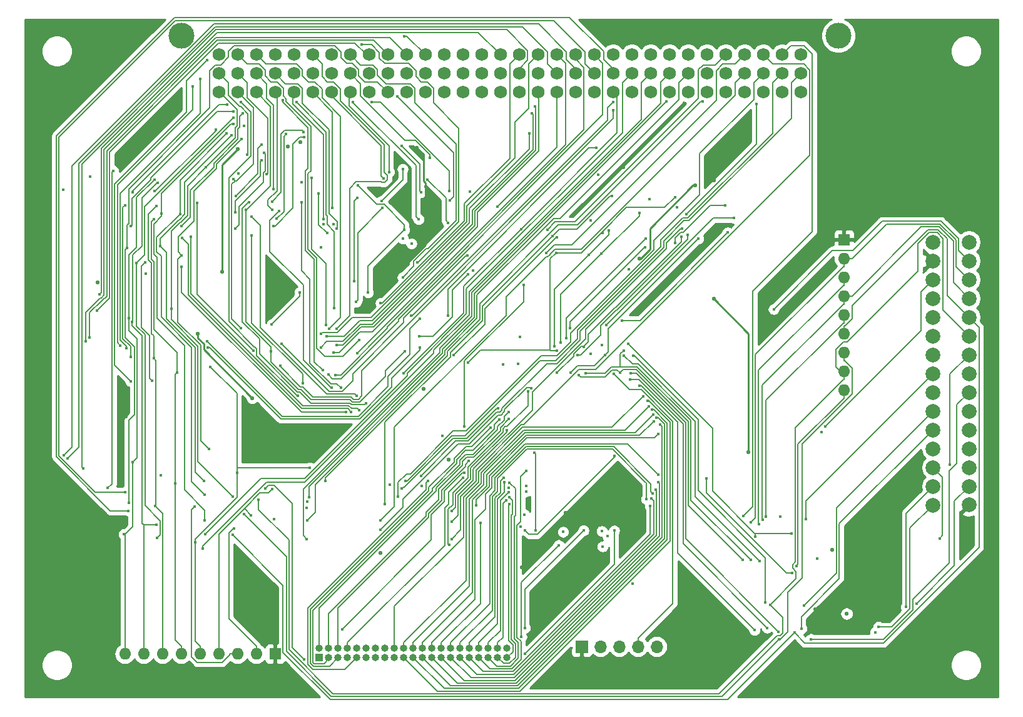
<source format=gbr>
G04 #@! TF.GenerationSoftware,KiCad,Pcbnew,(5.1.4)-1*
G04 #@! TF.CreationDate,2019-09-28T19:07:41+02:00*
G04 #@! TF.ProjectId,Project_GP8B,50726f6a-6563-4745-9f47-5038422e6b69,V4*
G04 #@! TF.SameCoordinates,PX3a2c940PY1e0a6e0*
G04 #@! TF.FileFunction,Copper,L3,Inr*
G04 #@! TF.FilePolarity,Positive*
%FSLAX46Y46*%
G04 Gerber Fmt 4.6, Leading zero omitted, Abs format (unit mm)*
G04 Created by KiCad (PCBNEW (5.1.4)-1) date 2019-09-28 19:07:41*
%MOMM*%
%LPD*%
G04 APERTURE LIST*
%ADD10C,3.500000*%
%ADD11C,1.750000*%
%ADD12C,2.000000*%
%ADD13R,1.700000X1.700000*%
%ADD14O,1.700000X1.700000*%
%ADD15R,1.600000X1.600000*%
%ADD16O,1.600000X1.600000*%
%ADD17R,1.000000X1.000000*%
%ADD18O,1.000000X1.000000*%
%ADD19C,0.550000*%
%ADD20C,0.450000*%
%ADD21C,0.250000*%
%ADD22C,0.180000*%
%ADD23C,0.254000*%
G04 APERTURE END LIST*
D10*
X21820000Y-2920000D03*
X110720000Y-2920000D03*
D11*
X105640000Y-10540000D03*
X103100000Y-10540000D03*
X100560000Y-10540000D03*
X98020000Y-10540000D03*
X95480000Y-10540000D03*
X92940000Y-10540000D03*
X90400000Y-10540000D03*
X87860000Y-10540000D03*
X85320000Y-10540000D03*
X82780000Y-10540000D03*
X80240000Y-10540000D03*
X77700000Y-10540000D03*
X75160000Y-10540000D03*
X72620000Y-10540000D03*
X70080000Y-10540000D03*
X67540000Y-10540000D03*
X65000000Y-10540000D03*
X62460000Y-10540000D03*
X59920000Y-10540000D03*
X57380000Y-10540000D03*
X54840000Y-10540000D03*
X52300000Y-10540000D03*
X49760000Y-10540000D03*
X47220000Y-10540000D03*
X44680000Y-10540000D03*
X42140000Y-10540000D03*
X39600000Y-10540000D03*
X37060000Y-10540000D03*
X34520000Y-10540000D03*
X31980000Y-10540000D03*
X29440000Y-10540000D03*
X26900000Y-10540000D03*
X105640000Y-8000000D03*
X103100000Y-8000000D03*
X100560000Y-8000000D03*
X98020000Y-8000000D03*
X95480000Y-8000000D03*
X92940000Y-8000000D03*
X90400000Y-8000000D03*
X87860000Y-8000000D03*
X85320000Y-8000000D03*
X82780000Y-8000000D03*
X80240000Y-8000000D03*
X77700000Y-8000000D03*
X75160000Y-8000000D03*
X72620000Y-8000000D03*
X70080000Y-8000000D03*
X67540000Y-8000000D03*
X65000000Y-8000000D03*
X62460000Y-8000000D03*
X59920000Y-8000000D03*
X57380000Y-8000000D03*
X54840000Y-8000000D03*
X52300000Y-8000000D03*
X49760000Y-8000000D03*
X47220000Y-8000000D03*
X44680000Y-8000000D03*
X42140000Y-8000000D03*
X39600000Y-8000000D03*
X37060000Y-8000000D03*
X34520000Y-8000000D03*
X31980000Y-8000000D03*
X29440000Y-8000000D03*
X26900000Y-8000000D03*
X105640000Y-5460000D03*
X103100000Y-5460000D03*
X100560000Y-5460000D03*
X98020000Y-5460000D03*
X95480000Y-5460000D03*
X92940000Y-5460000D03*
X90400000Y-5460000D03*
X87860000Y-5460000D03*
X85320000Y-5460000D03*
X82780000Y-5460000D03*
X80240000Y-5460000D03*
X77700000Y-5460000D03*
X75160000Y-5460000D03*
X72620000Y-5460000D03*
X70080000Y-5460000D03*
X67540000Y-5460000D03*
X65000000Y-5460000D03*
X62460000Y-5460000D03*
X59920000Y-5460000D03*
X57380000Y-5460000D03*
X54840000Y-5460000D03*
X52300000Y-5460000D03*
X49760000Y-5460000D03*
X47220000Y-5460000D03*
X44680000Y-5460000D03*
X42140000Y-5460000D03*
X39600000Y-5460000D03*
X37060000Y-5460000D03*
X34520000Y-5460000D03*
X31980000Y-5460000D03*
X29440000Y-5460000D03*
X26900000Y-5460000D03*
D12*
X128400000Y-30810000D03*
X123540000Y-30810000D03*
X128400000Y-33350000D03*
X123540000Y-33350000D03*
X128400000Y-35890000D03*
X123540000Y-35890000D03*
X128400000Y-38430000D03*
X123540000Y-38430000D03*
X128400000Y-40970000D03*
X123540000Y-40970000D03*
X128400000Y-43510000D03*
X123540000Y-43510000D03*
X128400000Y-46050000D03*
X123540000Y-46050000D03*
X128400000Y-48590000D03*
X123540000Y-48590000D03*
X128400000Y-51130000D03*
X123540000Y-51130000D03*
X128400000Y-53670000D03*
X123540000Y-53670000D03*
X128400000Y-56210000D03*
X123540000Y-56210000D03*
X128400000Y-58750000D03*
X123540000Y-58750000D03*
X128400000Y-61290000D03*
X123540000Y-61290000D03*
X128400000Y-63830000D03*
X123540000Y-63830000D03*
X128400000Y-66360000D03*
X123540000Y-66370000D03*
D13*
X76000000Y-85500000D03*
D14*
X78540000Y-85500000D03*
X81080000Y-85500000D03*
X83620000Y-85500000D03*
X86160000Y-85500000D03*
D15*
X34500000Y-86500000D03*
D16*
X31960000Y-86500000D03*
X29420000Y-86500000D03*
X26880000Y-86500000D03*
X24340000Y-86500000D03*
X21800000Y-86500000D03*
X19260000Y-86500000D03*
X16720000Y-86500000D03*
X14180000Y-86500000D03*
X111500000Y-50820000D03*
X111500000Y-48280000D03*
X111500000Y-45740000D03*
X111500000Y-43200000D03*
X111500000Y-40660000D03*
X111500000Y-38120000D03*
X111500000Y-35580000D03*
X111500000Y-33040000D03*
D15*
X111500000Y-30500000D03*
D17*
X40500000Y-87000000D03*
D18*
X40500000Y-85730000D03*
X41770000Y-87000000D03*
X41770000Y-85730000D03*
X43040000Y-87000000D03*
X43040000Y-85730000D03*
X44310000Y-87000000D03*
X44310000Y-85730000D03*
X45580000Y-87000000D03*
X45580000Y-85730000D03*
X46850000Y-87000000D03*
X46850000Y-85730000D03*
X48120000Y-87000000D03*
X48120000Y-85730000D03*
X49390000Y-87000000D03*
X49390000Y-85730000D03*
X50660000Y-87000000D03*
X50660000Y-85730000D03*
X51930000Y-87000000D03*
X51930000Y-85730000D03*
X53200000Y-87000000D03*
X53200000Y-85730000D03*
X54470000Y-87000000D03*
X54470000Y-85730000D03*
X55740000Y-87000000D03*
X55740000Y-85730000D03*
X57010000Y-87000000D03*
X57010000Y-85730000D03*
X58280000Y-87000000D03*
X58280000Y-85730000D03*
X59550000Y-87000000D03*
X59550000Y-85730000D03*
X60820000Y-87000000D03*
X60820000Y-85730000D03*
X62090000Y-87000000D03*
X62090000Y-85730000D03*
X63360000Y-87000000D03*
X63360000Y-85730000D03*
X64630000Y-87000000D03*
X64630000Y-85730000D03*
X65900000Y-87000000D03*
X65900000Y-85730000D03*
D19*
X93915500Y-22447900D03*
X52246400Y-33773500D03*
X87052300Y-36385200D03*
X73856900Y-67400600D03*
X68838700Y-65873400D03*
X81584500Y-20715900D03*
X14936200Y-19001600D03*
X107633900Y-80468800D03*
X48752300Y-72858300D03*
X36258400Y-17910500D03*
X14299300Y-54362400D03*
X111827200Y-69569100D03*
X54644200Y-50688900D03*
X37350000Y-57092700D03*
X34059100Y-36512900D03*
X67891100Y-74807300D03*
X53667300Y-18041800D03*
X10452700Y-36253300D03*
X58017900Y-60205300D03*
X27354200Y-34809200D03*
X24037800Y-43233300D03*
X98587400Y-59225500D03*
X93909000Y-38492900D03*
X37938300Y-17332200D03*
X91361200Y-23171300D03*
X31424400Y-51888100D03*
X83804800Y-33016700D03*
X111854600Y-81058800D03*
X109928700Y-72437500D03*
X29428700Y-18251800D03*
D20*
X42402300Y-45765400D03*
X64562200Y-26053700D03*
X116179400Y-82847200D03*
X121289500Y-79664400D03*
X119896200Y-80164400D03*
X124445000Y-70873300D03*
X105724200Y-83082900D03*
X106078500Y-79953100D03*
X107044700Y-84484800D03*
X106334800Y-68257100D03*
X125845800Y-60923500D03*
X108946200Y-55711500D03*
X40690600Y-31501600D03*
X16997600Y-35051600D03*
X101983500Y-39878500D03*
X72662300Y-30211000D03*
X58702100Y-46114500D03*
X57908500Y-40749500D03*
X77986000Y-18099700D03*
X23092500Y-30122700D03*
X45848100Y-53571300D03*
X21893300Y-30261400D03*
X44812100Y-53818300D03*
X45731200Y-23175500D03*
X51998600Y-29131000D03*
X47090600Y-37604200D03*
X37829700Y-37604200D03*
X34069700Y-41904800D03*
X54092600Y-41195100D03*
X25304200Y-44235000D03*
X54082800Y-45084000D03*
X25421400Y-45092300D03*
X51891300Y-48558300D03*
X67780900Y-29033400D03*
X14210800Y-25829400D03*
X14946000Y-46306600D03*
X51776500Y-20940600D03*
X48962700Y-25226400D03*
X21851700Y-34181900D03*
X44132900Y-53818300D03*
X32675500Y-19770000D03*
X29122000Y-26803300D03*
X54241700Y-24065800D03*
X51673700Y-17835800D03*
X30692000Y-18998300D03*
X33396100Y-21636900D03*
X34277100Y-23676400D03*
X42835400Y-28945000D03*
X45067400Y-11849700D03*
X53928900Y-27725100D03*
X51030000Y-11086400D03*
X58182100Y-25135000D03*
X47567900Y-11842700D03*
X58114100Y-23865000D03*
X55415500Y-19448400D03*
X9451700Y-21962000D03*
X5816300Y-23718700D03*
X28888300Y-13110800D03*
X15011300Y-28670900D03*
X30105100Y-13447400D03*
X21847700Y-28635700D03*
X28025700Y-12255200D03*
X15217700Y-24053100D03*
X26482000Y-15648800D03*
X18194900Y-23930300D03*
X8551500Y-61418000D03*
X12594400Y-21210700D03*
X11877600Y-64079200D03*
X6425500Y-60064400D03*
X5960300Y-59626200D03*
X14192400Y-64595000D03*
X14674100Y-67135000D03*
X25062800Y-70329900D03*
X24705600Y-72215000D03*
X38783200Y-70945000D03*
X38826500Y-68405000D03*
X87443200Y-11839100D03*
X39149000Y-65341500D03*
X92357200Y-11825200D03*
X41304100Y-63068900D03*
X48784200Y-68405000D03*
X51166900Y-65191900D03*
X52127900Y-63068500D03*
X54229100Y-62416200D03*
X77242500Y-27877600D03*
X74460300Y-48495800D03*
X83840500Y-50218500D03*
X79164700Y-46080900D03*
X91778500Y-30330500D03*
X88879300Y-26107200D03*
X99388300Y-83258700D03*
X115724600Y-83605500D03*
X28963300Y-69526000D03*
X28766700Y-65201800D03*
X25162400Y-20711200D03*
X20474900Y-39850000D03*
X38843300Y-65933900D03*
X72025900Y-30023400D03*
X29843400Y-42432000D03*
X85129300Y-25037700D03*
X90323500Y-29806800D03*
X82510900Y-49426200D03*
X101110200Y-82969200D03*
X75446000Y-46109700D03*
X80068800Y-24555000D03*
X49365600Y-66218100D03*
X23655200Y-66563600D03*
X28838900Y-22260900D03*
X38098000Y-22678700D03*
X31276300Y-67736800D03*
X83786500Y-26826200D03*
X78681500Y-32404800D03*
X73189000Y-44365200D03*
X34099200Y-64215200D03*
X83008500Y-46184300D03*
X78750000Y-44699300D03*
X33982500Y-45602300D03*
X52093600Y-45559500D03*
X100856200Y-79501000D03*
X30568200Y-26458700D03*
X29345100Y-61987600D03*
X25757900Y-47697500D03*
X88642100Y-24711000D03*
X78860700Y-29552400D03*
X34128900Y-26451600D03*
X77191900Y-45898800D03*
X82610100Y-48537000D03*
X72611100Y-45480100D03*
X39219200Y-61319300D03*
X23705000Y-71408600D03*
X102631600Y-83497900D03*
X60634400Y-47070100D03*
X72536000Y-32269700D03*
X98893600Y-73800600D03*
X81732500Y-45510100D03*
X20990000Y-63471000D03*
X65390000Y-47370100D03*
X79696300Y-29226500D03*
X41054700Y-27675000D03*
X76540700Y-48577900D03*
X76974100Y-32525400D03*
X18103300Y-27677800D03*
X72313100Y-44886600D03*
X21237800Y-48458100D03*
X18304300Y-66487200D03*
X100077800Y-73909300D03*
X81741500Y-46189400D03*
X67418000Y-47286800D03*
X72667600Y-48481000D03*
X76266600Y-44955900D03*
X89447300Y-30099200D03*
X42279100Y-26200300D03*
X38810700Y-66754200D03*
X18452200Y-25919100D03*
X18081800Y-46507700D03*
X99517100Y-70647800D03*
X18463100Y-69073400D03*
X34373900Y-68310100D03*
X82274300Y-44585600D03*
X104416500Y-70193200D03*
X73928900Y-43798700D03*
X84670600Y-30344200D03*
X67610000Y-43600000D03*
X41404400Y-42038000D03*
X39474600Y-22148100D03*
X18630800Y-22829500D03*
X49195900Y-22195200D03*
X15191600Y-41618000D03*
X14056200Y-70310000D03*
X75596000Y-48784300D03*
X74438000Y-42444800D03*
X84605600Y-31555900D03*
X15195800Y-60577600D03*
X49932100Y-21325000D03*
X97825000Y-73815700D03*
X18199300Y-22348100D03*
X107820300Y-73611200D03*
X81153700Y-48493000D03*
X14756100Y-41083400D03*
X80300700Y-13019300D03*
X35202300Y-47539800D03*
X29538700Y-21559600D03*
X32719200Y-17625400D03*
X29169400Y-24548100D03*
X29160600Y-28945000D03*
X33035800Y-18779300D03*
X36000000Y-16217600D03*
X34745700Y-27670200D03*
X60899400Y-23953300D03*
X38422600Y-87208600D03*
X33225700Y-64112000D03*
X105028500Y-74620100D03*
X32291100Y-65607400D03*
X101499700Y-79839300D03*
X30307000Y-67606600D03*
X102738500Y-84509800D03*
X104778800Y-83614300D03*
X28741900Y-70373800D03*
X100957900Y-67923500D03*
X66129300Y-64006400D03*
X100476500Y-68369700D03*
X68256100Y-67692800D03*
X99993900Y-68988400D03*
X67747500Y-69299800D03*
X98866800Y-68730600D03*
X73479500Y-70004300D03*
X51679500Y-64153400D03*
X64659074Y-53300010D03*
X86357900Y-56750000D03*
X61722700Y-66446900D03*
X69167300Y-50538200D03*
X48789200Y-69675000D03*
X65850900Y-56267200D03*
X58414100Y-67135000D03*
X80403800Y-59750000D03*
X68309800Y-69795200D03*
X68706200Y-51002900D03*
X58052900Y-71781900D03*
X68498200Y-63816000D03*
X60120000Y-55780300D03*
X68143500Y-36592200D03*
X68482700Y-64517900D03*
X57154900Y-57020600D03*
X42197400Y-50503100D03*
X35058000Y-26641600D03*
X69730200Y-69807700D03*
X69573700Y-59326800D03*
X45211100Y-36073400D03*
X45614500Y-24825000D03*
X82857900Y-76972400D03*
X80321200Y-48598500D03*
X37380800Y-11910300D03*
X42530500Y-39706500D03*
X45912600Y-44050900D03*
X41829800Y-42566000D03*
X35524100Y-11633400D03*
X40944400Y-48158200D03*
X29851100Y-11894900D03*
X37562500Y-51584400D03*
X42797700Y-42522500D03*
X46250400Y-4133900D03*
X53752700Y-33581600D03*
X60643500Y-35126400D03*
X54049600Y-43568200D03*
X51770200Y-35564000D03*
X10398400Y-40055000D03*
X9398200Y-43675900D03*
X8877500Y-44255600D03*
X52016100Y-2968700D03*
X25336800Y-6234800D03*
X14966200Y-49620400D03*
X24411000Y-8719400D03*
X14408300Y-45135000D03*
X23380300Y-9772700D03*
X13526600Y-44776500D03*
X10774800Y-37852200D03*
X48801600Y-39052100D03*
X40703100Y-43249600D03*
X45623300Y-45831900D03*
X42643600Y-48773200D03*
X41759000Y-48751400D03*
X69247900Y-13368500D03*
X40702300Y-45031900D03*
X69668800Y-12448600D03*
X42838800Y-44735100D03*
X80269300Y-11918900D03*
X52949100Y-40738500D03*
X68896000Y-16129400D03*
X41504100Y-43557300D03*
X99631700Y-12114900D03*
X90133700Y-27029300D03*
X71375000Y-29117600D03*
X71176100Y-32297700D03*
X58428700Y-70945000D03*
X97830900Y-67868100D03*
X28871600Y-13979400D03*
X18531800Y-70806000D03*
X15777100Y-33612100D03*
X14688600Y-66045600D03*
X14503500Y-31641100D03*
X30343600Y-15126300D03*
X28888300Y-14877400D03*
X24963900Y-68405000D03*
X19152600Y-26976300D03*
X24953900Y-64935400D03*
X27940500Y-16144300D03*
X21639200Y-27004400D03*
X24920900Y-63095700D03*
X28590100Y-16400000D03*
X18966400Y-31324300D03*
X25548400Y-58817000D03*
X29962100Y-16893000D03*
X21879100Y-32625100D03*
X38459700Y-16600300D03*
X34307800Y-28635000D03*
X49043500Y-26218100D03*
X45490900Y-38880000D03*
X82407300Y-34513200D03*
X60522100Y-32618600D03*
X35401900Y-44567900D03*
X23989400Y-25508600D03*
X31540200Y-45466700D03*
X96576600Y-27549300D03*
X79369400Y-42010000D03*
X95734600Y-29528600D03*
X81411000Y-41404800D03*
X43390800Y-50503100D03*
X38095500Y-25429800D03*
X42412700Y-28385500D03*
X41050900Y-28376000D03*
X52956800Y-31031200D03*
X17830800Y-49580000D03*
X16935900Y-33545400D03*
X38231700Y-49873100D03*
X31341500Y-29905000D03*
X104482600Y-75561900D03*
X92905100Y-62749100D03*
X45518800Y-51583100D03*
X31323300Y-27365000D03*
X46836900Y-52589400D03*
X31013100Y-25393000D03*
X95421400Y-25825000D03*
X88606200Y-30925400D03*
X34086100Y-25327300D03*
X38389700Y-15969900D03*
X78245600Y-21737500D03*
X51792900Y-30364300D03*
X61302100Y-34618700D03*
X102897300Y-67927100D03*
X55116200Y-22350000D03*
X57938100Y-28230100D03*
X108477200Y-56528900D03*
X89563900Y-28956300D03*
X58434100Y-68630200D03*
X50018900Y-63606700D03*
X54386600Y-63764500D03*
X19005500Y-62321600D03*
X41556300Y-29605900D03*
X40423200Y-24211500D03*
X66161500Y-53750000D03*
X64819100Y-54803200D03*
X66158800Y-54749300D03*
X63664900Y-55905200D03*
X60743100Y-60373900D03*
X60096200Y-62014100D03*
X43557900Y-83162000D03*
X59921000Y-62677000D03*
X55214900Y-63064100D03*
X65439200Y-62684500D03*
X68485100Y-61750000D03*
X65509300Y-63314900D03*
X66171000Y-63353800D03*
X66099600Y-64636800D03*
X66175800Y-65267200D03*
X65767800Y-65762500D03*
X66165000Y-66257900D03*
X72863700Y-71793900D03*
X67844900Y-84181500D03*
X76250000Y-69815400D03*
X68309100Y-82980500D03*
X78724600Y-69907200D03*
X78824200Y-71968700D03*
X79525700Y-70593000D03*
X80396800Y-69831500D03*
X68292300Y-86496100D03*
X85277000Y-66501500D03*
X84760000Y-65570000D03*
X85460000Y-65470000D03*
X85604881Y-64760722D03*
X85997600Y-64250000D03*
X62301300Y-68764900D03*
X86357900Y-63250000D03*
X86357900Y-62250000D03*
X86573300Y-55499200D03*
X85731300Y-55039200D03*
X86127500Y-54543900D03*
X85681700Y-54098100D03*
X85548800Y-53455500D03*
X85103000Y-53009800D03*
X84912000Y-52309200D03*
X84282900Y-51680100D03*
D21*
X52246400Y-33773500D02*
X54829600Y-31190300D01*
X54829600Y-31190300D02*
X54829600Y-22841600D01*
X54829600Y-22841600D02*
X54565900Y-22577900D01*
X54565900Y-22577900D02*
X54565900Y-18940400D01*
X54565900Y-18940400D02*
X53667300Y-18041800D01*
X111827200Y-69569100D02*
X111827200Y-76275500D01*
X111827200Y-76275500D02*
X107633900Y-80468800D01*
X24037800Y-43233300D02*
X24037800Y-43761000D01*
X24037800Y-43761000D02*
X24852000Y-44575200D01*
X24852000Y-44575200D02*
X24852000Y-45315700D01*
X24852000Y-45315700D02*
X31424400Y-51888100D01*
X29428700Y-18251800D02*
X27354200Y-20326300D01*
X27354200Y-20326300D02*
X27354200Y-34809200D01*
X93909000Y-38492900D02*
X98587400Y-43171300D01*
X98587400Y-43171300D02*
X98587400Y-59225500D01*
X83804800Y-33016700D02*
X84017000Y-33016700D01*
X84017000Y-33016700D02*
X85221000Y-31812700D01*
X85221000Y-31812700D02*
X85221000Y-28987300D01*
X85221000Y-28987300D02*
X91037000Y-23171300D01*
X91037000Y-23171300D02*
X91361200Y-23171300D01*
D22*
X42402300Y-45765400D02*
X43204000Y-45765400D01*
X43204000Y-45765400D02*
X46004900Y-42964500D01*
X46004900Y-42964500D02*
X47635900Y-42964500D01*
X47635900Y-42964500D02*
X61908000Y-28692400D01*
X61908000Y-28692400D02*
X61908000Y-26791600D01*
X61908000Y-26791600D02*
X70171000Y-18528600D01*
X70171000Y-18528600D02*
X70171000Y-10631000D01*
X70171000Y-10631000D02*
X70080000Y-10540000D01*
X64562200Y-26053700D02*
X72620000Y-17995900D01*
X72620000Y-17995900D02*
X72620000Y-10540000D01*
X123540000Y-66370000D02*
X120428200Y-69481800D01*
X120428200Y-69481800D02*
X120428200Y-80356500D01*
X120428200Y-80356500D02*
X117937500Y-82847200D01*
X117937500Y-82847200D02*
X116179400Y-82847200D01*
X128400000Y-63830000D02*
X126428100Y-65801900D01*
X126428100Y-65801900D02*
X126428100Y-74525800D01*
X126428100Y-74525800D02*
X121289500Y-79664400D01*
X123540000Y-63830000D02*
X119896200Y-67473800D01*
X119896200Y-67473800D02*
X119896200Y-80164400D01*
X123540000Y-61290000D02*
X124827000Y-62577000D01*
X124827000Y-62577000D02*
X124827000Y-70491300D01*
X124827000Y-70491300D02*
X124445000Y-70873300D01*
X123540000Y-56210000D02*
X110854300Y-68895700D01*
X110854300Y-68895700D02*
X110854300Y-76354200D01*
X110854300Y-76354200D02*
X105724200Y-81484300D01*
X105724200Y-81484300D02*
X105724200Y-83082900D01*
X123540000Y-53670000D02*
X110494000Y-66716000D01*
X110494000Y-66716000D02*
X110494000Y-75537600D01*
X110494000Y-75537600D02*
X106078500Y-79953100D01*
X128400000Y-51130000D02*
X126718800Y-52811200D01*
X126718800Y-52811200D02*
X126718800Y-60768900D01*
X126718800Y-60768900D02*
X125707400Y-61780300D01*
X125707400Y-61780300D02*
X125707400Y-74202400D01*
X125707400Y-74202400D02*
X120788900Y-79120900D01*
X120788900Y-79120900D02*
X120788900Y-80539600D01*
X120788900Y-80539600D02*
X116843800Y-84484700D01*
X116843800Y-84484700D02*
X107044700Y-84484700D01*
X107044700Y-84484700D02*
X107044700Y-84484800D01*
X123540000Y-48590000D02*
X106334800Y-65795200D01*
X106334800Y-65795200D02*
X106334800Y-68257100D01*
X128400000Y-46050000D02*
X125845800Y-48604200D01*
X125845800Y-48604200D02*
X125845800Y-60923500D01*
X123540000Y-35890000D02*
X121877900Y-37552100D01*
X121877900Y-37552100D02*
X121877900Y-42779800D01*
X121877900Y-42779800D02*
X108946200Y-55711500D01*
X128400000Y-33350000D02*
X126999200Y-31949200D01*
X126999200Y-31949200D02*
X126999200Y-30365700D01*
X126999200Y-30365700D02*
X124634400Y-28000900D01*
X124634400Y-28000900D02*
X116630200Y-28000900D01*
X116630200Y-28000900D02*
X112687400Y-31943700D01*
X112687400Y-31943700D02*
X109918300Y-31943700D01*
X109918300Y-31943700D02*
X101983500Y-39878500D01*
X58702100Y-46114500D02*
X62913100Y-41903500D01*
X62913100Y-41903500D02*
X62913100Y-39844500D01*
X62913100Y-39844500D02*
X72546600Y-30211000D01*
X72546600Y-30211000D02*
X72662300Y-30211000D01*
X77986000Y-18099700D02*
X76969800Y-18099700D01*
X76969800Y-18099700D02*
X57908500Y-37161000D01*
X57908500Y-37161000D02*
X57908500Y-40749500D01*
X45848100Y-53571300D02*
X45599800Y-53323000D01*
X45599800Y-53323000D02*
X44847700Y-53323000D01*
X44847700Y-53323000D02*
X44487400Y-52962700D01*
X44487400Y-52962700D02*
X38233900Y-52962700D01*
X38233900Y-52962700D02*
X23092500Y-37821300D01*
X23092500Y-37821300D02*
X23092500Y-30122700D01*
X44812100Y-53818300D02*
X44812100Y-53797000D01*
X44812100Y-53797000D02*
X44338100Y-53323000D01*
X44338100Y-53323000D02*
X38079800Y-53323000D01*
X38079800Y-53323000D02*
X22732100Y-37975300D01*
X22732100Y-37975300D02*
X22732100Y-31100200D01*
X22732100Y-31100200D02*
X21893300Y-30261400D01*
X51998600Y-29131000D02*
X51998600Y-28439200D01*
X51998600Y-28439200D02*
X49282200Y-25722800D01*
X49282200Y-25722800D02*
X48278500Y-25722800D01*
X48278500Y-25722800D02*
X45731200Y-23175500D01*
X37829700Y-37604200D02*
X37829700Y-38144800D01*
X37829700Y-38144800D02*
X34069700Y-41904800D01*
X47090600Y-37604200D02*
X47090600Y-34039000D01*
X47090600Y-34039000D02*
X51998600Y-29131000D01*
X54092600Y-41195100D02*
X52748200Y-42539500D01*
X52748200Y-42539500D02*
X52748200Y-45977600D01*
X52748200Y-45977600D02*
X49770500Y-48955300D01*
X49770500Y-48955300D02*
X49770500Y-50356300D01*
X49770500Y-50356300D02*
X45782400Y-54344400D01*
X45782400Y-54344400D02*
X35452800Y-54344400D01*
X35452800Y-54344400D02*
X25343400Y-44235000D01*
X25343400Y-44235000D02*
X25304200Y-44235000D01*
X25421400Y-45092300D02*
X25669600Y-45092300D01*
X25669600Y-45092300D02*
X35285600Y-54708300D01*
X35285600Y-54708300D02*
X45928200Y-54708300D01*
X45928200Y-54708300D02*
X50258000Y-50378500D01*
X50258000Y-50378500D02*
X50258000Y-49232100D01*
X50258000Y-49232100D02*
X54082800Y-45407300D01*
X54082800Y-45407300D02*
X54082800Y-45084000D01*
X51891300Y-48558300D02*
X51891300Y-48519100D01*
X51891300Y-48519100D02*
X60030700Y-40379700D01*
X60030700Y-40379700D02*
X60030700Y-36783600D01*
X60030700Y-36783600D02*
X67780900Y-29033400D01*
X80240000Y-10540000D02*
X80808500Y-11108500D01*
X80808500Y-11108500D02*
X80808500Y-16005800D01*
X80808500Y-16005800D02*
X67780900Y-29033400D01*
X14210800Y-25829400D02*
X13900500Y-26139700D01*
X13900500Y-26139700D02*
X13900500Y-43898500D01*
X13900500Y-43898500D02*
X14945900Y-44943900D01*
X14945900Y-44943900D02*
X14945900Y-46306600D01*
X14945900Y-46306600D02*
X14946000Y-46306600D01*
X51776500Y-20940600D02*
X51776500Y-22412600D01*
X51776500Y-22412600D02*
X48962700Y-25226400D01*
X44132900Y-53818300D02*
X38056000Y-53818300D01*
X38056000Y-53818300D02*
X21851700Y-37614000D01*
X21851700Y-37614000D02*
X21851700Y-34181900D01*
X32675500Y-19770000D02*
X32540500Y-19905000D01*
X32540500Y-19905000D02*
X32540500Y-21877500D01*
X32540500Y-21877500D02*
X29122000Y-25296000D01*
X29122000Y-25296000D02*
X29122000Y-26803300D01*
X54241700Y-24065800D02*
X54067500Y-23891600D01*
X54067500Y-23891600D02*
X54067500Y-20229600D01*
X54067500Y-20229600D02*
X51673700Y-17835800D01*
X26900000Y-8000000D02*
X28170000Y-9270000D01*
X28170000Y-9270000D02*
X28170000Y-10926600D01*
X28170000Y-10926600D02*
X29754300Y-12510900D01*
X29754300Y-12510900D02*
X29870500Y-12510900D01*
X29870500Y-12510900D02*
X30838900Y-13479300D01*
X30838900Y-13479300D02*
X30838900Y-18851400D01*
X30838900Y-18851400D02*
X30692000Y-18998300D01*
X29440000Y-8000000D02*
X30710000Y-9270000D01*
X30710000Y-9270000D02*
X30710000Y-11275300D01*
X30710000Y-11275300D02*
X33531200Y-14096500D01*
X33531200Y-14096500D02*
X33531200Y-21501800D01*
X33531200Y-21501800D02*
X33396100Y-21636900D01*
X31980000Y-8000000D02*
X33374600Y-9394600D01*
X33374600Y-9394600D02*
X33374600Y-11399900D01*
X33374600Y-11399900D02*
X34277100Y-12302400D01*
X34277100Y-12302400D02*
X34277100Y-23676400D01*
X42835400Y-28945000D02*
X42908000Y-28872400D01*
X42908000Y-28872400D02*
X42908000Y-28086400D01*
X42908000Y-28086400D02*
X41780000Y-26958400D01*
X41780000Y-26958400D02*
X41780000Y-15600500D01*
X41780000Y-15600500D02*
X38205400Y-12025900D01*
X38205400Y-12025900D02*
X38205400Y-10045000D01*
X38205400Y-10045000D02*
X37555000Y-9394600D01*
X37555000Y-9394600D02*
X35914600Y-9394600D01*
X35914600Y-9394600D02*
X34520000Y-8000000D01*
X53928900Y-27725100D02*
X53567900Y-27364100D01*
X53567900Y-27364100D02*
X53567900Y-20439100D01*
X53567900Y-20439100D02*
X45067400Y-11938600D01*
X45067400Y-11938600D02*
X45067400Y-11849700D01*
X51030000Y-11086400D02*
X58642500Y-18698900D01*
X58642500Y-18698900D02*
X58642500Y-24674600D01*
X58642500Y-24674600D02*
X58182100Y-25135000D01*
X47567900Y-11842700D02*
X48777400Y-11842700D01*
X48777400Y-11842700D02*
X58114100Y-21179400D01*
X58114100Y-21179400D02*
X58114100Y-23865000D01*
X44680000Y-8000000D02*
X46074600Y-9394600D01*
X46074600Y-9394600D02*
X46074600Y-11068900D01*
X46074600Y-11068900D02*
X52049000Y-17043300D01*
X52049000Y-17043300D02*
X53468400Y-17043300D01*
X53468400Y-17043300D02*
X55415500Y-18990400D01*
X55415500Y-18990400D02*
X55415500Y-19448400D01*
X28888300Y-13110800D02*
X26653600Y-13110800D01*
X26653600Y-13110800D02*
X17670900Y-22093500D01*
X17670900Y-22093500D02*
X17670900Y-22366800D01*
X17670900Y-22366800D02*
X15118100Y-24919600D01*
X15118100Y-24919600D02*
X15118100Y-28564100D01*
X15118100Y-28564100D02*
X15011300Y-28670900D01*
X21847700Y-28635700D02*
X23028500Y-27454900D01*
X23028500Y-27454900D02*
X23028500Y-23855500D01*
X23028500Y-23855500D02*
X26216200Y-20667800D01*
X26216200Y-20667800D02*
X26216200Y-20137700D01*
X26216200Y-20137700D02*
X29466800Y-16887100D01*
X29466800Y-16887100D02*
X29466800Y-15509000D01*
X29466800Y-15509000D02*
X29743900Y-15231900D01*
X29743900Y-15231900D02*
X29743900Y-13808600D01*
X29743900Y-13808600D02*
X30105100Y-13447400D01*
X15217700Y-24053100D02*
X15217700Y-23943300D01*
X15217700Y-23943300D02*
X26905800Y-12255200D01*
X26905800Y-12255200D02*
X28025700Y-12255200D01*
X18194900Y-23930300D02*
X18290400Y-23930300D01*
X18290400Y-23930300D02*
X26482000Y-15738700D01*
X26482000Y-15738700D02*
X26482000Y-15648800D01*
X67540000Y-8000000D02*
X67540000Y-7379100D01*
X67540000Y-7379100D02*
X68685900Y-6233200D01*
X68685900Y-6233200D02*
X68685900Y-4952100D01*
X68685900Y-4952100D02*
X65829800Y-2096000D01*
X65829800Y-2096000D02*
X26531200Y-2096000D01*
X26531200Y-2096000D02*
X8375700Y-20251500D01*
X8375700Y-20251500D02*
X8375700Y-61242200D01*
X8375700Y-61242200D02*
X8551500Y-61418000D01*
X11877600Y-64079200D02*
X12459300Y-63497500D01*
X12459300Y-63497500D02*
X12459300Y-21345800D01*
X12459300Y-21345800D02*
X12594400Y-21210700D01*
X72620000Y-8000000D02*
X71350000Y-6730000D01*
X71350000Y-6730000D02*
X71350000Y-5076100D01*
X71350000Y-5076100D02*
X67996200Y-1722300D01*
X67996200Y-1722300D02*
X26395300Y-1722300D01*
X26395300Y-1722300D02*
X7961900Y-20155700D01*
X7961900Y-20155700D02*
X7961900Y-58528000D01*
X7961900Y-58528000D02*
X6425500Y-60064400D01*
X75160000Y-8000000D02*
X75160000Y-7412800D01*
X75160000Y-7412800D02*
X73890000Y-6142800D01*
X73890000Y-6142800D02*
X73890000Y-5075100D01*
X73890000Y-5075100D02*
X70147200Y-1332300D01*
X70147200Y-1332300D02*
X26275600Y-1332300D01*
X26275600Y-1332300D02*
X7052000Y-20555900D01*
X7052000Y-20555900D02*
X7052000Y-58534500D01*
X7052000Y-58534500D02*
X5960300Y-59626200D01*
X77700000Y-8000000D02*
X76430000Y-6730000D01*
X76430000Y-6730000D02*
X76430000Y-5069400D01*
X76430000Y-5069400D02*
X72222300Y-861700D01*
X72222300Y-861700D02*
X21012700Y-861700D01*
X21012700Y-861700D02*
X5279900Y-16594500D01*
X5279900Y-16594500D02*
X5279900Y-59681200D01*
X5279900Y-59681200D02*
X10193700Y-64595000D01*
X10193700Y-64595000D02*
X14192400Y-64595000D01*
X80240000Y-8000000D02*
X80240000Y-7425800D01*
X80240000Y-7425800D02*
X78970000Y-6155800D01*
X78970000Y-6155800D02*
X78970000Y-5060900D01*
X78970000Y-5060900D02*
X74352500Y-443400D01*
X74352500Y-443400D02*
X20898000Y-443400D01*
X20898000Y-443400D02*
X4904100Y-16437300D01*
X4904100Y-16437300D02*
X4904100Y-59826400D01*
X4904100Y-59826400D02*
X12212700Y-67135000D01*
X12212700Y-67135000D02*
X14674100Y-67135000D01*
X25062800Y-70329900D02*
X32621300Y-62771400D01*
X32621300Y-62771400D02*
X38526700Y-62771400D01*
X38526700Y-62771400D02*
X52386600Y-48911500D01*
X52386600Y-48911500D02*
X52386600Y-48533400D01*
X52386600Y-48533400D02*
X60391000Y-40529000D01*
X60391000Y-40529000D02*
X60391000Y-37147700D01*
X60391000Y-37147700D02*
X81510000Y-16028700D01*
X81510000Y-16028700D02*
X81510000Y-9270000D01*
X81510000Y-9270000D02*
X82780000Y-8000000D01*
X85320000Y-8000000D02*
X84050000Y-9270000D01*
X84050000Y-9270000D02*
X84050000Y-14213200D01*
X84050000Y-14213200D02*
X60751300Y-37511900D01*
X60751300Y-37511900D02*
X60751300Y-40678300D01*
X60751300Y-40678300D02*
X55983200Y-45446400D01*
X55983200Y-45446400D02*
X55983200Y-45824500D01*
X55983200Y-45824500D02*
X38548700Y-63259000D01*
X38548700Y-63259000D02*
X33369700Y-63259000D01*
X33369700Y-63259000D02*
X24705600Y-71923100D01*
X24705600Y-71923100D02*
X24705600Y-72215000D01*
X38783200Y-70945000D02*
X38309100Y-70470900D01*
X38309100Y-70470900D02*
X38309100Y-64181700D01*
X38309100Y-64181700D02*
X56765500Y-45725300D01*
X56765500Y-45725300D02*
X56765500Y-45173700D01*
X56765500Y-45173700D02*
X61111600Y-40827600D01*
X61111600Y-40827600D02*
X61111600Y-37661200D01*
X61111600Y-37661200D02*
X86714600Y-12058200D01*
X86714600Y-12058200D02*
X86714600Y-9145400D01*
X86714600Y-9145400D02*
X87860000Y-8000000D01*
X38826500Y-68405000D02*
X39929500Y-67302000D01*
X39929500Y-67302000D02*
X39929500Y-63580500D01*
X39929500Y-63580500D02*
X57486100Y-46023900D01*
X57486100Y-46023900D02*
X57486100Y-45472300D01*
X57486100Y-45472300D02*
X61832200Y-41126200D01*
X61832200Y-41126200D02*
X61832200Y-37959800D01*
X61832200Y-37959800D02*
X72183200Y-27608800D01*
X72183200Y-27608800D02*
X73094300Y-27608800D01*
X73094300Y-27608800D02*
X89130000Y-11573100D01*
X89130000Y-11573100D02*
X89130000Y-9270000D01*
X89130000Y-9270000D02*
X90400000Y-8000000D01*
X87443200Y-11839100D02*
X61471900Y-37810400D01*
X61471900Y-37810400D02*
X61471900Y-40976900D01*
X61471900Y-40976900D02*
X57125800Y-45323000D01*
X57125800Y-45323000D02*
X57125800Y-45874600D01*
X57125800Y-45874600D02*
X39149000Y-63851400D01*
X39149000Y-63851400D02*
X39149000Y-65341500D01*
X92357200Y-11825200D02*
X92085000Y-11825200D01*
X92085000Y-11825200D02*
X75430500Y-28479700D01*
X75430500Y-28479700D02*
X72824900Y-28479700D01*
X72824900Y-28479700D02*
X62192500Y-39112100D01*
X62192500Y-39112100D02*
X62192500Y-41275500D01*
X62192500Y-41275500D02*
X57846400Y-45621600D01*
X57846400Y-45621600D02*
X57846400Y-46173200D01*
X57846400Y-46173200D02*
X41304200Y-62715400D01*
X41304200Y-62715400D02*
X41304200Y-63068900D01*
X41304200Y-63068900D02*
X41304100Y-63068900D01*
X48784200Y-68405000D02*
X50643800Y-66545400D01*
X50643800Y-66545400D02*
X50643800Y-55844500D01*
X50643800Y-55844500D02*
X65772800Y-40715500D01*
X65772800Y-40715500D02*
X65772800Y-38241400D01*
X65772800Y-38241400D02*
X71221200Y-32793000D01*
X71221200Y-32793000D02*
X71381300Y-32793000D01*
X71381300Y-32793000D02*
X71671400Y-32502900D01*
X71671400Y-32502900D02*
X71671400Y-32426700D01*
X71671400Y-32426700D02*
X72356800Y-31741300D01*
X72356800Y-31741300D02*
X75971200Y-31741300D01*
X75971200Y-31741300D02*
X96750000Y-10962500D01*
X96750000Y-10962500D02*
X96750000Y-9270000D01*
X96750000Y-9270000D02*
X98020000Y-8000000D01*
X51166900Y-65191900D02*
X51166900Y-63314200D01*
X51166900Y-63314200D02*
X52346600Y-62134500D01*
X52346600Y-62134500D02*
X52790900Y-62134500D01*
X52790900Y-62134500D02*
X58561200Y-56364200D01*
X58561200Y-56364200D02*
X60328200Y-56364200D01*
X60328200Y-56364200D02*
X70537100Y-46155300D01*
X70537100Y-46155300D02*
X72647300Y-46155300D01*
X72647300Y-46155300D02*
X74469200Y-44333400D01*
X74469200Y-44333400D02*
X74469200Y-43151900D01*
X74469200Y-43151900D02*
X85752500Y-31868600D01*
X85752500Y-31868600D02*
X85752500Y-30625400D01*
X85752500Y-30625400D02*
X91937600Y-24440300D01*
X91937600Y-24440300D02*
X91937600Y-18847300D01*
X91937600Y-18847300D02*
X99275900Y-11509000D01*
X99275900Y-11509000D02*
X99275900Y-9284100D01*
X99275900Y-9284100D02*
X100560000Y-8000000D01*
X103100000Y-8000000D02*
X101830000Y-9270000D01*
X101830000Y-9270000D02*
X101830000Y-16080800D01*
X101830000Y-16080800D02*
X90360100Y-27550700D01*
X90360100Y-27550700D02*
X89654700Y-27550700D01*
X89654700Y-27550700D02*
X86717200Y-30488200D01*
X86717200Y-30488200D02*
X86717200Y-31413500D01*
X86717200Y-31413500D02*
X75442400Y-42688300D01*
X75442400Y-42688300D02*
X75442400Y-43871400D01*
X75442400Y-43871400D02*
X72437900Y-46875900D01*
X72437900Y-46875900D02*
X70326200Y-46875900D01*
X70326200Y-46875900D02*
X60205900Y-56996200D01*
X60205900Y-56996200D02*
X58438800Y-56996200D01*
X58438800Y-56996200D02*
X52366500Y-63068500D01*
X52366500Y-63068500D02*
X52127900Y-63068500D01*
X54229100Y-62416200D02*
X58928500Y-57716800D01*
X58928500Y-57716800D02*
X60619800Y-57716800D01*
X60619800Y-57716800D02*
X64504100Y-53832500D01*
X64504100Y-53832500D02*
X64914600Y-53832500D01*
X64914600Y-53832500D02*
X65204700Y-53542400D01*
X65204700Y-53542400D02*
X65204700Y-53283100D01*
X65204700Y-53283100D02*
X71251500Y-47236300D01*
X71251500Y-47236300D02*
X72599500Y-47236300D01*
X72599500Y-47236300D02*
X75802700Y-44033100D01*
X75802700Y-44033100D02*
X75802700Y-42837600D01*
X75802700Y-42837600D02*
X87077500Y-31562800D01*
X87077500Y-31562800D02*
X87077500Y-30698400D01*
X87077500Y-30698400D02*
X89857800Y-27918100D01*
X89857800Y-27918100D02*
X90502400Y-27918100D01*
X90502400Y-27918100D02*
X104370000Y-14050500D01*
X104370000Y-14050500D02*
X104370000Y-9270000D01*
X104370000Y-9270000D02*
X105640000Y-8000000D01*
X25162400Y-20711200D02*
X25162400Y-20682000D01*
X25162400Y-20682000D02*
X29106500Y-16737900D01*
X29106500Y-16737900D02*
X29106500Y-15359700D01*
X29106500Y-15359700D02*
X29383600Y-15082600D01*
X29383600Y-15082600D02*
X29383600Y-12905600D01*
X29383600Y-12905600D02*
X27018000Y-10540000D01*
X27018000Y-10540000D02*
X26900000Y-10540000D01*
X20474900Y-39850000D02*
X20474900Y-41295100D01*
X20474900Y-41295100D02*
X24076400Y-44896600D01*
X24076400Y-44896600D02*
X24076400Y-60511500D01*
X24076400Y-60511500D02*
X28766700Y-65201800D01*
X20474900Y-39850000D02*
X20474900Y-29308100D01*
X20474900Y-29308100D02*
X21663200Y-28119800D01*
X21663200Y-28119800D02*
X21759500Y-28119800D01*
X21759500Y-28119800D02*
X22660200Y-27219100D01*
X22660200Y-27219100D02*
X22660200Y-23213400D01*
X22660200Y-23213400D02*
X25162400Y-20711200D01*
X83840500Y-50218500D02*
X84031600Y-50218500D01*
X84031600Y-50218500D02*
X88984400Y-55171300D01*
X88984400Y-55171300D02*
X88984400Y-72854800D01*
X88984400Y-72854800D02*
X99388300Y-83258700D01*
X79164700Y-46080900D02*
X77716000Y-47529600D01*
X77716000Y-47529600D02*
X75426500Y-47529600D01*
X75426500Y-47529600D02*
X74460300Y-48495800D01*
X91778500Y-30330500D02*
X79614800Y-42494200D01*
X79614800Y-42494200D02*
X79614800Y-45630800D01*
X79614800Y-45630800D02*
X79164700Y-46080900D01*
X28963300Y-69526000D02*
X28889400Y-69526000D01*
X28889400Y-69526000D02*
X28246600Y-70168800D01*
X28246600Y-70168800D02*
X28246600Y-81716300D01*
X28246600Y-81716300D02*
X31960000Y-85429700D01*
X31960000Y-86500000D02*
X31960000Y-85429700D01*
X82510900Y-49426200D02*
X83748900Y-49426200D01*
X83748900Y-49426200D02*
X89705000Y-55382300D01*
X89705000Y-55382300D02*
X89705000Y-71564000D01*
X89705000Y-71564000D02*
X101110200Y-82969200D01*
X80068800Y-24555000D02*
X79864800Y-24555000D01*
X79864800Y-24555000D02*
X75333300Y-29086500D01*
X75333300Y-29086500D02*
X72962800Y-29086500D01*
X72962800Y-29086500D02*
X72025900Y-30023400D01*
X49365600Y-66218100D02*
X49365600Y-55163600D01*
X49365600Y-55163600D02*
X58206700Y-46322500D01*
X58206700Y-46322500D02*
X58206700Y-45770900D01*
X58206700Y-45770900D02*
X62552800Y-41424800D01*
X62552800Y-41424800D02*
X62552800Y-39496500D01*
X62552800Y-39496500D02*
X72025900Y-30023400D01*
X90323500Y-29806800D02*
X90323500Y-30458200D01*
X90323500Y-30458200D02*
X80779800Y-40001900D01*
X80779800Y-40001900D02*
X80676800Y-40001900D01*
X80676800Y-40001900D02*
X78541300Y-42137400D01*
X78541300Y-42137400D02*
X78541300Y-43384800D01*
X78541300Y-43384800D02*
X75816500Y-46109600D01*
X75816500Y-46109600D02*
X75446000Y-46109600D01*
X75446000Y-46109600D02*
X75446000Y-46109700D01*
X29093000Y-22515000D02*
X28838900Y-22260900D01*
X29093000Y-22515000D02*
X29284000Y-22515000D01*
X29284000Y-22515000D02*
X31559500Y-20239500D01*
X31559500Y-20239500D02*
X31559500Y-12659500D01*
X31559500Y-12659500D02*
X29440000Y-10540000D01*
X29093000Y-22515000D02*
X28622700Y-22985300D01*
X28622700Y-22985300D02*
X28622700Y-41211300D01*
X28622700Y-41211300D02*
X29843400Y-42432000D01*
X23655200Y-66563600D02*
X23182000Y-67036800D01*
X23182000Y-67036800D02*
X23182000Y-86861300D01*
X23182000Y-86861300D02*
X23957000Y-87636300D01*
X23957000Y-87636300D02*
X27324300Y-87636300D01*
X27324300Y-87636300D02*
X28349700Y-86610900D01*
X28349700Y-86610900D02*
X28349700Y-86500000D01*
X29420000Y-86500000D02*
X28349700Y-86500000D01*
X52093600Y-45559500D02*
X49410200Y-48242900D01*
X49410200Y-48242900D02*
X49410200Y-48968400D01*
X49410200Y-48968400D02*
X45939200Y-52439400D01*
X45939200Y-52439400D02*
X44983300Y-52439400D01*
X44983300Y-52439400D02*
X44623300Y-52079400D01*
X44623300Y-52079400D02*
X39363000Y-52079400D01*
X39363000Y-52079400D02*
X38012400Y-50728800D01*
X38012400Y-50728800D02*
X37684900Y-50728800D01*
X37684900Y-50728800D02*
X33982500Y-47026400D01*
X33982500Y-47026400D02*
X33982500Y-45602300D01*
X100856200Y-79501000D02*
X100856200Y-73477700D01*
X100856200Y-73477700D02*
X91741700Y-64363200D01*
X91741700Y-64363200D02*
X91741700Y-54826200D01*
X91741700Y-54826200D02*
X83099800Y-46184300D01*
X83099800Y-46184300D02*
X83008500Y-46184300D01*
X30349900Y-66810300D02*
X26880000Y-70280200D01*
X26880000Y-70280200D02*
X26880000Y-86500000D01*
X34099200Y-64215200D02*
X33570200Y-64744200D01*
X33570200Y-64744200D02*
X32416000Y-64744200D01*
X32416000Y-64744200D02*
X30349900Y-66810300D01*
X30349900Y-66810300D02*
X31276300Y-67736800D01*
X78681500Y-32404800D02*
X83786500Y-27299800D01*
X83786500Y-27299800D02*
X83786500Y-26826200D01*
X78681500Y-32404800D02*
X73189000Y-37897300D01*
X73189000Y-37897300D02*
X73189000Y-44365200D01*
X31980000Y-10540000D02*
X33891600Y-12451600D01*
X33891600Y-12451600D02*
X33891600Y-23218100D01*
X33891600Y-23218100D02*
X30651000Y-26458700D01*
X30651000Y-26458700D02*
X30568200Y-26458700D01*
X30568200Y-26458700D02*
X30568200Y-41566000D01*
X30568200Y-41566000D02*
X33982500Y-44980300D01*
X33982500Y-44980300D02*
X33982500Y-45602300D01*
X29345100Y-61987600D02*
X29345100Y-65335600D01*
X29345100Y-65335600D02*
X23705000Y-70975700D01*
X23705000Y-70975700D02*
X23705000Y-71408600D01*
X29345100Y-61319300D02*
X29345100Y-61987600D01*
X29345100Y-61319300D02*
X39219200Y-61319300D01*
X25757900Y-47697500D02*
X29345100Y-51284700D01*
X29345100Y-51284700D02*
X29345100Y-61319300D01*
X82610100Y-48537000D02*
X83369300Y-48537000D01*
X83369300Y-48537000D02*
X90065300Y-55233000D01*
X90065300Y-55233000D02*
X90065300Y-70931600D01*
X90065300Y-70931600D02*
X102631600Y-83497900D01*
X78765200Y-29456900D02*
X82078800Y-26143300D01*
X82078800Y-26143300D02*
X87209800Y-26143300D01*
X87209800Y-26143300D02*
X88642100Y-24711000D01*
X72536000Y-32269700D02*
X75952400Y-32269700D01*
X75952400Y-32269700D02*
X78765200Y-29456900D01*
X78765200Y-29456900D02*
X78860700Y-29552400D01*
X71721500Y-45403400D02*
X71721500Y-33084200D01*
X71721500Y-33084200D02*
X72536000Y-32269700D01*
X34128900Y-26451600D02*
X33559300Y-25882000D01*
X33559300Y-25882000D02*
X33559300Y-25126900D01*
X33559300Y-25126900D02*
X34802700Y-23883500D01*
X34802700Y-23883500D02*
X34802700Y-10822700D01*
X34802700Y-10822700D02*
X34520000Y-10540000D01*
X71721500Y-45403400D02*
X62301100Y-45403400D01*
X62301100Y-45403400D02*
X60634400Y-47070100D01*
X72611100Y-45480100D02*
X71798200Y-45480100D01*
X71798200Y-45480100D02*
X71721500Y-45403400D01*
X23705000Y-71408600D02*
X23705000Y-84794700D01*
X23705000Y-84794700D02*
X24340000Y-85429700D01*
X24340000Y-86500000D02*
X24340000Y-85429700D01*
X37060000Y-10540000D02*
X36885500Y-10714500D01*
X36885500Y-10714500D02*
X36885500Y-12151900D01*
X36885500Y-12151900D02*
X41054700Y-16321100D01*
X41054700Y-16321100D02*
X41054700Y-27675000D01*
X81223600Y-47666400D02*
X83517900Y-47666400D01*
X83517900Y-47666400D02*
X90785900Y-54934400D01*
X90785900Y-54934400D02*
X90785900Y-65692900D01*
X90785900Y-65692900D02*
X98893600Y-73800600D01*
X81223600Y-47666400D02*
X80043400Y-47666400D01*
X80043400Y-47666400D02*
X79131900Y-48577900D01*
X79131900Y-48577900D02*
X76540700Y-48577900D01*
X81732500Y-45510100D02*
X81658900Y-45510100D01*
X81658900Y-45510100D02*
X81223600Y-45945400D01*
X81223600Y-45945400D02*
X81223600Y-47666400D01*
X76974100Y-32525400D02*
X79696200Y-29803300D01*
X79696200Y-29803300D02*
X79696200Y-29226500D01*
X79696200Y-29226500D02*
X79696300Y-29226500D01*
X18103300Y-27677800D02*
X17749800Y-28031300D01*
X17749800Y-28031300D02*
X17749800Y-33106500D01*
X17749800Y-33106500D02*
X18151900Y-33508600D01*
X18151900Y-33508600D02*
X18151900Y-42648400D01*
X18151900Y-42648400D02*
X21237800Y-45734300D01*
X21237800Y-45734300D02*
X21237800Y-48458100D01*
X20990000Y-63471000D02*
X20990000Y-84619700D01*
X20990000Y-84619700D02*
X21800000Y-85429700D01*
X21237800Y-48458100D02*
X20990000Y-48705900D01*
X20990000Y-48705900D02*
X20990000Y-63471000D01*
X76974100Y-32525400D02*
X72313200Y-37186300D01*
X72313200Y-37186300D02*
X72313200Y-44886600D01*
X72313200Y-44886600D02*
X72313100Y-44886600D01*
X21800000Y-86500000D02*
X21800000Y-85429700D01*
X18304300Y-66487200D02*
X19339400Y-67522300D01*
X19339400Y-67522300D02*
X19339400Y-85350300D01*
X19339400Y-85350300D02*
X19260000Y-85429700D01*
X18304300Y-66487200D02*
X18399800Y-66391700D01*
X18399800Y-66391700D02*
X18399800Y-46825700D01*
X18399800Y-46825700D02*
X18081800Y-46507700D01*
X19260000Y-86500000D02*
X19260000Y-85429700D01*
X18452200Y-25919100D02*
X17362800Y-27008500D01*
X17362800Y-27008500D02*
X17362800Y-33229100D01*
X17362800Y-33229100D02*
X17791600Y-33657900D01*
X17791600Y-33657900D02*
X17791600Y-43203500D01*
X17791600Y-43203500D02*
X18081800Y-43493700D01*
X18081800Y-43493700D02*
X18081800Y-46507700D01*
X100077800Y-73909300D02*
X91381300Y-65212800D01*
X91381300Y-65212800D02*
X91381300Y-55020200D01*
X91381300Y-55020200D02*
X83667100Y-47306000D01*
X83667100Y-47306000D02*
X82858100Y-47306000D01*
X82858100Y-47306000D02*
X81741500Y-46189400D01*
X76254000Y-44943300D02*
X75911700Y-44943300D01*
X75911700Y-44943300D02*
X74911400Y-45943600D01*
X74911400Y-45943600D02*
X74911400Y-46237200D01*
X74911400Y-46237200D02*
X72667600Y-48481000D01*
X76254000Y-44943300D02*
X76855100Y-44342200D01*
X76855100Y-44342200D02*
X76855100Y-43314000D01*
X76855100Y-43314000D02*
X80549300Y-39619800D01*
X80549300Y-39619800D02*
X80627200Y-39619800D01*
X80627200Y-39619800D02*
X89447300Y-30799700D01*
X89447300Y-30799700D02*
X89447300Y-30099200D01*
X76254000Y-44943300D02*
X76266600Y-44955900D01*
X39600000Y-10540000D02*
X42279100Y-13219100D01*
X42279100Y-13219100D02*
X42279100Y-26200300D01*
X15191600Y-41618000D02*
X15251400Y-41558200D01*
X15251400Y-41558200D02*
X15251400Y-32562100D01*
X15251400Y-32562100D02*
X16496400Y-31317100D01*
X16496400Y-31317100D02*
X16496400Y-24832700D01*
X16496400Y-24832700D02*
X18499600Y-22829500D01*
X18499600Y-22829500D02*
X18630800Y-22829500D01*
X99517100Y-70193200D02*
X99410300Y-70193200D01*
X99410300Y-70193200D02*
X93685100Y-64468000D01*
X93685100Y-64468000D02*
X93685100Y-55996400D01*
X93685100Y-55996400D02*
X82274300Y-44585600D01*
X104416500Y-70193200D02*
X99517100Y-70193200D01*
X99517100Y-70193200D02*
X99517100Y-70647800D01*
X16720000Y-69073400D02*
X16535100Y-68888500D01*
X16535100Y-68888500D02*
X16535100Y-43475800D01*
X16535100Y-43475800D02*
X15191600Y-42132300D01*
X15191600Y-42132300D02*
X15191600Y-41618000D01*
X18463100Y-69073400D02*
X16720000Y-69073400D01*
X16720000Y-69073400D02*
X16720000Y-86500000D01*
X84670600Y-30344200D02*
X73928900Y-41085900D01*
X73928900Y-41085900D02*
X73928900Y-43798700D01*
X42140000Y-10540000D02*
X42140000Y-11049600D01*
X42140000Y-11049600D02*
X48870700Y-17780300D01*
X48870700Y-17780300D02*
X48870700Y-21870000D01*
X48870700Y-21870000D02*
X49195900Y-22195200D01*
X41404400Y-42038000D02*
X41404400Y-33738300D01*
X41404400Y-33738300D02*
X39474600Y-31808500D01*
X39474600Y-31808500D02*
X39474600Y-22148100D01*
X14756100Y-41083400D02*
X14756100Y-32547800D01*
X14756100Y-32547800D02*
X15775800Y-31528100D01*
X15775800Y-31528100D02*
X15775800Y-24771600D01*
X15775800Y-24771600D02*
X18199300Y-22348100D01*
X14180000Y-70310000D02*
X14056200Y-70310000D01*
X15195800Y-60577600D02*
X15195800Y-69294200D01*
X15195800Y-69294200D02*
X14180000Y-70310000D01*
X14180000Y-70310000D02*
X14180000Y-86500000D01*
X14756100Y-41083400D02*
X14696300Y-41143200D01*
X14696300Y-41143200D02*
X14696300Y-42786900D01*
X14696300Y-42786900D02*
X15830900Y-43921500D01*
X15830900Y-43921500D02*
X15830900Y-59942500D01*
X15830900Y-59942500D02*
X15195800Y-60577600D01*
X81153700Y-48493000D02*
X81615800Y-48030900D01*
X81615800Y-48030900D02*
X83372800Y-48030900D01*
X83372800Y-48030900D02*
X90425600Y-55083700D01*
X90425600Y-55083700D02*
X90425600Y-66416300D01*
X90425600Y-66416300D02*
X97825000Y-73815700D01*
X81153700Y-48493000D02*
X80749800Y-48089100D01*
X80749800Y-48089100D02*
X80130300Y-48089100D01*
X80130300Y-48089100D02*
X79145700Y-49073700D01*
X79145700Y-49073700D02*
X75885400Y-49073700D01*
X75885400Y-49073700D02*
X75596000Y-48784300D01*
X84605600Y-31555900D02*
X84463500Y-31555900D01*
X84463500Y-31555900D02*
X74438000Y-41581400D01*
X74438000Y-41581400D02*
X74438000Y-42444800D01*
X44680000Y-10540000D02*
X44553700Y-10666300D01*
X44553700Y-10666300D02*
X44553700Y-12420500D01*
X44553700Y-12420500D02*
X49932000Y-17798800D01*
X49932000Y-17798800D02*
X49932000Y-21325000D01*
X49932000Y-21325000D02*
X49932100Y-21325000D01*
X80300700Y-13019300D02*
X80300700Y-14117100D01*
X80300700Y-14117100D02*
X46237600Y-48180200D01*
X46237600Y-48180200D02*
X46237600Y-51627600D01*
X46237600Y-51627600D02*
X45786100Y-52079100D01*
X45786100Y-52079100D02*
X45132600Y-52079100D01*
X45132600Y-52079100D02*
X44772600Y-51719100D01*
X44772600Y-51719100D02*
X39593700Y-51719100D01*
X39593700Y-51719100D02*
X38243100Y-50368500D01*
X38243100Y-50368500D02*
X37950700Y-50368500D01*
X37950700Y-50368500D02*
X35202300Y-47620100D01*
X35202300Y-47620100D02*
X35202300Y-47539800D01*
X32719200Y-17625400D02*
X32180200Y-18164400D01*
X32180200Y-18164400D02*
X32180200Y-21537300D01*
X32180200Y-21537300D02*
X29169400Y-24548100D01*
X33035800Y-18779300D02*
X33170900Y-18914400D01*
X33170900Y-18914400D02*
X33170900Y-21161700D01*
X33170900Y-21161700D02*
X32900800Y-21431800D01*
X32900800Y-21431800D02*
X32900800Y-22740300D01*
X32900800Y-22740300D02*
X29631400Y-26009700D01*
X29631400Y-26009700D02*
X29631400Y-28474200D01*
X29631400Y-28474200D02*
X29160600Y-28945000D01*
X34745700Y-27670200D02*
X35693000Y-26722900D01*
X35693000Y-26722900D02*
X35693000Y-16524600D01*
X35693000Y-16524600D02*
X36000000Y-16217600D01*
X38422600Y-87208600D02*
X36802600Y-85588600D01*
X36802600Y-85588600D02*
X36802600Y-66175000D01*
X36802600Y-66175000D02*
X34344600Y-63717000D01*
X34344600Y-63717000D02*
X33620700Y-63717000D01*
X33620700Y-63717000D02*
X33225700Y-64112000D01*
X111500000Y-50820000D02*
X111500000Y-51890300D01*
X105028500Y-74620100D02*
X105272200Y-74376400D01*
X105272200Y-74376400D02*
X105272200Y-58118100D01*
X105272200Y-58118100D02*
X111500000Y-51890300D01*
X101499700Y-79839300D02*
X103197500Y-81537100D01*
X103197500Y-81537100D02*
X103197500Y-83661800D01*
X103197500Y-83661800D02*
X102855400Y-84003900D01*
X102855400Y-84003900D02*
X102430700Y-84003900D01*
X102430700Y-84003900D02*
X94546700Y-91887900D01*
X94546700Y-91887900D02*
X42358100Y-91887900D01*
X42358100Y-91887900D02*
X36386000Y-85915800D01*
X36386000Y-85915800D02*
X36386000Y-71094000D01*
X36386000Y-71094000D02*
X32291100Y-66999100D01*
X32291100Y-66999100D02*
X32291100Y-65607400D01*
X111500000Y-48815100D02*
X110397300Y-47712400D01*
X110397300Y-47712400D02*
X110397300Y-45324100D01*
X110397300Y-45324100D02*
X111451000Y-44270400D01*
X111451000Y-44270400D02*
X111950800Y-44270400D01*
X111950800Y-44270400D02*
X121517500Y-34703700D01*
X121517500Y-34703700D02*
X121517500Y-30974800D01*
X121517500Y-30974800D02*
X122975000Y-29517300D01*
X122975000Y-29517300D02*
X124098000Y-29517300D01*
X124098000Y-29517300D02*
X124888300Y-30307600D01*
X124888300Y-30307600D02*
X124888300Y-39998300D01*
X124888300Y-39998300D02*
X128400000Y-43510000D01*
X111500000Y-48815100D02*
X111500000Y-49350300D01*
X111500000Y-48280000D02*
X111500000Y-48815100D01*
X111500000Y-49350300D02*
X111444400Y-49350300D01*
X111444400Y-49350300D02*
X104911900Y-55882800D01*
X104911900Y-55882800D02*
X104911900Y-74036300D01*
X104911900Y-74036300D02*
X104533200Y-74415000D01*
X104533200Y-74415000D02*
X104533200Y-74911900D01*
X104533200Y-74911900D02*
X104987500Y-75366200D01*
X104987500Y-75366200D02*
X104987500Y-76351500D01*
X104987500Y-76351500D02*
X101499700Y-79839300D01*
X102738500Y-84509800D02*
X102907000Y-84509800D01*
X102907000Y-84509800D02*
X103918200Y-83498600D01*
X103918200Y-83498600D02*
X103918200Y-78144500D01*
X103918200Y-78144500D02*
X105812800Y-76249900D01*
X105812800Y-76249900D02*
X105812800Y-58128000D01*
X105812800Y-58128000D02*
X112627400Y-51313400D01*
X112627400Y-51313400D02*
X112627400Y-47845800D01*
X112627400Y-47845800D02*
X111591900Y-46810300D01*
X111591900Y-46810300D02*
X111500000Y-46810300D01*
X102738500Y-84509800D02*
X95000000Y-92248300D01*
X95000000Y-92248300D02*
X42110800Y-92248300D01*
X42110800Y-92248300D02*
X36025600Y-86163100D01*
X36025600Y-86163100D02*
X36025600Y-73325200D01*
X36025600Y-73325200D02*
X30307000Y-67606600D01*
X111500000Y-45740000D02*
X111500000Y-46810300D01*
X111500000Y-43200000D02*
X111500000Y-42129700D01*
X111500000Y-42129700D02*
X111633900Y-42129700D01*
X111633900Y-42129700D02*
X112570300Y-41193300D01*
X112570300Y-41193300D02*
X112570300Y-39367400D01*
X112570300Y-39367400D02*
X122807100Y-29130600D01*
X122807100Y-29130600D02*
X124220900Y-29130600D01*
X124220900Y-29130600D02*
X125456100Y-30365800D01*
X125456100Y-30365800D02*
X125456100Y-38026100D01*
X125456100Y-38026100D02*
X128400000Y-40970000D01*
X104778800Y-83614300D02*
X106187400Y-85022900D01*
X106187400Y-85022900D02*
X116842100Y-85022900D01*
X116842100Y-85022900D02*
X129762600Y-72102400D01*
X129762600Y-72102400D02*
X129762600Y-42332600D01*
X129762600Y-42332600D02*
X128400000Y-40970000D01*
X104778800Y-83614300D02*
X95767800Y-92625300D01*
X95767800Y-92625300D02*
X41948300Y-92625300D01*
X41948300Y-92625300D02*
X35590400Y-86267400D01*
X35590400Y-86267400D02*
X35590400Y-77222300D01*
X35590400Y-77222300D02*
X28741900Y-70373800D01*
X100957900Y-67923500D02*
X100957900Y-52161500D01*
X100957900Y-52161500D02*
X111389100Y-41730300D01*
X111389100Y-41730300D02*
X111500000Y-41730300D01*
X111500000Y-40660000D02*
X111500000Y-41730300D01*
X128400000Y-38430000D02*
X126278500Y-36308500D01*
X126278500Y-36308500D02*
X126278500Y-30678500D01*
X126278500Y-30678500D02*
X124343900Y-28743900D01*
X124343900Y-28743900D02*
X121946400Y-28743900D01*
X121946400Y-28743900D02*
X112570300Y-38120000D01*
X100476500Y-68369700D02*
X100415800Y-68309000D01*
X100415800Y-68309000D02*
X100415800Y-50163600D01*
X100415800Y-50163600D02*
X111389100Y-39190300D01*
X111389100Y-39190300D02*
X111500000Y-39190300D01*
X111500000Y-38120000D02*
X111500000Y-39190300D01*
X111500000Y-38120000D02*
X112570300Y-38120000D01*
X111500000Y-35580000D02*
X111500000Y-36650300D01*
X99993900Y-68988400D02*
X99933700Y-68928200D01*
X99933700Y-68928200D02*
X99933700Y-48105700D01*
X99933700Y-48105700D02*
X111389100Y-36650300D01*
X111389100Y-36650300D02*
X111500000Y-36650300D01*
X128400000Y-35890000D02*
X126638800Y-34128800D01*
X126638800Y-34128800D02*
X126638800Y-30529100D01*
X126638800Y-30529100D02*
X124493200Y-28383500D01*
X124493200Y-28383500D02*
X117226800Y-28383500D01*
X117226800Y-28383500D02*
X112570300Y-33040000D01*
X111500000Y-34110300D02*
X111428700Y-34110300D01*
X111428700Y-34110300D02*
X99513100Y-46025900D01*
X99513100Y-46025900D02*
X99513100Y-68084300D01*
X99513100Y-68084300D02*
X98866800Y-68730600D01*
X111500000Y-33040000D02*
X112570300Y-33040000D01*
X111500000Y-33040000D02*
X111500000Y-34110300D01*
X58588100Y-57356500D02*
X60446900Y-57356500D01*
X51679500Y-64153400D02*
X51904499Y-63928401D01*
X51904499Y-63928401D02*
X52016199Y-63928401D01*
X52016199Y-63928401D02*
X58588100Y-57356500D01*
X64503390Y-53300010D02*
X64659074Y-53300010D01*
X60446900Y-57356500D02*
X64503390Y-53300010D01*
X61722700Y-66446900D02*
X61722700Y-65652700D01*
X61722700Y-65652700D02*
X63483300Y-63892100D01*
X63483300Y-63892100D02*
X63483300Y-62411000D01*
X63483300Y-62411000D02*
X68598200Y-57296100D01*
X68598200Y-57296100D02*
X85811800Y-57296100D01*
X85811800Y-57296100D02*
X86357900Y-56750000D01*
X48789200Y-69675000D02*
X51801200Y-66663000D01*
X51801200Y-66663000D02*
X51801200Y-65544500D01*
X51801200Y-65544500D02*
X59268600Y-58077100D01*
X59268600Y-58077100D02*
X60769100Y-58077100D01*
X60769100Y-58077100D02*
X64653400Y-54192800D01*
X64653400Y-54192800D02*
X65063900Y-54192800D01*
X65063900Y-54192800D02*
X65565000Y-53691700D01*
X65565000Y-53691700D02*
X65565000Y-53432400D01*
X65565000Y-53432400D02*
X68539600Y-50457800D01*
X68539600Y-50457800D02*
X69086900Y-50457800D01*
X69086900Y-50457800D02*
X69167300Y-50538200D01*
X58414100Y-67135000D02*
X58909500Y-66639600D01*
X58909500Y-66639600D02*
X58909500Y-64898700D01*
X58909500Y-64898700D02*
X60961200Y-62847000D01*
X60961200Y-62847000D02*
X60961200Y-61365900D01*
X60961200Y-61365900D02*
X65850900Y-56476200D01*
X65850900Y-56476200D02*
X65850900Y-56267200D01*
X80403800Y-59750000D02*
X80403800Y-59911800D01*
X80403800Y-59911800D02*
X70002700Y-70312900D01*
X70002700Y-70312900D02*
X68827500Y-70312900D01*
X68827500Y-70312900D02*
X68309800Y-69795200D01*
X58052900Y-71781900D02*
X57918800Y-71647800D01*
X57918800Y-71647800D02*
X57918800Y-66913900D01*
X57918800Y-66913900D02*
X58549200Y-66283500D01*
X58549200Y-66283500D02*
X58549200Y-64749400D01*
X58549200Y-64749400D02*
X60600900Y-62697700D01*
X60600900Y-62697700D02*
X60600900Y-61216600D01*
X60600900Y-61216600D02*
X65355600Y-56461900D01*
X65355600Y-56461900D02*
X65355600Y-56062100D01*
X65355600Y-56062100D02*
X65645800Y-55771900D01*
X65645800Y-55771900D02*
X65897500Y-55771900D01*
X65897500Y-55771900D02*
X68706200Y-52963200D01*
X68706200Y-52963200D02*
X68706200Y-51002900D01*
X60120000Y-55780300D02*
X60120000Y-46881000D01*
X60120000Y-46881000D02*
X68143500Y-38857500D01*
X68143500Y-38857500D02*
X68143500Y-36592200D01*
X35058000Y-26641600D02*
X33812400Y-27887200D01*
X33812400Y-27887200D02*
X33812400Y-32134300D01*
X33812400Y-32134300D02*
X38325100Y-36647000D01*
X38325100Y-36647000D02*
X38325100Y-46782600D01*
X38325100Y-46782600D02*
X42045600Y-50503100D01*
X42045600Y-50503100D02*
X42197400Y-50503100D01*
X45614500Y-24825000D02*
X45211100Y-25228400D01*
X45211100Y-25228400D02*
X45211100Y-36073400D01*
X69573700Y-59326800D02*
X69730200Y-59483300D01*
X69730200Y-59483300D02*
X69730200Y-69807700D01*
X80321200Y-48598500D02*
X82463300Y-50740600D01*
X82463300Y-50740600D02*
X84044100Y-50740600D01*
X84044100Y-50740600D02*
X88329700Y-55026200D01*
X88329700Y-55026200D02*
X88329700Y-79670000D01*
X88329700Y-79670000D02*
X83620000Y-84379700D01*
X83620000Y-85500000D02*
X83620000Y-84379700D01*
X42530500Y-39706500D02*
X42530500Y-29401000D01*
X42530500Y-29401000D02*
X41550000Y-28420500D01*
X41550000Y-28420500D02*
X41550000Y-27274900D01*
X41550000Y-27274900D02*
X41419500Y-27144400D01*
X41419500Y-27144400D02*
X41419500Y-15949000D01*
X41419500Y-15949000D02*
X37380800Y-11910300D01*
X45912600Y-44050900D02*
X43685000Y-46278500D01*
X43685000Y-46278500D02*
X41245100Y-46278500D01*
X41245100Y-46278500D02*
X40133100Y-45166500D01*
X40133100Y-45166500D02*
X40133100Y-32976600D01*
X40133100Y-32976600D02*
X38974700Y-31818200D01*
X38974700Y-31818200D02*
X38974700Y-21562800D01*
X38974700Y-21562800D02*
X39365400Y-21172100D01*
X39365400Y-21172100D02*
X39365400Y-15179800D01*
X39365400Y-15179800D02*
X36019400Y-11833800D01*
X36019400Y-11833800D02*
X36019400Y-11428300D01*
X36019400Y-11428300D02*
X35665400Y-11074300D01*
X35665400Y-11074300D02*
X35665400Y-10038500D01*
X35665400Y-10038500D02*
X34772300Y-9145400D01*
X34772300Y-9145400D02*
X33967400Y-9145400D01*
X33967400Y-9145400D02*
X33174800Y-8352800D01*
X33174800Y-8352800D02*
X33174800Y-7570200D01*
X33174800Y-7570200D02*
X32334600Y-6730000D01*
X32334600Y-6730000D02*
X30710000Y-6730000D01*
X30710000Y-6730000D02*
X29440000Y-5460000D01*
X31980000Y-5460000D02*
X33250000Y-6730000D01*
X33250000Y-6730000D02*
X37427300Y-6730000D01*
X37427300Y-6730000D02*
X38205400Y-7508100D01*
X38205400Y-7508100D02*
X38205400Y-8286400D01*
X38205400Y-8286400D02*
X39064400Y-9145400D01*
X39064400Y-9145400D02*
X39889700Y-9145400D01*
X39889700Y-9145400D02*
X40870000Y-10125700D01*
X40870000Y-10125700D02*
X40870000Y-11275300D01*
X40870000Y-11275300D02*
X43386200Y-13791500D01*
X43386200Y-13791500D02*
X43386200Y-41009600D01*
X43386200Y-41009600D02*
X41829800Y-42566000D01*
X35524100Y-11633400D02*
X35524100Y-11911300D01*
X35524100Y-11911300D02*
X38974700Y-15361900D01*
X38974700Y-15361900D02*
X38974700Y-20872900D01*
X38974700Y-20872900D02*
X38614400Y-21233200D01*
X38614400Y-21233200D02*
X38614400Y-31967500D01*
X38614400Y-31967500D02*
X39772800Y-33125900D01*
X39772800Y-33125900D02*
X39772800Y-46986600D01*
X39772800Y-46986600D02*
X40944400Y-48158200D01*
X37562500Y-51584400D02*
X37467000Y-51584400D01*
X37467000Y-51584400D02*
X32035500Y-46152900D01*
X32035500Y-46152900D02*
X32035500Y-45261500D01*
X32035500Y-45261500D02*
X31745400Y-44971400D01*
X31745400Y-44971400D02*
X31675300Y-44971400D01*
X31675300Y-44971400D02*
X28258400Y-41554500D01*
X28258400Y-41554500D02*
X28258400Y-22136100D01*
X28258400Y-22136100D02*
X31199200Y-19195300D01*
X31199200Y-19195300D02*
X31199200Y-13243000D01*
X31199200Y-13243000D02*
X29851100Y-11894900D01*
X42797700Y-42522500D02*
X44583600Y-40736600D01*
X44583600Y-40736600D02*
X44583600Y-23556500D01*
X44583600Y-23556500D02*
X45470900Y-22669200D01*
X45470900Y-22669200D02*
X48859500Y-22669200D01*
X48859500Y-22669200D02*
X48929800Y-22739500D01*
X48929800Y-22739500D02*
X49363200Y-22739500D01*
X49363200Y-22739500D02*
X49723500Y-22379200D01*
X49723500Y-22379200D02*
X49723500Y-21818700D01*
X49723500Y-21818700D02*
X49231000Y-21326200D01*
X49231000Y-21326200D02*
X49231000Y-17631000D01*
X49231000Y-17631000D02*
X43354500Y-11754500D01*
X43354500Y-11754500D02*
X43354500Y-10114300D01*
X43354500Y-10114300D02*
X42385600Y-9145400D01*
X42385600Y-9145400D02*
X41604400Y-9145400D01*
X41604400Y-9145400D02*
X40870000Y-8411000D01*
X40870000Y-8411000D02*
X40870000Y-6730000D01*
X40870000Y-6730000D02*
X39600000Y-5460000D01*
X54049600Y-43568200D02*
X55837600Y-43568200D01*
X55837600Y-43568200D02*
X58465300Y-40940500D01*
X58465300Y-40940500D02*
X58465300Y-37304600D01*
X58465300Y-37304600D02*
X60643500Y-35126400D01*
X53752700Y-33581600D02*
X53837100Y-33581600D01*
X53837100Y-33581600D02*
X59385800Y-28032900D01*
X59385800Y-28032900D02*
X59385800Y-15396200D01*
X59385800Y-15396200D02*
X55985400Y-11995800D01*
X55985400Y-11995800D02*
X55985400Y-10004300D01*
X55985400Y-10004300D02*
X55126500Y-9145400D01*
X55126500Y-9145400D02*
X54304400Y-9145400D01*
X54304400Y-9145400D02*
X53570000Y-8411000D01*
X53570000Y-8411000D02*
X53570000Y-7636900D01*
X53570000Y-7636900D02*
X52607600Y-6674500D01*
X52607600Y-6674500D02*
X49348100Y-6674500D01*
X49348100Y-6674500D02*
X48614600Y-5941000D01*
X48614600Y-5941000D02*
X48614600Y-5209800D01*
X48614600Y-5209800D02*
X47538700Y-4133900D01*
X47538700Y-4133900D02*
X46250400Y-4133900D01*
X44680000Y-5460000D02*
X46074600Y-6854600D01*
X46074600Y-6854600D02*
X47715000Y-6854600D01*
X47715000Y-6854600D02*
X48365400Y-7505000D01*
X48365400Y-7505000D02*
X48365400Y-8246200D01*
X48365400Y-8246200D02*
X49513800Y-9394600D01*
X49513800Y-9394600D02*
X52813300Y-9394600D01*
X52813300Y-9394600D02*
X53445400Y-10026700D01*
X53445400Y-10026700D02*
X53445400Y-11960500D01*
X53445400Y-11960500D02*
X59002900Y-17518000D01*
X59002900Y-17518000D02*
X59002900Y-27898400D01*
X59002900Y-27898400D02*
X55218900Y-31682400D01*
X55218900Y-31682400D02*
X54951500Y-31682400D01*
X54951500Y-31682400D02*
X53257400Y-33376500D01*
X53257400Y-33376500D02*
X53257400Y-34076800D01*
X53257400Y-34076800D02*
X51770200Y-35564000D01*
X10398400Y-40055000D02*
X12099000Y-38354400D01*
X12099000Y-38354400D02*
X12099000Y-18633300D01*
X12099000Y-18633300D02*
X26826900Y-3905400D01*
X26826900Y-3905400D02*
X45321500Y-3905400D01*
X45321500Y-3905400D02*
X46876100Y-5460000D01*
X46876100Y-5460000D02*
X47220000Y-5460000D01*
X9398200Y-43675900D02*
X9398200Y-40354800D01*
X9398200Y-40354800D02*
X11045200Y-38707800D01*
X11045200Y-38707800D02*
X11129300Y-38707800D01*
X11129300Y-38707800D02*
X11738700Y-38098400D01*
X11738700Y-38098400D02*
X11738700Y-18483900D01*
X11738700Y-18483900D02*
X26680200Y-3542400D01*
X26680200Y-3542400D02*
X47842400Y-3542400D01*
X47842400Y-3542400D02*
X49760000Y-5460000D01*
X8877500Y-44255600D02*
X8877500Y-40300100D01*
X8877500Y-40300100D02*
X10830100Y-38347500D01*
X10830100Y-38347500D02*
X10980000Y-38347500D01*
X10980000Y-38347500D02*
X11378400Y-37949100D01*
X11378400Y-37949100D02*
X11378400Y-18282400D01*
X11378400Y-18282400D02*
X26500700Y-3160100D01*
X26500700Y-3160100D02*
X50000100Y-3160100D01*
X50000100Y-3160100D02*
X52300000Y-5460000D01*
X52016100Y-2968700D02*
X52348700Y-2968700D01*
X52348700Y-2968700D02*
X54840000Y-5460000D01*
X14966200Y-49620400D02*
X12819600Y-47473800D01*
X12819600Y-47473800D02*
X12819600Y-22940700D01*
X12819600Y-22940700D02*
X22547500Y-13212800D01*
X22547500Y-13212800D02*
X22547500Y-9024100D01*
X22547500Y-9024100D02*
X25336800Y-6234800D01*
X14408300Y-45135000D02*
X14408300Y-44915900D01*
X14408300Y-44915900D02*
X13540200Y-44047800D01*
X13540200Y-44047800D02*
X13540200Y-24267100D01*
X13540200Y-24267100D02*
X24411000Y-13396300D01*
X24411000Y-13396300D02*
X24411000Y-8719400D01*
X13526600Y-44776500D02*
X13179900Y-44429800D01*
X13179900Y-44429800D02*
X13179900Y-23090000D01*
X13179900Y-23090000D02*
X23380300Y-12889600D01*
X23380300Y-12889600D02*
X23380300Y-9772700D01*
X10774800Y-37852200D02*
X11018000Y-37609000D01*
X11018000Y-37609000D02*
X11018000Y-18118900D01*
X11018000Y-18118900D02*
X26680500Y-2456400D01*
X26680500Y-2456400D02*
X61996400Y-2456400D01*
X61996400Y-2456400D02*
X65000000Y-5460000D01*
X48801600Y-39052100D02*
X48982700Y-39052100D01*
X48982700Y-39052100D02*
X60106500Y-27928300D01*
X60106500Y-27928300D02*
X60106500Y-25624900D01*
X60106500Y-25624900D02*
X66270000Y-19461400D01*
X66270000Y-19461400D02*
X66270000Y-6730000D01*
X66270000Y-6730000D02*
X67540000Y-5460000D01*
X40703100Y-43249600D02*
X40890700Y-43062000D01*
X40890700Y-43062000D02*
X42958600Y-43062000D01*
X42958600Y-43062000D02*
X44976000Y-41044600D01*
X44976000Y-41044600D02*
X47516400Y-41044600D01*
X47516400Y-41044600D02*
X60466800Y-28094200D01*
X60466800Y-28094200D02*
X60466800Y-25909800D01*
X60466800Y-25909800D02*
X66985500Y-19391100D01*
X66985500Y-19391100D02*
X66985500Y-14573000D01*
X66985500Y-14573000D02*
X68810000Y-12748500D01*
X68810000Y-12748500D02*
X68810000Y-6730000D01*
X68810000Y-6730000D02*
X70080000Y-5460000D01*
X45623300Y-45831900D02*
X45623300Y-45797600D01*
X45623300Y-45797600D02*
X73799900Y-17621000D01*
X73799900Y-17621000D02*
X73799900Y-6639900D01*
X73799900Y-6639900D02*
X72620000Y-5460000D01*
X42643600Y-48773200D02*
X43389500Y-48773200D01*
X43389500Y-48773200D02*
X49683500Y-42479200D01*
X49683500Y-42479200D02*
X49683500Y-42247000D01*
X49683500Y-42247000D02*
X76305900Y-15624600D01*
X76305900Y-15624600D02*
X76305900Y-7226800D01*
X76305900Y-7226800D02*
X75160000Y-6080900D01*
X75160000Y-6080900D02*
X75160000Y-5460000D01*
X41759000Y-48751400D02*
X42276100Y-49268500D01*
X42276100Y-49268500D02*
X43445100Y-49268500D01*
X43445100Y-49268500D02*
X51215000Y-41498600D01*
X51215000Y-41498600D02*
X51215000Y-41225100D01*
X51215000Y-41225100D02*
X78845400Y-13594700D01*
X78845400Y-13594700D02*
X78845400Y-6605400D01*
X78845400Y-6605400D02*
X77700000Y-5460000D01*
X40702300Y-45031900D02*
X41494600Y-44239600D01*
X41494600Y-44239600D02*
X43710600Y-44239600D01*
X43710600Y-44239600D02*
X46025300Y-41924900D01*
X46025300Y-41924900D02*
X47656300Y-41924900D01*
X47656300Y-41924900D02*
X61187400Y-28393800D01*
X61187400Y-28393800D02*
X61187400Y-26493000D01*
X61187400Y-26493000D02*
X69391300Y-18289100D01*
X69391300Y-18289100D02*
X69391300Y-13511900D01*
X69391300Y-13511900D02*
X69247900Y-13368500D01*
X42838800Y-44735100D02*
X43724800Y-44735100D01*
X43724800Y-44735100D02*
X46174700Y-42285200D01*
X46174700Y-42285200D02*
X47805600Y-42285200D01*
X47805600Y-42285200D02*
X61547700Y-28543100D01*
X61547700Y-28543100D02*
X61547700Y-26642300D01*
X61547700Y-26642300D02*
X69751600Y-18438400D01*
X69751600Y-18438400D02*
X69751600Y-12531400D01*
X69751600Y-12531400D02*
X69668800Y-12448600D01*
X52949100Y-40738500D02*
X53102700Y-40738500D01*
X53102700Y-40738500D02*
X79502800Y-14338400D01*
X79502800Y-14338400D02*
X79502800Y-12685400D01*
X79502800Y-12685400D02*
X80269300Y-11918900D01*
X41504100Y-43557300D02*
X43842600Y-43557300D01*
X43842600Y-43557300D02*
X45962500Y-41437400D01*
X45962500Y-41437400D02*
X47634200Y-41437400D01*
X47634200Y-41437400D02*
X60827100Y-28244500D01*
X60827100Y-28244500D02*
X60827100Y-26313800D01*
X60827100Y-26313800D02*
X68896000Y-18244900D01*
X68896000Y-18244900D02*
X68896000Y-16129400D01*
X90133700Y-27029300D02*
X99631700Y-17531300D01*
X99631700Y-17531300D02*
X99631700Y-12114900D01*
X71375000Y-29117600D02*
X72412300Y-28080300D01*
X72412300Y-28080300D02*
X75080100Y-28080300D01*
X75080100Y-28080300D02*
X91794600Y-11365800D01*
X91794600Y-11365800D02*
X91794600Y-7505100D01*
X91794600Y-7505100D02*
X92445100Y-6854600D01*
X92445100Y-6854600D02*
X94085400Y-6854600D01*
X94085400Y-6854600D02*
X95480000Y-5460000D01*
X71176100Y-32297700D02*
X72273200Y-31200600D01*
X72273200Y-31200600D02*
X74669700Y-31200600D01*
X74669700Y-31200600D02*
X94210000Y-11660300D01*
X94210000Y-11660300D02*
X94210000Y-7628600D01*
X94210000Y-7628600D02*
X95108600Y-6730000D01*
X95108600Y-6730000D02*
X96750000Y-6730000D01*
X96750000Y-6730000D02*
X98020000Y-5460000D01*
X58428700Y-70945000D02*
X59630100Y-69743600D01*
X59630100Y-69743600D02*
X59630100Y-65197300D01*
X59630100Y-65197300D02*
X61681800Y-63145600D01*
X61681800Y-63145600D02*
X61681800Y-61664500D01*
X61681800Y-61664500D02*
X67851700Y-55494600D01*
X67851700Y-55494600D02*
X68169400Y-55494600D01*
X68169400Y-55494600D02*
X75594000Y-48070000D01*
X75594000Y-48070000D02*
X77893700Y-48070000D01*
X77893700Y-48070000D02*
X106848500Y-19115200D01*
X106848500Y-19115200D02*
X106848500Y-7533500D01*
X106848500Y-7533500D02*
X106045000Y-6730000D01*
X106045000Y-6730000D02*
X101830000Y-6730000D01*
X101830000Y-6730000D02*
X100560000Y-5460000D01*
X103100000Y-5460000D02*
X104329500Y-4230500D01*
X104329500Y-4230500D02*
X106059200Y-4230500D01*
X106059200Y-4230500D02*
X107208900Y-5380200D01*
X107208900Y-5380200D02*
X107208900Y-29367700D01*
X107208900Y-29367700D02*
X99152800Y-37423800D01*
X99152800Y-37423800D02*
X99152800Y-66546200D01*
X99152800Y-66546200D02*
X97830900Y-67868100D01*
X15777100Y-33612100D02*
X16856700Y-32532500D01*
X16856700Y-32532500D02*
X16856700Y-25994300D01*
X16856700Y-25994300D02*
X28871600Y-13979400D01*
X18531800Y-70806000D02*
X18958400Y-70379400D01*
X18958400Y-70379400D02*
X18958400Y-68491200D01*
X18958400Y-68491200D02*
X16895400Y-66428200D01*
X16895400Y-66428200D02*
X16895400Y-43326500D01*
X16895400Y-43326500D02*
X15777100Y-42208200D01*
X15777100Y-42208200D02*
X15777100Y-33612100D01*
X49760000Y-10540000D02*
X48365400Y-9145400D01*
X48365400Y-9145400D02*
X46667400Y-9145400D01*
X46667400Y-9145400D02*
X45825400Y-8303400D01*
X45825400Y-8303400D02*
X45825400Y-7447300D01*
X45825400Y-7447300D02*
X44983500Y-6605400D01*
X44983500Y-6605400D02*
X44185400Y-6605400D01*
X44185400Y-6605400D02*
X43410000Y-5830000D01*
X43410000Y-5830000D02*
X43410000Y-5105400D01*
X43410000Y-5105400D02*
X42578700Y-4274100D01*
X42578700Y-4274100D02*
X28933300Y-4274100D01*
X28933300Y-4274100D02*
X28203100Y-5004300D01*
X28203100Y-5004300D02*
X28203100Y-5820600D01*
X28203100Y-5820600D02*
X27169100Y-6854600D01*
X27169100Y-6854600D02*
X26421700Y-6854600D01*
X26421700Y-6854600D02*
X25639800Y-7636500D01*
X25639800Y-7636500D02*
X25639800Y-12677100D01*
X25639800Y-12677100D02*
X14706100Y-23610800D01*
X14706100Y-23610800D02*
X14706100Y-28275700D01*
X14706100Y-28275700D02*
X14503500Y-28478300D01*
X14503500Y-28478300D02*
X14503500Y-31641100D01*
X14503500Y-31641100D02*
X14260900Y-31883700D01*
X14260900Y-31883700D02*
X14260800Y-31883700D01*
X14260800Y-31883700D02*
X14260800Y-43740800D01*
X14260800Y-43740800D02*
X15470500Y-44950500D01*
X15470500Y-44950500D02*
X15470500Y-54141700D01*
X15470500Y-54141700D02*
X14688600Y-54923600D01*
X14688600Y-54923600D02*
X14688600Y-66045600D01*
X19152600Y-26976300D02*
X19152600Y-24214500D01*
X19152600Y-24214500D02*
X28489700Y-14877400D01*
X28489700Y-14877400D02*
X28888300Y-14877400D01*
X24963900Y-68405000D02*
X24963900Y-67055100D01*
X24963900Y-67055100D02*
X22236200Y-64327400D01*
X22236200Y-64327400D02*
X22236200Y-44779400D01*
X22236200Y-44779400D02*
X18512300Y-41055500D01*
X18512300Y-41055500D02*
X18512300Y-32850000D01*
X18512300Y-32850000D02*
X18110200Y-32447900D01*
X18110200Y-32447900D02*
X18110200Y-28371500D01*
X18110200Y-28371500D02*
X19152600Y-27329100D01*
X19152600Y-27329100D02*
X19152600Y-26976300D01*
X21639200Y-27004400D02*
X21639200Y-22445600D01*
X21639200Y-22445600D02*
X27940500Y-16144300D01*
X21639200Y-27004400D02*
X18470600Y-30173000D01*
X18470600Y-30173000D02*
X18470600Y-32094100D01*
X18470600Y-32094100D02*
X19095200Y-32718700D01*
X19095200Y-32718700D02*
X19095200Y-40934600D01*
X19095200Y-40934600D02*
X23228500Y-45067900D01*
X23228500Y-45067900D02*
X23228500Y-63210000D01*
X23228500Y-63210000D02*
X24953900Y-64935400D01*
X18966400Y-31324300D02*
X19815900Y-32173800D01*
X19815900Y-32173800D02*
X19815900Y-41145700D01*
X19815900Y-41145700D02*
X23716100Y-45045900D01*
X23716100Y-45045900D02*
X23716100Y-61890900D01*
X23716100Y-61890900D02*
X24920900Y-63095700D01*
X18966400Y-31324300D02*
X18966400Y-30307000D01*
X18966400Y-30307000D02*
X21513900Y-27759500D01*
X21513900Y-27759500D02*
X21609200Y-27759500D01*
X21609200Y-27759500D02*
X22299800Y-27068900D01*
X22299800Y-27068900D02*
X22299800Y-22690300D01*
X22299800Y-22690300D02*
X28590100Y-16400000D01*
X21879100Y-32625100D02*
X21356400Y-33147800D01*
X21356400Y-33147800D02*
X21356400Y-41667000D01*
X21356400Y-41667000D02*
X24436700Y-44747300D01*
X24436700Y-44747300D02*
X24436700Y-57705300D01*
X24436700Y-57705300D02*
X25548400Y-58817000D01*
X29962100Y-16893000D02*
X29962100Y-16901500D01*
X29962100Y-16901500D02*
X26576500Y-20287100D01*
X26576500Y-20287100D02*
X26576500Y-20817200D01*
X26576500Y-20817200D02*
X23494100Y-23899600D01*
X23494100Y-23899600D02*
X23494100Y-27960200D01*
X23494100Y-27960200D02*
X21398000Y-30056300D01*
X21398000Y-30056300D02*
X21398000Y-32144000D01*
X21398000Y-32144000D02*
X21879100Y-32625100D01*
X34307800Y-28635000D02*
X34498900Y-28635000D01*
X34498900Y-28635000D02*
X36924700Y-26209200D01*
X36924700Y-26209200D02*
X36924700Y-17540300D01*
X36924700Y-17540300D02*
X37864700Y-16600300D01*
X37864700Y-16600300D02*
X38459700Y-16600300D01*
X49043500Y-26218100D02*
X45715300Y-29546300D01*
X45715300Y-29546300D02*
X45715300Y-38655600D01*
X45715300Y-38655600D02*
X45490900Y-38880000D01*
X35401900Y-44567900D02*
X41832500Y-50998500D01*
X41832500Y-50998500D02*
X43630400Y-50998500D01*
X43630400Y-50998500D02*
X45050700Y-49578200D01*
X45050700Y-49578200D02*
X45050700Y-48591400D01*
X45050700Y-48591400D02*
X51935700Y-41706400D01*
X51935700Y-41706400D02*
X51935700Y-41051500D01*
X51935700Y-41051500D02*
X60368600Y-32618600D01*
X60368600Y-32618600D02*
X60522100Y-32618600D01*
X31540200Y-45466700D02*
X23989400Y-37915900D01*
X23989400Y-37915900D02*
X23989400Y-25508600D01*
X79369400Y-42010000D02*
X93830100Y-27549300D01*
X93830100Y-27549300D02*
X96576600Y-27549300D01*
X95734600Y-29528600D02*
X83858400Y-41404800D01*
X83858400Y-41404800D02*
X81411000Y-41404800D01*
X43390800Y-50503100D02*
X42861200Y-49973500D01*
X42861200Y-49973500D02*
X42047600Y-49973500D01*
X42047600Y-49973500D02*
X39226000Y-47151900D01*
X39226000Y-47151900D02*
X39226000Y-35807700D01*
X39226000Y-35807700D02*
X38095500Y-34677200D01*
X38095500Y-34677200D02*
X38095500Y-25429800D01*
X17830800Y-49580000D02*
X17508800Y-49258000D01*
X17508800Y-49258000D02*
X17508800Y-43430400D01*
X17508800Y-43430400D02*
X16448400Y-42370000D01*
X16448400Y-42370000D02*
X16448400Y-34032900D01*
X16448400Y-34032900D02*
X16935900Y-33545400D01*
X31341500Y-29905000D02*
X31341500Y-41727900D01*
X31341500Y-41727900D02*
X38231700Y-48618100D01*
X38231700Y-48618100D02*
X38231700Y-49873100D01*
X92905100Y-62749100D02*
X92905100Y-64736200D01*
X92905100Y-64736200D02*
X103730700Y-75561800D01*
X103730700Y-75561800D02*
X104482600Y-75561800D01*
X104482600Y-75561800D02*
X104482600Y-75561900D01*
X45518800Y-51583100D02*
X45294500Y-51358800D01*
X45294500Y-51358800D02*
X41481900Y-51358800D01*
X41481900Y-51358800D02*
X32502600Y-42379500D01*
X32502600Y-42379500D02*
X32502600Y-28544300D01*
X32502600Y-28544300D02*
X31323300Y-27365000D01*
X46836900Y-52589400D02*
X46626600Y-52799700D01*
X46626600Y-52799700D02*
X44834000Y-52799700D01*
X44834000Y-52799700D02*
X44636700Y-52602400D01*
X44636700Y-52602400D02*
X39376400Y-52602400D01*
X39376400Y-52602400D02*
X37863100Y-51089100D01*
X37863100Y-51089100D02*
X37525700Y-51089100D01*
X37525700Y-51089100D02*
X32395800Y-45959200D01*
X32395800Y-45959200D02*
X32395800Y-43903300D01*
X32395800Y-43903300D02*
X30057000Y-41564500D01*
X30057000Y-41564500D02*
X30057000Y-26269500D01*
X30057000Y-26269500D02*
X30933500Y-25393000D01*
X30933500Y-25393000D02*
X31013100Y-25393000D01*
X34086100Y-25327300D02*
X35332700Y-24080700D01*
X35332700Y-24080700D02*
X35332700Y-16184500D01*
X35332700Y-16184500D02*
X35794900Y-15722300D01*
X35794900Y-15722300D02*
X38142100Y-15722300D01*
X38142100Y-15722300D02*
X38389700Y-15969900D01*
X88606200Y-30925400D02*
X88606200Y-30239700D01*
X88606200Y-30239700D02*
X89394300Y-29451600D01*
X89394300Y-29451600D02*
X89769000Y-29451600D01*
X89769000Y-29451600D02*
X93395600Y-25825000D01*
X93395600Y-25825000D02*
X95421400Y-25825000D01*
X55116200Y-22350000D02*
X57618700Y-24852500D01*
X57618700Y-24852500D02*
X57618700Y-27910700D01*
X57618700Y-27910700D02*
X57938100Y-28230100D01*
X58434100Y-68630200D02*
X59269800Y-67794500D01*
X59269800Y-67794500D02*
X59269800Y-65048000D01*
X59269800Y-65048000D02*
X61321500Y-62996300D01*
X61321500Y-62996300D02*
X61321500Y-61515200D01*
X61321500Y-61515200D02*
X69329900Y-53506800D01*
X69329900Y-53506800D02*
X69329900Y-51078000D01*
X69329900Y-51078000D02*
X74551100Y-45856800D01*
X74551100Y-45856800D02*
X74551100Y-45794300D01*
X74551100Y-45794300D02*
X76494800Y-43850600D01*
X76494800Y-43850600D02*
X76494800Y-42655300D01*
X76494800Y-42655300D02*
X87437800Y-31712300D01*
X87437800Y-31712300D02*
X87437800Y-30891300D01*
X87437800Y-30891300D02*
X89372800Y-28956300D01*
X89372800Y-28956300D02*
X89563900Y-28956300D01*
X41556300Y-29605900D02*
X40423300Y-28472900D01*
X40423300Y-28472900D02*
X40423300Y-24211500D01*
X40423300Y-24211500D02*
X40423200Y-24211500D01*
X40500000Y-85730000D02*
X40500000Y-80257200D01*
X40500000Y-80257200D02*
X56301200Y-64456000D01*
X56301200Y-64456000D02*
X56301200Y-64067700D01*
X56301200Y-64067700D02*
X59489400Y-60879500D01*
X59489400Y-60879500D02*
X59489400Y-60319400D01*
X59489400Y-60319400D02*
X60290600Y-59518200D01*
X60290600Y-59518200D02*
X61262100Y-59518200D01*
X61262100Y-59518200D02*
X64635000Y-56145300D01*
X64635000Y-56145300D02*
X64635000Y-55763500D01*
X64635000Y-55763500D02*
X65529100Y-54869400D01*
X65529100Y-54869400D02*
X65529100Y-54382400D01*
X65529100Y-54382400D02*
X66161500Y-53750000D01*
X41770000Y-87000000D02*
X41770000Y-87190100D01*
X41770000Y-87190100D02*
X41169700Y-87790400D01*
X41169700Y-87790400D02*
X39812600Y-87790400D01*
X39812600Y-87790400D02*
X39650400Y-87628200D01*
X39650400Y-87628200D02*
X39650400Y-80597000D01*
X39650400Y-80597000D02*
X55767900Y-64479500D01*
X55767900Y-64479500D02*
X55767900Y-64091300D01*
X55767900Y-64091300D02*
X59098800Y-60760400D01*
X59098800Y-60760400D02*
X59098800Y-60194800D01*
X59098800Y-60194800D02*
X60315700Y-58977900D01*
X60315700Y-58977900D02*
X61292800Y-58977900D01*
X61292800Y-58977900D02*
X64174600Y-56096100D01*
X64174600Y-56096100D02*
X64174600Y-55447700D01*
X64174600Y-55447700D02*
X64819100Y-54803200D01*
X41770000Y-85730000D02*
X41770000Y-81024200D01*
X41770000Y-81024200D02*
X54921700Y-67872500D01*
X54921700Y-67872500D02*
X54921700Y-67362900D01*
X54921700Y-67362900D02*
X56674200Y-65610400D01*
X56674200Y-65610400D02*
X56674200Y-64204200D01*
X56674200Y-64204200D02*
X59871500Y-61006900D01*
X59871500Y-61006900D02*
X59871500Y-60446900D01*
X59871500Y-60446900D02*
X60439800Y-59878600D01*
X60439800Y-59878600D02*
X61411300Y-59878600D01*
X61411300Y-59878600D02*
X64995300Y-56294600D01*
X64995300Y-56294600D02*
X64995300Y-55912800D01*
X64995300Y-55912800D02*
X66158800Y-54749300D01*
X43040000Y-87000000D02*
X41866200Y-88173800D01*
X41866200Y-88173800D02*
X39686300Y-88173800D01*
X39686300Y-88173800D02*
X39290000Y-87777500D01*
X39290000Y-87777500D02*
X39290000Y-80447700D01*
X39290000Y-80447700D02*
X55302500Y-64435200D01*
X55302500Y-64435200D02*
X55302500Y-63969100D01*
X55302500Y-63969100D02*
X58738400Y-60533200D01*
X58738400Y-60533200D02*
X58738400Y-60045500D01*
X58738400Y-60045500D02*
X60346500Y-58437400D01*
X60346500Y-58437400D02*
X61132700Y-58437400D01*
X61132700Y-58437400D02*
X63664900Y-55905200D01*
X43040000Y-85730000D02*
X43040000Y-80263800D01*
X43040000Y-80263800D02*
X55282000Y-68021800D01*
X55282000Y-68021800D02*
X55282000Y-67512200D01*
X55282000Y-67512200D02*
X57034500Y-65759700D01*
X57034500Y-65759700D02*
X57034500Y-64353500D01*
X57034500Y-64353500D02*
X60240600Y-61147400D01*
X60240600Y-61147400D02*
X60240600Y-60876400D01*
X60240600Y-60876400D02*
X60743100Y-60373900D01*
X43557900Y-83162000D02*
X55642300Y-71077600D01*
X55642300Y-71077600D02*
X55642300Y-67661600D01*
X55642300Y-67661600D02*
X57424800Y-65879100D01*
X57424800Y-65879100D02*
X57424800Y-64472800D01*
X57424800Y-64472800D02*
X59883500Y-62014100D01*
X59883500Y-62014100D02*
X60096200Y-62014100D01*
X59921000Y-62677000D02*
X58008800Y-64589200D01*
X58008800Y-64589200D02*
X58008800Y-66239500D01*
X58008800Y-66239500D02*
X57468300Y-66780000D01*
X57468300Y-66780000D02*
X57468300Y-71801400D01*
X57468300Y-71801400D02*
X44310000Y-84959700D01*
X44310000Y-85730000D02*
X44310000Y-84959700D01*
X45580000Y-87000000D02*
X43973300Y-88606700D01*
X43973300Y-88606700D02*
X39609500Y-88606700D01*
X39609500Y-88606700D02*
X38929600Y-87926800D01*
X38929600Y-87926800D02*
X38929600Y-80298400D01*
X38929600Y-80298400D02*
X54942200Y-64285800D01*
X54942200Y-64285800D02*
X54942200Y-63336800D01*
X54942200Y-63336800D02*
X55214900Y-63064100D01*
X60820000Y-84959700D02*
X64273900Y-81505800D01*
X64273900Y-81505800D02*
X64273900Y-65394800D01*
X64273900Y-65394800D02*
X64984900Y-64683800D01*
X64984900Y-64683800D02*
X64984900Y-63138800D01*
X64984900Y-63138800D02*
X65439200Y-62684500D01*
X60820000Y-85730000D02*
X60820000Y-84959700D01*
X68485100Y-61750000D02*
X67760800Y-62474300D01*
X67760800Y-62474300D02*
X67760800Y-68586200D01*
X67760800Y-68586200D02*
X67252200Y-69094800D01*
X67252200Y-69094800D02*
X67252200Y-84299900D01*
X67252200Y-84299900D02*
X67774500Y-84822200D01*
X67774500Y-84822200D02*
X67774500Y-87241500D01*
X67774500Y-87241500D02*
X66521000Y-88495000D01*
X66521000Y-88495000D02*
X63585000Y-88495000D01*
X63585000Y-88495000D02*
X62090000Y-87000000D01*
X62090000Y-84959700D02*
X64634200Y-82415500D01*
X64634200Y-82415500D02*
X64634200Y-65544100D01*
X64634200Y-65544100D02*
X65509300Y-64669000D01*
X65509300Y-64669000D02*
X65509300Y-63314900D01*
X62090000Y-85730000D02*
X62090000Y-84959700D01*
X63360000Y-87000000D02*
X64494700Y-88134700D01*
X64494700Y-88134700D02*
X66371700Y-88134700D01*
X66371700Y-88134700D02*
X67414200Y-87092200D01*
X67414200Y-87092200D02*
X67414200Y-84971500D01*
X67414200Y-84971500D02*
X66885700Y-84443000D01*
X66885700Y-84443000D02*
X66885700Y-67905900D01*
X66885700Y-67905900D02*
X67027800Y-67763800D01*
X67027800Y-67763800D02*
X67027800Y-64135700D01*
X67027800Y-64135700D02*
X66245900Y-63353800D01*
X66245900Y-63353800D02*
X66171000Y-63353800D01*
X63360000Y-84959700D02*
X64994500Y-83325200D01*
X64994500Y-83325200D02*
X64994500Y-65741900D01*
X64994500Y-65741900D02*
X66099600Y-64636800D01*
X63360000Y-85730000D02*
X63360000Y-84959700D01*
X66175800Y-65267200D02*
X66665200Y-65756600D01*
X66665200Y-65756600D02*
X66665200Y-67616800D01*
X66665200Y-67616800D02*
X66479400Y-67802600D01*
X66479400Y-67802600D02*
X66479400Y-84546300D01*
X66479400Y-84546300D02*
X67053900Y-85120800D01*
X67053900Y-85120800D02*
X67053900Y-86942900D01*
X67053900Y-86942900D02*
X66222400Y-87774400D01*
X66222400Y-87774400D02*
X65404400Y-87774400D01*
X65404400Y-87774400D02*
X64630000Y-87000000D01*
X64630000Y-84959700D02*
X65354800Y-84234900D01*
X65354800Y-84234900D02*
X65354800Y-66175500D01*
X65354800Y-66175500D02*
X65767800Y-65762500D01*
X64630000Y-85730000D02*
X64630000Y-84959700D01*
X65900000Y-87000000D02*
X66693600Y-86206400D01*
X66693600Y-86206400D02*
X66693600Y-85270100D01*
X66693600Y-85270100D02*
X66078500Y-84655000D01*
X66078500Y-84655000D02*
X66078500Y-66344400D01*
X66078500Y-66344400D02*
X66165000Y-66257900D01*
X72863700Y-71793900D02*
X67808100Y-76849500D01*
X67808100Y-76849500D02*
X67808100Y-84144700D01*
X67808100Y-84144700D02*
X67844900Y-84181500D01*
X68309100Y-82980500D02*
X68309100Y-77756300D01*
X68309100Y-77756300D02*
X76250000Y-69815400D01*
X68292300Y-86496100D02*
X80396800Y-74391600D01*
X80396800Y-74391600D02*
X80396800Y-69831500D01*
X85277000Y-66501500D02*
X85277000Y-70285700D01*
X85277000Y-70285700D02*
X66706900Y-88855800D01*
X66706900Y-88855800D02*
X62675800Y-88855800D01*
X62675800Y-88855800D02*
X60820000Y-87000000D01*
X59550000Y-84959700D02*
X63913600Y-80596100D01*
X63913600Y-80596100D02*
X63913600Y-65245500D01*
X63913600Y-65245500D02*
X64624600Y-64534500D01*
X64624600Y-64534500D02*
X64624600Y-62798500D01*
X64624600Y-62798500D02*
X68600700Y-58822400D01*
X68600700Y-58822400D02*
X80182400Y-58822400D01*
X59550000Y-85730000D02*
X59550000Y-84959700D01*
X84760000Y-65570000D02*
X84760000Y-65251802D01*
X84760000Y-63400000D02*
X84760000Y-65570000D01*
X84620000Y-63260000D02*
X84760000Y-63400000D01*
X80182400Y-58822400D02*
X84620000Y-63260000D01*
X84620000Y-63260000D02*
X84730000Y-63370000D01*
X85772400Y-70299900D02*
X66786500Y-89285800D01*
X66786500Y-89285800D02*
X61835800Y-89285800D01*
X61835800Y-89285800D02*
X59550000Y-87000000D01*
X85772400Y-65782400D02*
X85460000Y-65470000D01*
X85772400Y-70299900D02*
X85772400Y-65782400D01*
X85379882Y-63510282D02*
X85379882Y-64535723D01*
X58280000Y-85730000D02*
X58280000Y-84959700D01*
X58280000Y-84959700D02*
X63553200Y-79686500D01*
X63553200Y-79686500D02*
X63553200Y-65096300D01*
X80327600Y-58458000D02*
X85379882Y-63510282D01*
X85379882Y-64535723D02*
X85604881Y-64760722D01*
X68455500Y-58458000D02*
X80327600Y-58458000D01*
X64264300Y-62649200D02*
X68455500Y-58458000D01*
X64264300Y-64385200D02*
X64264300Y-62649200D01*
X63553200Y-65096300D02*
X64264300Y-64385200D01*
X85997600Y-64250000D02*
X86132700Y-64385100D01*
X86132700Y-64385100D02*
X86132700Y-70449200D01*
X86132700Y-70449200D02*
X66857400Y-89724500D01*
X66857400Y-89724500D02*
X61004500Y-89724500D01*
X61004500Y-89724500D02*
X58280000Y-87000000D01*
X57010000Y-84959700D02*
X62301300Y-79668400D01*
X62301300Y-79668400D02*
X62301300Y-68764900D01*
X57010000Y-85730000D02*
X57010000Y-84959700D01*
X86357900Y-63250000D02*
X86493000Y-63385100D01*
X86493000Y-63385100D02*
X86493000Y-70598500D01*
X86493000Y-70598500D02*
X67006700Y-90084800D01*
X67006700Y-90084800D02*
X60094800Y-90084800D01*
X60094800Y-90084800D02*
X57010000Y-87000000D01*
X55740000Y-84959700D02*
X61587800Y-79111900D01*
X61587800Y-79111900D02*
X61587800Y-68341000D01*
X61587800Y-68341000D02*
X63012800Y-66916000D01*
X63012800Y-66916000D02*
X63012800Y-64872200D01*
X63012800Y-64872200D02*
X63843600Y-64041400D01*
X63843600Y-64041400D02*
X63843600Y-62560300D01*
X63843600Y-62560300D02*
X68311300Y-58092600D01*
X68311300Y-58092600D02*
X82200500Y-58092600D01*
X82200500Y-58092600D02*
X86357900Y-62250000D01*
X55740000Y-85730000D02*
X55740000Y-84959700D01*
X86573300Y-55499200D02*
X86853300Y-55779200D01*
X86853300Y-55779200D02*
X86853300Y-70747800D01*
X86853300Y-70747800D02*
X67156000Y-90445100D01*
X67156000Y-90445100D02*
X59185100Y-90445100D01*
X59185100Y-90445100D02*
X55740000Y-87000000D01*
X54470000Y-84959700D02*
X61227400Y-78202300D01*
X61227400Y-78202300D02*
X61227400Y-65638400D01*
X61227400Y-65638400D02*
X63123000Y-63742800D01*
X63123000Y-63742800D02*
X63123000Y-62261700D01*
X63123000Y-62261700D02*
X68448900Y-56935800D01*
X68448900Y-56935800D02*
X83834700Y-56935800D01*
X83834700Y-56935800D02*
X85731300Y-55039200D01*
X54470000Y-85730000D02*
X54470000Y-84959700D01*
X86127500Y-54543900D02*
X86318600Y-54543900D01*
X86318600Y-54543900D02*
X87213600Y-55438900D01*
X87213600Y-55438900D02*
X87213600Y-70897100D01*
X87213600Y-70897100D02*
X67305300Y-90805400D01*
X67305300Y-90805400D02*
X58275400Y-90805400D01*
X58275400Y-90805400D02*
X54470000Y-87000000D01*
X53200000Y-84959700D02*
X60806700Y-77353000D01*
X60806700Y-77353000D02*
X60806700Y-65549500D01*
X60806700Y-65549500D02*
X62762700Y-63593500D01*
X62762700Y-63593500D02*
X62762700Y-62112400D01*
X62762700Y-62112400D02*
X68299600Y-56575500D01*
X68299600Y-56575500D02*
X83204300Y-56575500D01*
X83204300Y-56575500D02*
X85681700Y-54098100D01*
X53200000Y-85730000D02*
X53200000Y-84959700D01*
X85548800Y-53455500D02*
X85739800Y-53455500D01*
X85739800Y-53455500D02*
X87573900Y-55289600D01*
X87573900Y-55289600D02*
X87573900Y-71046400D01*
X87573900Y-71046400D02*
X67454600Y-91165700D01*
X67454600Y-91165700D02*
X57365700Y-91165700D01*
X57365700Y-91165700D02*
X53200000Y-87000000D01*
X51930000Y-84959700D02*
X60350700Y-76539000D01*
X60350700Y-76539000D02*
X60350700Y-65495900D01*
X60350700Y-65495900D02*
X62402400Y-63444200D01*
X62402400Y-63444200D02*
X62402400Y-61963100D01*
X62402400Y-61963100D02*
X68150300Y-56215200D01*
X68150300Y-56215200D02*
X81897600Y-56215200D01*
X81897600Y-56215200D02*
X85103000Y-53009800D01*
X51930000Y-85730000D02*
X51930000Y-84959700D01*
X84912000Y-52309200D02*
X85103100Y-52309200D01*
X85103100Y-52309200D02*
X87934200Y-55140300D01*
X87934200Y-55140300D02*
X87934200Y-71195700D01*
X87934200Y-71195700D02*
X67603900Y-91526000D01*
X67603900Y-91526000D02*
X56456000Y-91526000D01*
X56456000Y-91526000D02*
X51930000Y-87000000D01*
X50660000Y-85730000D02*
X50660000Y-80053400D01*
X50660000Y-80053400D02*
X59990400Y-70723000D01*
X59990400Y-70723000D02*
X59990400Y-65346600D01*
X59990400Y-65346600D02*
X62042100Y-63294900D01*
X62042100Y-63294900D02*
X62042100Y-61813800D01*
X62042100Y-61813800D02*
X68001000Y-55854900D01*
X68001000Y-55854900D02*
X80108100Y-55854900D01*
X80108100Y-55854900D02*
X84282900Y-51680100D01*
D23*
G36*
X109590279Y-806440D02*
G01*
X109199651Y-1067450D01*
X108867450Y-1399651D01*
X108606440Y-1790279D01*
X108426654Y-2224321D01*
X108335000Y-2685098D01*
X108335000Y-3154902D01*
X108426654Y-3615679D01*
X108606440Y-4049721D01*
X108867450Y-4440349D01*
X109199651Y-4772550D01*
X109590279Y-5033560D01*
X110024321Y-5213346D01*
X110485098Y-5305000D01*
X110954902Y-5305000D01*
X111415679Y-5213346D01*
X111849721Y-5033560D01*
X112214650Y-4789721D01*
X125865000Y-4789721D01*
X125865000Y-5210279D01*
X125947047Y-5622756D01*
X126107988Y-6011302D01*
X126341637Y-6360983D01*
X126639017Y-6658363D01*
X126988698Y-6892012D01*
X127377244Y-7052953D01*
X127789721Y-7135000D01*
X128210279Y-7135000D01*
X128622756Y-7052953D01*
X129011302Y-6892012D01*
X129360983Y-6658363D01*
X129658363Y-6360983D01*
X129892012Y-6011302D01*
X130052953Y-5622756D01*
X130135000Y-5210279D01*
X130135000Y-4789721D01*
X130052953Y-4377244D01*
X129892012Y-3988698D01*
X129658363Y-3639017D01*
X129360983Y-3341637D01*
X129011302Y-3107988D01*
X128622756Y-2947047D01*
X128210279Y-2865000D01*
X127789721Y-2865000D01*
X127377244Y-2947047D01*
X126988698Y-3107988D01*
X126639017Y-3341637D01*
X126341637Y-3639017D01*
X126107988Y-3988698D01*
X125947047Y-4377244D01*
X125865000Y-4789721D01*
X112214650Y-4789721D01*
X112240349Y-4772550D01*
X112572550Y-4440349D01*
X112833560Y-4049721D01*
X113013346Y-3615679D01*
X113105000Y-3154902D01*
X113105000Y-2685098D01*
X113013346Y-2224321D01*
X112833560Y-1790279D01*
X112572550Y-1399651D01*
X112240349Y-1067450D01*
X111849721Y-806440D01*
X111616894Y-710000D01*
X132290001Y-710000D01*
X132290000Y-63465123D01*
X132290000Y-63465124D01*
X132290001Y-92290000D01*
X97128404Y-92290000D01*
X101628683Y-87789721D01*
X125865000Y-87789721D01*
X125865000Y-88210279D01*
X125947047Y-88622756D01*
X126107988Y-89011302D01*
X126341637Y-89360983D01*
X126639017Y-89658363D01*
X126988698Y-89892012D01*
X127377244Y-90052953D01*
X127789721Y-90135000D01*
X128210279Y-90135000D01*
X128622756Y-90052953D01*
X129011302Y-89892012D01*
X129360983Y-89658363D01*
X129658363Y-89360983D01*
X129892012Y-89011302D01*
X130052953Y-88622756D01*
X130135000Y-88210279D01*
X130135000Y-87789721D01*
X130052953Y-87377244D01*
X129892012Y-86988698D01*
X129658363Y-86639017D01*
X129360983Y-86341637D01*
X129011302Y-86107988D01*
X128622756Y-85947047D01*
X128210279Y-85865000D01*
X127789721Y-85865000D01*
X127377244Y-85947047D01*
X126988698Y-86107988D01*
X126639017Y-86341637D01*
X126341637Y-86639017D01*
X126107988Y-86988698D01*
X125947047Y-87377244D01*
X125865000Y-87789721D01*
X101628683Y-87789721D01*
X104778800Y-84639605D01*
X105649572Y-85510377D01*
X105672268Y-85538032D01*
X105699923Y-85560728D01*
X105699925Y-85560730D01*
X105720032Y-85577231D01*
X105782663Y-85628631D01*
X105908612Y-85695953D01*
X106045275Y-85737409D01*
X106151793Y-85747900D01*
X106151802Y-85747900D01*
X106187399Y-85751406D01*
X106222996Y-85747900D01*
X116806503Y-85747900D01*
X116842100Y-85751406D01*
X116877697Y-85747900D01*
X116877707Y-85747900D01*
X116984225Y-85737409D01*
X117120888Y-85695953D01*
X117246837Y-85628631D01*
X117357232Y-85538032D01*
X117379932Y-85510372D01*
X130250082Y-72640223D01*
X130277731Y-72617532D01*
X130300423Y-72589882D01*
X130300430Y-72589875D01*
X130368331Y-72507137D01*
X130396224Y-72454953D01*
X130435653Y-72381188D01*
X130477109Y-72244525D01*
X130487600Y-72138007D01*
X130487600Y-72137998D01*
X130491106Y-72102401D01*
X130487600Y-72066804D01*
X130487600Y-42368196D01*
X130491106Y-42332599D01*
X130487600Y-42297002D01*
X130487600Y-42296993D01*
X130477109Y-42190475D01*
X130435653Y-42053812D01*
X130368331Y-41927863D01*
X130348202Y-41903336D01*
X130300430Y-41845125D01*
X130300428Y-41845123D01*
X130277732Y-41817468D01*
X130250077Y-41794772D01*
X129951680Y-41496375D01*
X129972168Y-41446912D01*
X130035000Y-41131033D01*
X130035000Y-40808967D01*
X129972168Y-40493088D01*
X129848918Y-40195537D01*
X129669987Y-39927748D01*
X129442252Y-39700013D01*
X129442233Y-39700000D01*
X129442252Y-39699987D01*
X129669987Y-39472252D01*
X129848918Y-39204463D01*
X129972168Y-38906912D01*
X130035000Y-38591033D01*
X130035000Y-38268967D01*
X129972168Y-37953088D01*
X129848918Y-37655537D01*
X129669987Y-37387748D01*
X129442252Y-37160013D01*
X129442233Y-37160000D01*
X129442252Y-37159987D01*
X129669987Y-36932252D01*
X129848918Y-36664463D01*
X129972168Y-36366912D01*
X130035000Y-36051033D01*
X130035000Y-35728967D01*
X129972168Y-35413088D01*
X129848918Y-35115537D01*
X129669987Y-34847748D01*
X129442252Y-34620013D01*
X129442233Y-34620000D01*
X129442252Y-34619987D01*
X129669987Y-34392252D01*
X129848918Y-34124463D01*
X129972168Y-33826912D01*
X130035000Y-33511033D01*
X130035000Y-33188967D01*
X129972168Y-32873088D01*
X129848918Y-32575537D01*
X129669987Y-32307748D01*
X129442252Y-32080013D01*
X129442233Y-32080000D01*
X129442252Y-32079987D01*
X129669987Y-31852252D01*
X129848918Y-31584463D01*
X129972168Y-31286912D01*
X130035000Y-30971033D01*
X130035000Y-30648967D01*
X129972168Y-30333088D01*
X129848918Y-30035537D01*
X129669987Y-29767748D01*
X129442252Y-29540013D01*
X129174463Y-29361082D01*
X128876912Y-29237832D01*
X128561033Y-29175000D01*
X128238967Y-29175000D01*
X127923088Y-29237832D01*
X127625537Y-29361082D01*
X127357748Y-29540013D01*
X127278283Y-29619478D01*
X125172232Y-27513428D01*
X125149532Y-27485768D01*
X125039137Y-27395169D01*
X124913188Y-27327847D01*
X124776525Y-27286391D01*
X124670007Y-27275900D01*
X124669997Y-27275900D01*
X124634400Y-27272394D01*
X124598803Y-27275900D01*
X116665796Y-27275900D01*
X116630199Y-27272394D01*
X116594602Y-27275900D01*
X116594593Y-27275900D01*
X116488075Y-27286391D01*
X116351412Y-27327847D01*
X116225463Y-27395169D01*
X116142725Y-27463070D01*
X116142723Y-27463072D01*
X116115068Y-27485768D01*
X116092372Y-27513423D01*
X112877523Y-30728273D01*
X112776250Y-30627000D01*
X111627000Y-30627000D01*
X111627000Y-30647000D01*
X111373000Y-30647000D01*
X111373000Y-30627000D01*
X110223750Y-30627000D01*
X110065000Y-30785750D01*
X110062414Y-31218700D01*
X109953897Y-31218700D01*
X109918300Y-31215194D01*
X109882703Y-31218700D01*
X109882693Y-31218700D01*
X109776175Y-31229191D01*
X109665153Y-31262869D01*
X109639512Y-31270647D01*
X109513563Y-31337969D01*
X109430825Y-31405870D01*
X109430823Y-31405872D01*
X109403168Y-31428568D01*
X109380472Y-31456223D01*
X101798183Y-39038513D01*
X101732647Y-39051549D01*
X101576137Y-39116378D01*
X101435282Y-39210495D01*
X101315495Y-39330282D01*
X101221378Y-39471137D01*
X101156549Y-39627647D01*
X101123500Y-39793797D01*
X101123500Y-39963203D01*
X101156549Y-40129353D01*
X101221378Y-40285863D01*
X101315495Y-40426718D01*
X101435282Y-40546505D01*
X101576137Y-40640622D01*
X101732647Y-40705451D01*
X101898797Y-40738500D01*
X102068203Y-40738500D01*
X102234353Y-40705451D01*
X102390863Y-40640622D01*
X102531718Y-40546505D01*
X102651505Y-40426718D01*
X102745622Y-40285863D01*
X102810451Y-40129353D01*
X102823487Y-40063817D01*
X110081082Y-32806222D01*
X110058057Y-33040000D01*
X110085764Y-33321309D01*
X110167818Y-33591808D01*
X110301068Y-33841101D01*
X110468535Y-34045160D01*
X99877800Y-44635896D01*
X99877800Y-37724104D01*
X107696377Y-29905528D01*
X107724032Y-29882832D01*
X107747664Y-29854037D01*
X107814631Y-29772437D01*
X107853349Y-29700000D01*
X110061928Y-29700000D01*
X110065000Y-30214250D01*
X110223750Y-30373000D01*
X111373000Y-30373000D01*
X111373000Y-29223750D01*
X111627000Y-29223750D01*
X111627000Y-30373000D01*
X112776250Y-30373000D01*
X112935000Y-30214250D01*
X112938072Y-29700000D01*
X112925812Y-29575518D01*
X112889502Y-29455820D01*
X112830537Y-29345506D01*
X112751185Y-29248815D01*
X112654494Y-29169463D01*
X112544180Y-29110498D01*
X112424482Y-29074188D01*
X112300000Y-29061928D01*
X111785750Y-29065000D01*
X111627000Y-29223750D01*
X111373000Y-29223750D01*
X111214250Y-29065000D01*
X110700000Y-29061928D01*
X110575518Y-29074188D01*
X110455820Y-29110498D01*
X110345506Y-29169463D01*
X110248815Y-29248815D01*
X110169463Y-29345506D01*
X110110498Y-29455820D01*
X110074188Y-29575518D01*
X110061928Y-29700000D01*
X107853349Y-29700000D01*
X107881953Y-29646488D01*
X107885575Y-29634547D01*
X107923409Y-29509825D01*
X107933900Y-29403307D01*
X107933900Y-29403297D01*
X107937406Y-29367700D01*
X107933900Y-29332103D01*
X107933900Y-5415796D01*
X107937406Y-5380199D01*
X107933900Y-5344602D01*
X107933900Y-5344593D01*
X107923409Y-5238075D01*
X107881953Y-5101412D01*
X107814631Y-4975463D01*
X107809075Y-4968693D01*
X107746730Y-4892725D01*
X107746723Y-4892718D01*
X107724031Y-4865068D01*
X107696382Y-4842377D01*
X106597032Y-3743028D01*
X106574332Y-3715368D01*
X106463937Y-3624769D01*
X106337988Y-3557447D01*
X106201325Y-3515991D01*
X106094807Y-3505500D01*
X106094797Y-3505500D01*
X106059200Y-3501994D01*
X106023603Y-3505500D01*
X104365100Y-3505500D01*
X104329500Y-3501994D01*
X104293900Y-3505500D01*
X104293893Y-3505500D01*
X104187375Y-3515991D01*
X104078229Y-3549100D01*
X104050712Y-3557447D01*
X103924763Y-3624768D01*
X103842025Y-3692670D01*
X103842023Y-3692672D01*
X103814368Y-3715368D01*
X103791672Y-3743023D01*
X103528953Y-4005742D01*
X103248722Y-3950000D01*
X102951278Y-3950000D01*
X102659549Y-4008029D01*
X102384747Y-4121856D01*
X102137431Y-4287107D01*
X101927107Y-4497431D01*
X101830000Y-4642762D01*
X101732893Y-4497431D01*
X101522569Y-4287107D01*
X101275253Y-4121856D01*
X101000451Y-4008029D01*
X100708722Y-3950000D01*
X100411278Y-3950000D01*
X100119549Y-4008029D01*
X99844747Y-4121856D01*
X99597431Y-4287107D01*
X99387107Y-4497431D01*
X99290000Y-4642762D01*
X99192893Y-4497431D01*
X98982569Y-4287107D01*
X98735253Y-4121856D01*
X98460451Y-4008029D01*
X98168722Y-3950000D01*
X97871278Y-3950000D01*
X97579549Y-4008029D01*
X97304747Y-4121856D01*
X97057431Y-4287107D01*
X96847107Y-4497431D01*
X96750000Y-4642762D01*
X96652893Y-4497431D01*
X96442569Y-4287107D01*
X96195253Y-4121856D01*
X95920451Y-4008029D01*
X95628722Y-3950000D01*
X95331278Y-3950000D01*
X95039549Y-4008029D01*
X94764747Y-4121856D01*
X94517431Y-4287107D01*
X94307107Y-4497431D01*
X94210000Y-4642762D01*
X94112893Y-4497431D01*
X93902569Y-4287107D01*
X93655253Y-4121856D01*
X93380451Y-4008029D01*
X93088722Y-3950000D01*
X92791278Y-3950000D01*
X92499549Y-4008029D01*
X92224747Y-4121856D01*
X91977431Y-4287107D01*
X91767107Y-4497431D01*
X91670000Y-4642762D01*
X91572893Y-4497431D01*
X91362569Y-4287107D01*
X91115253Y-4121856D01*
X90840451Y-4008029D01*
X90548722Y-3950000D01*
X90251278Y-3950000D01*
X89959549Y-4008029D01*
X89684747Y-4121856D01*
X89437431Y-4287107D01*
X89227107Y-4497431D01*
X89130000Y-4642762D01*
X89032893Y-4497431D01*
X88822569Y-4287107D01*
X88575253Y-4121856D01*
X88300451Y-4008029D01*
X88008722Y-3950000D01*
X87711278Y-3950000D01*
X87419549Y-4008029D01*
X87144747Y-4121856D01*
X86897431Y-4287107D01*
X86687107Y-4497431D01*
X86590000Y-4642762D01*
X86492893Y-4497431D01*
X86282569Y-4287107D01*
X86035253Y-4121856D01*
X85760451Y-4008029D01*
X85468722Y-3950000D01*
X85171278Y-3950000D01*
X84879549Y-4008029D01*
X84604747Y-4121856D01*
X84357431Y-4287107D01*
X84147107Y-4497431D01*
X84050000Y-4642762D01*
X83952893Y-4497431D01*
X83742569Y-4287107D01*
X83495253Y-4121856D01*
X83220451Y-4008029D01*
X82928722Y-3950000D01*
X82631278Y-3950000D01*
X82339549Y-4008029D01*
X82064747Y-4121856D01*
X81817431Y-4287107D01*
X81607107Y-4497431D01*
X81510000Y-4642762D01*
X81412893Y-4497431D01*
X81202569Y-4287107D01*
X80955253Y-4121856D01*
X80680451Y-4008029D01*
X80388722Y-3950000D01*
X80091278Y-3950000D01*
X79799549Y-4008029D01*
X79524747Y-4121856D01*
X79277431Y-4287107D01*
X79249471Y-4315067D01*
X75644404Y-710000D01*
X109823106Y-710000D01*
X109590279Y-806440D01*
X109590279Y-806440D01*
G37*
X109590279Y-806440D02*
X109199651Y-1067450D01*
X108867450Y-1399651D01*
X108606440Y-1790279D01*
X108426654Y-2224321D01*
X108335000Y-2685098D01*
X108335000Y-3154902D01*
X108426654Y-3615679D01*
X108606440Y-4049721D01*
X108867450Y-4440349D01*
X109199651Y-4772550D01*
X109590279Y-5033560D01*
X110024321Y-5213346D01*
X110485098Y-5305000D01*
X110954902Y-5305000D01*
X111415679Y-5213346D01*
X111849721Y-5033560D01*
X112214650Y-4789721D01*
X125865000Y-4789721D01*
X125865000Y-5210279D01*
X125947047Y-5622756D01*
X126107988Y-6011302D01*
X126341637Y-6360983D01*
X126639017Y-6658363D01*
X126988698Y-6892012D01*
X127377244Y-7052953D01*
X127789721Y-7135000D01*
X128210279Y-7135000D01*
X128622756Y-7052953D01*
X129011302Y-6892012D01*
X129360983Y-6658363D01*
X129658363Y-6360983D01*
X129892012Y-6011302D01*
X130052953Y-5622756D01*
X130135000Y-5210279D01*
X130135000Y-4789721D01*
X130052953Y-4377244D01*
X129892012Y-3988698D01*
X129658363Y-3639017D01*
X129360983Y-3341637D01*
X129011302Y-3107988D01*
X128622756Y-2947047D01*
X128210279Y-2865000D01*
X127789721Y-2865000D01*
X127377244Y-2947047D01*
X126988698Y-3107988D01*
X126639017Y-3341637D01*
X126341637Y-3639017D01*
X126107988Y-3988698D01*
X125947047Y-4377244D01*
X125865000Y-4789721D01*
X112214650Y-4789721D01*
X112240349Y-4772550D01*
X112572550Y-4440349D01*
X112833560Y-4049721D01*
X113013346Y-3615679D01*
X113105000Y-3154902D01*
X113105000Y-2685098D01*
X113013346Y-2224321D01*
X112833560Y-1790279D01*
X112572550Y-1399651D01*
X112240349Y-1067450D01*
X111849721Y-806440D01*
X111616894Y-710000D01*
X132290001Y-710000D01*
X132290000Y-63465123D01*
X132290000Y-63465124D01*
X132290001Y-92290000D01*
X97128404Y-92290000D01*
X101628683Y-87789721D01*
X125865000Y-87789721D01*
X125865000Y-88210279D01*
X125947047Y-88622756D01*
X126107988Y-89011302D01*
X126341637Y-89360983D01*
X126639017Y-89658363D01*
X126988698Y-89892012D01*
X127377244Y-90052953D01*
X127789721Y-90135000D01*
X128210279Y-90135000D01*
X128622756Y-90052953D01*
X129011302Y-89892012D01*
X129360983Y-89658363D01*
X129658363Y-89360983D01*
X129892012Y-89011302D01*
X130052953Y-88622756D01*
X130135000Y-88210279D01*
X130135000Y-87789721D01*
X130052953Y-87377244D01*
X129892012Y-86988698D01*
X129658363Y-86639017D01*
X129360983Y-86341637D01*
X129011302Y-86107988D01*
X128622756Y-85947047D01*
X128210279Y-85865000D01*
X127789721Y-85865000D01*
X127377244Y-85947047D01*
X126988698Y-86107988D01*
X126639017Y-86341637D01*
X126341637Y-86639017D01*
X126107988Y-86988698D01*
X125947047Y-87377244D01*
X125865000Y-87789721D01*
X101628683Y-87789721D01*
X104778800Y-84639605D01*
X105649572Y-85510377D01*
X105672268Y-85538032D01*
X105699923Y-85560728D01*
X105699925Y-85560730D01*
X105720032Y-85577231D01*
X105782663Y-85628631D01*
X105908612Y-85695953D01*
X106045275Y-85737409D01*
X106151793Y-85747900D01*
X106151802Y-85747900D01*
X106187399Y-85751406D01*
X106222996Y-85747900D01*
X116806503Y-85747900D01*
X116842100Y-85751406D01*
X116877697Y-85747900D01*
X116877707Y-85747900D01*
X116984225Y-85737409D01*
X117120888Y-85695953D01*
X117246837Y-85628631D01*
X117357232Y-85538032D01*
X117379932Y-85510372D01*
X130250082Y-72640223D01*
X130277731Y-72617532D01*
X130300423Y-72589882D01*
X130300430Y-72589875D01*
X130368331Y-72507137D01*
X130396224Y-72454953D01*
X130435653Y-72381188D01*
X130477109Y-72244525D01*
X130487600Y-72138007D01*
X130487600Y-72137998D01*
X130491106Y-72102401D01*
X130487600Y-72066804D01*
X130487600Y-42368196D01*
X130491106Y-42332599D01*
X130487600Y-42297002D01*
X130487600Y-42296993D01*
X130477109Y-42190475D01*
X130435653Y-42053812D01*
X130368331Y-41927863D01*
X130348202Y-41903336D01*
X130300430Y-41845125D01*
X130300428Y-41845123D01*
X130277732Y-41817468D01*
X130250077Y-41794772D01*
X129951680Y-41496375D01*
X129972168Y-41446912D01*
X130035000Y-41131033D01*
X130035000Y-40808967D01*
X129972168Y-40493088D01*
X129848918Y-40195537D01*
X129669987Y-39927748D01*
X129442252Y-39700013D01*
X129442233Y-39700000D01*
X129442252Y-39699987D01*
X129669987Y-39472252D01*
X129848918Y-39204463D01*
X129972168Y-38906912D01*
X130035000Y-38591033D01*
X130035000Y-38268967D01*
X129972168Y-37953088D01*
X129848918Y-37655537D01*
X129669987Y-37387748D01*
X129442252Y-37160013D01*
X129442233Y-37160000D01*
X129442252Y-37159987D01*
X129669987Y-36932252D01*
X129848918Y-36664463D01*
X129972168Y-36366912D01*
X130035000Y-36051033D01*
X130035000Y-35728967D01*
X129972168Y-35413088D01*
X129848918Y-35115537D01*
X129669987Y-34847748D01*
X129442252Y-34620013D01*
X129442233Y-34620000D01*
X129442252Y-34619987D01*
X129669987Y-34392252D01*
X129848918Y-34124463D01*
X129972168Y-33826912D01*
X130035000Y-33511033D01*
X130035000Y-33188967D01*
X129972168Y-32873088D01*
X129848918Y-32575537D01*
X129669987Y-32307748D01*
X129442252Y-32080013D01*
X129442233Y-32080000D01*
X129442252Y-32079987D01*
X129669987Y-31852252D01*
X129848918Y-31584463D01*
X129972168Y-31286912D01*
X130035000Y-30971033D01*
X130035000Y-30648967D01*
X129972168Y-30333088D01*
X129848918Y-30035537D01*
X129669987Y-29767748D01*
X129442252Y-29540013D01*
X129174463Y-29361082D01*
X128876912Y-29237832D01*
X128561033Y-29175000D01*
X128238967Y-29175000D01*
X127923088Y-29237832D01*
X127625537Y-29361082D01*
X127357748Y-29540013D01*
X127278283Y-29619478D01*
X125172232Y-27513428D01*
X125149532Y-27485768D01*
X125039137Y-27395169D01*
X124913188Y-27327847D01*
X124776525Y-27286391D01*
X124670007Y-27275900D01*
X124669997Y-27275900D01*
X124634400Y-27272394D01*
X124598803Y-27275900D01*
X116665796Y-27275900D01*
X116630199Y-27272394D01*
X116594602Y-27275900D01*
X116594593Y-27275900D01*
X116488075Y-27286391D01*
X116351412Y-27327847D01*
X116225463Y-27395169D01*
X116142725Y-27463070D01*
X116142723Y-27463072D01*
X116115068Y-27485768D01*
X116092372Y-27513423D01*
X112877523Y-30728273D01*
X112776250Y-30627000D01*
X111627000Y-30627000D01*
X111627000Y-30647000D01*
X111373000Y-30647000D01*
X111373000Y-30627000D01*
X110223750Y-30627000D01*
X110065000Y-30785750D01*
X110062414Y-31218700D01*
X109953897Y-31218700D01*
X109918300Y-31215194D01*
X109882703Y-31218700D01*
X109882693Y-31218700D01*
X109776175Y-31229191D01*
X109665153Y-31262869D01*
X109639512Y-31270647D01*
X109513563Y-31337969D01*
X109430825Y-31405870D01*
X109430823Y-31405872D01*
X109403168Y-31428568D01*
X109380472Y-31456223D01*
X101798183Y-39038513D01*
X101732647Y-39051549D01*
X101576137Y-39116378D01*
X101435282Y-39210495D01*
X101315495Y-39330282D01*
X101221378Y-39471137D01*
X101156549Y-39627647D01*
X101123500Y-39793797D01*
X101123500Y-39963203D01*
X101156549Y-40129353D01*
X101221378Y-40285863D01*
X101315495Y-40426718D01*
X101435282Y-40546505D01*
X101576137Y-40640622D01*
X101732647Y-40705451D01*
X101898797Y-40738500D01*
X102068203Y-40738500D01*
X102234353Y-40705451D01*
X102390863Y-40640622D01*
X102531718Y-40546505D01*
X102651505Y-40426718D01*
X102745622Y-40285863D01*
X102810451Y-40129353D01*
X102823487Y-40063817D01*
X110081082Y-32806222D01*
X110058057Y-33040000D01*
X110085764Y-33321309D01*
X110167818Y-33591808D01*
X110301068Y-33841101D01*
X110468535Y-34045160D01*
X99877800Y-44635896D01*
X99877800Y-37724104D01*
X107696377Y-29905528D01*
X107724032Y-29882832D01*
X107747664Y-29854037D01*
X107814631Y-29772437D01*
X107853349Y-29700000D01*
X110061928Y-29700000D01*
X110065000Y-30214250D01*
X110223750Y-30373000D01*
X111373000Y-30373000D01*
X111373000Y-29223750D01*
X111627000Y-29223750D01*
X111627000Y-30373000D01*
X112776250Y-30373000D01*
X112935000Y-30214250D01*
X112938072Y-29700000D01*
X112925812Y-29575518D01*
X112889502Y-29455820D01*
X112830537Y-29345506D01*
X112751185Y-29248815D01*
X112654494Y-29169463D01*
X112544180Y-29110498D01*
X112424482Y-29074188D01*
X112300000Y-29061928D01*
X111785750Y-29065000D01*
X111627000Y-29223750D01*
X111373000Y-29223750D01*
X111214250Y-29065000D01*
X110700000Y-29061928D01*
X110575518Y-29074188D01*
X110455820Y-29110498D01*
X110345506Y-29169463D01*
X110248815Y-29248815D01*
X110169463Y-29345506D01*
X110110498Y-29455820D01*
X110074188Y-29575518D01*
X110061928Y-29700000D01*
X107853349Y-29700000D01*
X107881953Y-29646488D01*
X107885575Y-29634547D01*
X107923409Y-29509825D01*
X107933900Y-29403307D01*
X107933900Y-29403297D01*
X107937406Y-29367700D01*
X107933900Y-29332103D01*
X107933900Y-5415796D01*
X107937406Y-5380199D01*
X107933900Y-5344602D01*
X107933900Y-5344593D01*
X107923409Y-5238075D01*
X107881953Y-5101412D01*
X107814631Y-4975463D01*
X107809075Y-4968693D01*
X107746730Y-4892725D01*
X107746723Y-4892718D01*
X107724031Y-4865068D01*
X107696382Y-4842377D01*
X106597032Y-3743028D01*
X106574332Y-3715368D01*
X106463937Y-3624769D01*
X106337988Y-3557447D01*
X106201325Y-3515991D01*
X106094807Y-3505500D01*
X106094797Y-3505500D01*
X106059200Y-3501994D01*
X106023603Y-3505500D01*
X104365100Y-3505500D01*
X104329500Y-3501994D01*
X104293900Y-3505500D01*
X104293893Y-3505500D01*
X104187375Y-3515991D01*
X104078229Y-3549100D01*
X104050712Y-3557447D01*
X103924763Y-3624768D01*
X103842025Y-3692670D01*
X103842023Y-3692672D01*
X103814368Y-3715368D01*
X103791672Y-3743023D01*
X103528953Y-4005742D01*
X103248722Y-3950000D01*
X102951278Y-3950000D01*
X102659549Y-4008029D01*
X102384747Y-4121856D01*
X102137431Y-4287107D01*
X101927107Y-4497431D01*
X101830000Y-4642762D01*
X101732893Y-4497431D01*
X101522569Y-4287107D01*
X101275253Y-4121856D01*
X101000451Y-4008029D01*
X100708722Y-3950000D01*
X100411278Y-3950000D01*
X100119549Y-4008029D01*
X99844747Y-4121856D01*
X99597431Y-4287107D01*
X99387107Y-4497431D01*
X99290000Y-4642762D01*
X99192893Y-4497431D01*
X98982569Y-4287107D01*
X98735253Y-4121856D01*
X98460451Y-4008029D01*
X98168722Y-3950000D01*
X97871278Y-3950000D01*
X97579549Y-4008029D01*
X97304747Y-4121856D01*
X97057431Y-4287107D01*
X96847107Y-4497431D01*
X96750000Y-4642762D01*
X96652893Y-4497431D01*
X96442569Y-4287107D01*
X96195253Y-4121856D01*
X95920451Y-4008029D01*
X95628722Y-3950000D01*
X95331278Y-3950000D01*
X95039549Y-4008029D01*
X94764747Y-4121856D01*
X94517431Y-4287107D01*
X94307107Y-4497431D01*
X94210000Y-4642762D01*
X94112893Y-4497431D01*
X93902569Y-4287107D01*
X93655253Y-4121856D01*
X93380451Y-4008029D01*
X93088722Y-3950000D01*
X92791278Y-3950000D01*
X92499549Y-4008029D01*
X92224747Y-4121856D01*
X91977431Y-4287107D01*
X91767107Y-4497431D01*
X91670000Y-4642762D01*
X91572893Y-4497431D01*
X91362569Y-4287107D01*
X91115253Y-4121856D01*
X90840451Y-4008029D01*
X90548722Y-3950000D01*
X90251278Y-3950000D01*
X89959549Y-4008029D01*
X89684747Y-4121856D01*
X89437431Y-4287107D01*
X89227107Y-4497431D01*
X89130000Y-4642762D01*
X89032893Y-4497431D01*
X88822569Y-4287107D01*
X88575253Y-4121856D01*
X88300451Y-4008029D01*
X88008722Y-3950000D01*
X87711278Y-3950000D01*
X87419549Y-4008029D01*
X87144747Y-4121856D01*
X86897431Y-4287107D01*
X86687107Y-4497431D01*
X86590000Y-4642762D01*
X86492893Y-4497431D01*
X86282569Y-4287107D01*
X86035253Y-4121856D01*
X85760451Y-4008029D01*
X85468722Y-3950000D01*
X85171278Y-3950000D01*
X84879549Y-4008029D01*
X84604747Y-4121856D01*
X84357431Y-4287107D01*
X84147107Y-4497431D01*
X84050000Y-4642762D01*
X83952893Y-4497431D01*
X83742569Y-4287107D01*
X83495253Y-4121856D01*
X83220451Y-4008029D01*
X82928722Y-3950000D01*
X82631278Y-3950000D01*
X82339549Y-4008029D01*
X82064747Y-4121856D01*
X81817431Y-4287107D01*
X81607107Y-4497431D01*
X81510000Y-4642762D01*
X81412893Y-4497431D01*
X81202569Y-4287107D01*
X80955253Y-4121856D01*
X80680451Y-4008029D01*
X80388722Y-3950000D01*
X80091278Y-3950000D01*
X79799549Y-4008029D01*
X79524747Y-4121856D01*
X79277431Y-4287107D01*
X79249471Y-4315067D01*
X75644404Y-710000D01*
X109823106Y-710000D01*
X109590279Y-806440D01*
G36*
X4416624Y-15899472D02*
G01*
X4388968Y-15922169D01*
X4366272Y-15949824D01*
X4366270Y-15949826D01*
X4305896Y-16023392D01*
X4298369Y-16032564D01*
X4231047Y-16158513D01*
X4189591Y-16295176D01*
X4179100Y-16401694D01*
X4179100Y-16401703D01*
X4175594Y-16437300D01*
X4179100Y-16472897D01*
X4179101Y-59790793D01*
X4175594Y-59826400D01*
X4179101Y-59862007D01*
X4189592Y-59968525D01*
X4192499Y-59978107D01*
X4231047Y-60105187D01*
X4298369Y-60231136D01*
X4366270Y-60313874D01*
X4366273Y-60313877D01*
X4388969Y-60341532D01*
X4416623Y-60364227D01*
X11674872Y-67622477D01*
X11697568Y-67650132D01*
X11725223Y-67672828D01*
X11725225Y-67672830D01*
X11766540Y-67706736D01*
X11807963Y-67740731D01*
X11933912Y-67808053D01*
X12070575Y-67849509D01*
X12177093Y-67860000D01*
X12177102Y-67860000D01*
X12212699Y-67863506D01*
X12248296Y-67860000D01*
X14211180Y-67860000D01*
X14266737Y-67897122D01*
X14423247Y-67961951D01*
X14470801Y-67971410D01*
X14470801Y-68993894D01*
X14014696Y-69450000D01*
X13971497Y-69450000D01*
X13805347Y-69483049D01*
X13648837Y-69547878D01*
X13507982Y-69641995D01*
X13388195Y-69761782D01*
X13294078Y-69902637D01*
X13229249Y-70059147D01*
X13196200Y-70225297D01*
X13196200Y-70394703D01*
X13229249Y-70560853D01*
X13294078Y-70717363D01*
X13388195Y-70858218D01*
X13455000Y-70925023D01*
X13455001Y-85260391D01*
X13378899Y-85301068D01*
X13160392Y-85480392D01*
X12981068Y-85698899D01*
X12847818Y-85948192D01*
X12765764Y-86218691D01*
X12738057Y-86500000D01*
X12765764Y-86781309D01*
X12847818Y-87051808D01*
X12981068Y-87301101D01*
X13160392Y-87519608D01*
X13378899Y-87698932D01*
X13628192Y-87832182D01*
X13898691Y-87914236D01*
X14109508Y-87935000D01*
X14250492Y-87935000D01*
X14461309Y-87914236D01*
X14731808Y-87832182D01*
X14981101Y-87698932D01*
X15199608Y-87519608D01*
X15378932Y-87301101D01*
X15450000Y-87168142D01*
X15521068Y-87301101D01*
X15700392Y-87519608D01*
X15918899Y-87698932D01*
X16168192Y-87832182D01*
X16438691Y-87914236D01*
X16649508Y-87935000D01*
X16790492Y-87935000D01*
X17001309Y-87914236D01*
X17271808Y-87832182D01*
X17521101Y-87698932D01*
X17739608Y-87519608D01*
X17918932Y-87301101D01*
X17990000Y-87168142D01*
X18061068Y-87301101D01*
X18240392Y-87519608D01*
X18458899Y-87698932D01*
X18708192Y-87832182D01*
X18978691Y-87914236D01*
X19189508Y-87935000D01*
X19330492Y-87935000D01*
X19541309Y-87914236D01*
X19811808Y-87832182D01*
X20061101Y-87698932D01*
X20279608Y-87519608D01*
X20458932Y-87301101D01*
X20530000Y-87168142D01*
X20601068Y-87301101D01*
X20780392Y-87519608D01*
X20998899Y-87698932D01*
X21248192Y-87832182D01*
X21518691Y-87914236D01*
X21729508Y-87935000D01*
X21870492Y-87935000D01*
X22081309Y-87914236D01*
X22351808Y-87832182D01*
X22601101Y-87698932D01*
X22817079Y-87521683D01*
X23419172Y-88123777D01*
X23441868Y-88151432D01*
X23469523Y-88174128D01*
X23469525Y-88174130D01*
X23552263Y-88242032D01*
X23678212Y-88309353D01*
X23814875Y-88350809D01*
X23921393Y-88361300D01*
X23957000Y-88364807D01*
X23992607Y-88361300D01*
X27288703Y-88361300D01*
X27324300Y-88364806D01*
X27359897Y-88361300D01*
X27359907Y-88361300D01*
X27466425Y-88350809D01*
X27603088Y-88309353D01*
X27729037Y-88242031D01*
X27839432Y-88151432D01*
X27862132Y-88123772D01*
X28436590Y-87549315D01*
X28618899Y-87698932D01*
X28868192Y-87832182D01*
X29138691Y-87914236D01*
X29349508Y-87935000D01*
X29490492Y-87935000D01*
X29701309Y-87914236D01*
X29971808Y-87832182D01*
X30221101Y-87698932D01*
X30439608Y-87519608D01*
X30618932Y-87301101D01*
X30690000Y-87168142D01*
X30761068Y-87301101D01*
X30940392Y-87519608D01*
X31158899Y-87698932D01*
X31408192Y-87832182D01*
X31678691Y-87914236D01*
X31889508Y-87935000D01*
X32030492Y-87935000D01*
X32241309Y-87914236D01*
X32511808Y-87832182D01*
X32761101Y-87698932D01*
X32979608Y-87519608D01*
X33072419Y-87406518D01*
X33074188Y-87424482D01*
X33110498Y-87544180D01*
X33169463Y-87654494D01*
X33248815Y-87751185D01*
X33345506Y-87830537D01*
X33455820Y-87889502D01*
X33575518Y-87925812D01*
X33700000Y-87938072D01*
X34214250Y-87935000D01*
X34373000Y-87776250D01*
X34373000Y-86627000D01*
X34353000Y-86627000D01*
X34353000Y-86373000D01*
X34373000Y-86373000D01*
X34373000Y-85223750D01*
X34214250Y-85065000D01*
X33700000Y-85061928D01*
X33575518Y-85074188D01*
X33455820Y-85110498D01*
X33345506Y-85169463D01*
X33248815Y-85248815D01*
X33169463Y-85345506D01*
X33110498Y-85455820D01*
X33074188Y-85575518D01*
X33072419Y-85593482D01*
X32979608Y-85480392D01*
X32761101Y-85301068D01*
X32662637Y-85248438D01*
X32633053Y-85150912D01*
X32565731Y-85024963D01*
X32545188Y-84999931D01*
X32497830Y-84942225D01*
X32497828Y-84942223D01*
X32475132Y-84914568D01*
X32447477Y-84891872D01*
X28971600Y-81415996D01*
X28971600Y-71628804D01*
X34865401Y-77522606D01*
X34865400Y-85064524D01*
X34785750Y-85065000D01*
X34627000Y-85223750D01*
X34627000Y-86373000D01*
X34647000Y-86373000D01*
X34647000Y-86627000D01*
X34627000Y-86627000D01*
X34627000Y-87776250D01*
X34785750Y-87935000D01*
X35300000Y-87938072D01*
X35424482Y-87925812D01*
X35544180Y-87889502D01*
X35654494Y-87830537D01*
X35751185Y-87751185D01*
X35830537Y-87654494D01*
X35872912Y-87575217D01*
X40587695Y-92290000D01*
X710000Y-92290000D01*
X710000Y-87789721D01*
X2865000Y-87789721D01*
X2865000Y-88210279D01*
X2947047Y-88622756D01*
X3107988Y-89011302D01*
X3341637Y-89360983D01*
X3639017Y-89658363D01*
X3988698Y-89892012D01*
X4377244Y-90052953D01*
X4789721Y-90135000D01*
X5210279Y-90135000D01*
X5622756Y-90052953D01*
X6011302Y-89892012D01*
X6360983Y-89658363D01*
X6658363Y-89360983D01*
X6892012Y-89011302D01*
X7052953Y-88622756D01*
X7135000Y-88210279D01*
X7135000Y-87789721D01*
X7052953Y-87377244D01*
X6892012Y-86988698D01*
X6658363Y-86639017D01*
X6360983Y-86341637D01*
X6011302Y-86107988D01*
X5622756Y-85947047D01*
X5210279Y-85865000D01*
X4789721Y-85865000D01*
X4377244Y-85947047D01*
X3988698Y-86107988D01*
X3639017Y-86341637D01*
X3341637Y-86639017D01*
X3107988Y-86988698D01*
X2947047Y-87377244D01*
X2865000Y-87789721D01*
X710000Y-87789721D01*
X710000Y-4789721D01*
X2865000Y-4789721D01*
X2865000Y-5210279D01*
X2947047Y-5622756D01*
X3107988Y-6011302D01*
X3341637Y-6360983D01*
X3639017Y-6658363D01*
X3988698Y-6892012D01*
X4377244Y-7052953D01*
X4789721Y-7135000D01*
X5210279Y-7135000D01*
X5622756Y-7052953D01*
X6011302Y-6892012D01*
X6360983Y-6658363D01*
X6658363Y-6360983D01*
X6892012Y-6011302D01*
X7052953Y-5622756D01*
X7135000Y-5210279D01*
X7135000Y-4789721D01*
X7052953Y-4377244D01*
X6892012Y-3988698D01*
X6658363Y-3639017D01*
X6360983Y-3341637D01*
X6011302Y-3107988D01*
X5622756Y-2947047D01*
X5210279Y-2865000D01*
X4789721Y-2865000D01*
X4377244Y-2947047D01*
X3988698Y-3107988D01*
X3639017Y-3341637D01*
X3341637Y-3639017D01*
X3107988Y-3988698D01*
X2947047Y-4377244D01*
X2865000Y-4789721D01*
X710000Y-4789721D01*
X710000Y-710000D01*
X19606095Y-710000D01*
X4416624Y-15899472D01*
X4416624Y-15899472D01*
G37*
X4416624Y-15899472D02*
X4388968Y-15922169D01*
X4366272Y-15949824D01*
X4366270Y-15949826D01*
X4305896Y-16023392D01*
X4298369Y-16032564D01*
X4231047Y-16158513D01*
X4189591Y-16295176D01*
X4179100Y-16401694D01*
X4179100Y-16401703D01*
X4175594Y-16437300D01*
X4179100Y-16472897D01*
X4179101Y-59790793D01*
X4175594Y-59826400D01*
X4179101Y-59862007D01*
X4189592Y-59968525D01*
X4192499Y-59978107D01*
X4231047Y-60105187D01*
X4298369Y-60231136D01*
X4366270Y-60313874D01*
X4366273Y-60313877D01*
X4388969Y-60341532D01*
X4416623Y-60364227D01*
X11674872Y-67622477D01*
X11697568Y-67650132D01*
X11725223Y-67672828D01*
X11725225Y-67672830D01*
X11766540Y-67706736D01*
X11807963Y-67740731D01*
X11933912Y-67808053D01*
X12070575Y-67849509D01*
X12177093Y-67860000D01*
X12177102Y-67860000D01*
X12212699Y-67863506D01*
X12248296Y-67860000D01*
X14211180Y-67860000D01*
X14266737Y-67897122D01*
X14423247Y-67961951D01*
X14470801Y-67971410D01*
X14470801Y-68993894D01*
X14014696Y-69450000D01*
X13971497Y-69450000D01*
X13805347Y-69483049D01*
X13648837Y-69547878D01*
X13507982Y-69641995D01*
X13388195Y-69761782D01*
X13294078Y-69902637D01*
X13229249Y-70059147D01*
X13196200Y-70225297D01*
X13196200Y-70394703D01*
X13229249Y-70560853D01*
X13294078Y-70717363D01*
X13388195Y-70858218D01*
X13455000Y-70925023D01*
X13455001Y-85260391D01*
X13378899Y-85301068D01*
X13160392Y-85480392D01*
X12981068Y-85698899D01*
X12847818Y-85948192D01*
X12765764Y-86218691D01*
X12738057Y-86500000D01*
X12765764Y-86781309D01*
X12847818Y-87051808D01*
X12981068Y-87301101D01*
X13160392Y-87519608D01*
X13378899Y-87698932D01*
X13628192Y-87832182D01*
X13898691Y-87914236D01*
X14109508Y-87935000D01*
X14250492Y-87935000D01*
X14461309Y-87914236D01*
X14731808Y-87832182D01*
X14981101Y-87698932D01*
X15199608Y-87519608D01*
X15378932Y-87301101D01*
X15450000Y-87168142D01*
X15521068Y-87301101D01*
X15700392Y-87519608D01*
X15918899Y-87698932D01*
X16168192Y-87832182D01*
X16438691Y-87914236D01*
X16649508Y-87935000D01*
X16790492Y-87935000D01*
X17001309Y-87914236D01*
X17271808Y-87832182D01*
X17521101Y-87698932D01*
X17739608Y-87519608D01*
X17918932Y-87301101D01*
X17990000Y-87168142D01*
X18061068Y-87301101D01*
X18240392Y-87519608D01*
X18458899Y-87698932D01*
X18708192Y-87832182D01*
X18978691Y-87914236D01*
X19189508Y-87935000D01*
X19330492Y-87935000D01*
X19541309Y-87914236D01*
X19811808Y-87832182D01*
X20061101Y-87698932D01*
X20279608Y-87519608D01*
X20458932Y-87301101D01*
X20530000Y-87168142D01*
X20601068Y-87301101D01*
X20780392Y-87519608D01*
X20998899Y-87698932D01*
X21248192Y-87832182D01*
X21518691Y-87914236D01*
X21729508Y-87935000D01*
X21870492Y-87935000D01*
X22081309Y-87914236D01*
X22351808Y-87832182D01*
X22601101Y-87698932D01*
X22817079Y-87521683D01*
X23419172Y-88123777D01*
X23441868Y-88151432D01*
X23469523Y-88174128D01*
X23469525Y-88174130D01*
X23552263Y-88242032D01*
X23678212Y-88309353D01*
X23814875Y-88350809D01*
X23921393Y-88361300D01*
X23957000Y-88364807D01*
X23992607Y-88361300D01*
X27288703Y-88361300D01*
X27324300Y-88364806D01*
X27359897Y-88361300D01*
X27359907Y-88361300D01*
X27466425Y-88350809D01*
X27603088Y-88309353D01*
X27729037Y-88242031D01*
X27839432Y-88151432D01*
X27862132Y-88123772D01*
X28436590Y-87549315D01*
X28618899Y-87698932D01*
X28868192Y-87832182D01*
X29138691Y-87914236D01*
X29349508Y-87935000D01*
X29490492Y-87935000D01*
X29701309Y-87914236D01*
X29971808Y-87832182D01*
X30221101Y-87698932D01*
X30439608Y-87519608D01*
X30618932Y-87301101D01*
X30690000Y-87168142D01*
X30761068Y-87301101D01*
X30940392Y-87519608D01*
X31158899Y-87698932D01*
X31408192Y-87832182D01*
X31678691Y-87914236D01*
X31889508Y-87935000D01*
X32030492Y-87935000D01*
X32241309Y-87914236D01*
X32511808Y-87832182D01*
X32761101Y-87698932D01*
X32979608Y-87519608D01*
X33072419Y-87406518D01*
X33074188Y-87424482D01*
X33110498Y-87544180D01*
X33169463Y-87654494D01*
X33248815Y-87751185D01*
X33345506Y-87830537D01*
X33455820Y-87889502D01*
X33575518Y-87925812D01*
X33700000Y-87938072D01*
X34214250Y-87935000D01*
X34373000Y-87776250D01*
X34373000Y-86627000D01*
X34353000Y-86627000D01*
X34353000Y-86373000D01*
X34373000Y-86373000D01*
X34373000Y-85223750D01*
X34214250Y-85065000D01*
X33700000Y-85061928D01*
X33575518Y-85074188D01*
X33455820Y-85110498D01*
X33345506Y-85169463D01*
X33248815Y-85248815D01*
X33169463Y-85345506D01*
X33110498Y-85455820D01*
X33074188Y-85575518D01*
X33072419Y-85593482D01*
X32979608Y-85480392D01*
X32761101Y-85301068D01*
X32662637Y-85248438D01*
X32633053Y-85150912D01*
X32565731Y-85024963D01*
X32545188Y-84999931D01*
X32497830Y-84942225D01*
X32497828Y-84942223D01*
X32475132Y-84914568D01*
X32447477Y-84891872D01*
X28971600Y-81415996D01*
X28971600Y-71628804D01*
X34865401Y-77522606D01*
X34865400Y-85064524D01*
X34785750Y-85065000D01*
X34627000Y-85223750D01*
X34627000Y-86373000D01*
X34647000Y-86373000D01*
X34647000Y-86627000D01*
X34627000Y-86627000D01*
X34627000Y-87776250D01*
X34785750Y-87935000D01*
X35300000Y-87938072D01*
X35424482Y-87925812D01*
X35544180Y-87889502D01*
X35654494Y-87830537D01*
X35751185Y-87751185D01*
X35830537Y-87654494D01*
X35872912Y-87575217D01*
X40587695Y-92290000D01*
X710000Y-92290000D01*
X710000Y-87789721D01*
X2865000Y-87789721D01*
X2865000Y-88210279D01*
X2947047Y-88622756D01*
X3107988Y-89011302D01*
X3341637Y-89360983D01*
X3639017Y-89658363D01*
X3988698Y-89892012D01*
X4377244Y-90052953D01*
X4789721Y-90135000D01*
X5210279Y-90135000D01*
X5622756Y-90052953D01*
X6011302Y-89892012D01*
X6360983Y-89658363D01*
X6658363Y-89360983D01*
X6892012Y-89011302D01*
X7052953Y-88622756D01*
X7135000Y-88210279D01*
X7135000Y-87789721D01*
X7052953Y-87377244D01*
X6892012Y-86988698D01*
X6658363Y-86639017D01*
X6360983Y-86341637D01*
X6011302Y-86107988D01*
X5622756Y-85947047D01*
X5210279Y-85865000D01*
X4789721Y-85865000D01*
X4377244Y-85947047D01*
X3988698Y-86107988D01*
X3639017Y-86341637D01*
X3341637Y-86639017D01*
X3107988Y-86988698D01*
X2947047Y-87377244D01*
X2865000Y-87789721D01*
X710000Y-87789721D01*
X710000Y-4789721D01*
X2865000Y-4789721D01*
X2865000Y-5210279D01*
X2947047Y-5622756D01*
X3107988Y-6011302D01*
X3341637Y-6360983D01*
X3639017Y-6658363D01*
X3988698Y-6892012D01*
X4377244Y-7052953D01*
X4789721Y-7135000D01*
X5210279Y-7135000D01*
X5622756Y-7052953D01*
X6011302Y-6892012D01*
X6360983Y-6658363D01*
X6658363Y-6360983D01*
X6892012Y-6011302D01*
X7052953Y-5622756D01*
X7135000Y-5210279D01*
X7135000Y-4789721D01*
X7052953Y-4377244D01*
X6892012Y-3988698D01*
X6658363Y-3639017D01*
X6360983Y-3341637D01*
X6011302Y-3107988D01*
X5622756Y-2947047D01*
X5210279Y-2865000D01*
X4789721Y-2865000D01*
X4377244Y-2947047D01*
X3988698Y-3107988D01*
X3639017Y-3341637D01*
X3341637Y-3639017D01*
X3107988Y-3988698D01*
X2947047Y-4377244D01*
X2865000Y-4789721D01*
X710000Y-4789721D01*
X710000Y-710000D01*
X19606095Y-710000D01*
X4416624Y-15899472D01*
G36*
X98548313Y-83444018D02*
G01*
X98561349Y-83509553D01*
X98626178Y-83666063D01*
X98720295Y-83806918D01*
X98840082Y-83926705D01*
X98980937Y-84020822D01*
X99137447Y-84085651D01*
X99303597Y-84118700D01*
X99473003Y-84118700D01*
X99639153Y-84085651D01*
X99795663Y-84020822D01*
X99936518Y-83926705D01*
X100056305Y-83806918D01*
X100150422Y-83666063D01*
X100215251Y-83509553D01*
X100248300Y-83343403D01*
X100248300Y-83173997D01*
X100238022Y-83122327D01*
X100270213Y-83154518D01*
X100283249Y-83220053D01*
X100348078Y-83376563D01*
X100442195Y-83517418D01*
X100561982Y-83637205D01*
X100702837Y-83731322D01*
X100859347Y-83796151D01*
X101025497Y-83829200D01*
X101194903Y-83829200D01*
X101361053Y-83796151D01*
X101517563Y-83731322D01*
X101658418Y-83637205D01*
X101702009Y-83593614D01*
X101758845Y-83650450D01*
X94246396Y-91162900D01*
X68992304Y-91162900D01*
X74528202Y-85627002D01*
X74673748Y-85627002D01*
X74515000Y-85785750D01*
X74511928Y-86350000D01*
X74524188Y-86474482D01*
X74560498Y-86594180D01*
X74619463Y-86704494D01*
X74698815Y-86801185D01*
X74795506Y-86880537D01*
X74905820Y-86939502D01*
X75025518Y-86975812D01*
X75150000Y-86988072D01*
X75714250Y-86985000D01*
X75873000Y-86826250D01*
X75873000Y-85627000D01*
X75853000Y-85627000D01*
X75853000Y-85373000D01*
X75873000Y-85373000D01*
X75873000Y-85353000D01*
X76127000Y-85353000D01*
X76127000Y-85373000D01*
X76147000Y-85373000D01*
X76147000Y-85627000D01*
X76127000Y-85627000D01*
X76127000Y-86826250D01*
X76285750Y-86985000D01*
X76850000Y-86988072D01*
X76974482Y-86975812D01*
X77094180Y-86939502D01*
X77204494Y-86880537D01*
X77301185Y-86801185D01*
X77380537Y-86704494D01*
X77439502Y-86594180D01*
X77460393Y-86525313D01*
X77484866Y-86555134D01*
X77710986Y-86740706D01*
X77968966Y-86878599D01*
X78248889Y-86963513D01*
X78467050Y-86985000D01*
X78612950Y-86985000D01*
X78831111Y-86963513D01*
X79111034Y-86878599D01*
X79369014Y-86740706D01*
X79595134Y-86555134D01*
X79780706Y-86329014D01*
X79810000Y-86274209D01*
X79839294Y-86329014D01*
X80024866Y-86555134D01*
X80250986Y-86740706D01*
X80508966Y-86878599D01*
X80788889Y-86963513D01*
X81007050Y-86985000D01*
X81152950Y-86985000D01*
X81371111Y-86963513D01*
X81651034Y-86878599D01*
X81909014Y-86740706D01*
X82135134Y-86555134D01*
X82320706Y-86329014D01*
X82350000Y-86274209D01*
X82379294Y-86329014D01*
X82564866Y-86555134D01*
X82790986Y-86740706D01*
X83048966Y-86878599D01*
X83328889Y-86963513D01*
X83547050Y-86985000D01*
X83692950Y-86985000D01*
X83911111Y-86963513D01*
X84191034Y-86878599D01*
X84449014Y-86740706D01*
X84675134Y-86555134D01*
X84860706Y-86329014D01*
X84890000Y-86274209D01*
X84919294Y-86329014D01*
X85104866Y-86555134D01*
X85330986Y-86740706D01*
X85588966Y-86878599D01*
X85868889Y-86963513D01*
X86087050Y-86985000D01*
X86232950Y-86985000D01*
X86451111Y-86963513D01*
X86731034Y-86878599D01*
X86989014Y-86740706D01*
X87215134Y-86555134D01*
X87400706Y-86329014D01*
X87538599Y-86071034D01*
X87623513Y-85791111D01*
X87652185Y-85500000D01*
X87623513Y-85208889D01*
X87538599Y-84928966D01*
X87400706Y-84670986D01*
X87215134Y-84444866D01*
X86989014Y-84259294D01*
X86731034Y-84121401D01*
X86451111Y-84036487D01*
X86232950Y-84015000D01*
X86087050Y-84015000D01*
X85868889Y-84036487D01*
X85588966Y-84121401D01*
X85330986Y-84259294D01*
X85104866Y-84444866D01*
X84919294Y-84670986D01*
X84890000Y-84725791D01*
X84860706Y-84670986D01*
X84675134Y-84444866D01*
X84622958Y-84402046D01*
X88817177Y-80207828D01*
X88844832Y-80185132D01*
X88868515Y-80156275D01*
X88935431Y-80074737D01*
X89002753Y-79948788D01*
X89015813Y-79905736D01*
X89044209Y-79812125D01*
X89054700Y-79705607D01*
X89054700Y-79705600D01*
X89058206Y-79670000D01*
X89054700Y-79634400D01*
X89054700Y-73950404D01*
X98548313Y-83444018D01*
X98548313Y-83444018D01*
G37*
X98548313Y-83444018D02*
X98561349Y-83509553D01*
X98626178Y-83666063D01*
X98720295Y-83806918D01*
X98840082Y-83926705D01*
X98980937Y-84020822D01*
X99137447Y-84085651D01*
X99303597Y-84118700D01*
X99473003Y-84118700D01*
X99639153Y-84085651D01*
X99795663Y-84020822D01*
X99936518Y-83926705D01*
X100056305Y-83806918D01*
X100150422Y-83666063D01*
X100215251Y-83509553D01*
X100248300Y-83343403D01*
X100248300Y-83173997D01*
X100238022Y-83122327D01*
X100270213Y-83154518D01*
X100283249Y-83220053D01*
X100348078Y-83376563D01*
X100442195Y-83517418D01*
X100561982Y-83637205D01*
X100702837Y-83731322D01*
X100859347Y-83796151D01*
X101025497Y-83829200D01*
X101194903Y-83829200D01*
X101361053Y-83796151D01*
X101517563Y-83731322D01*
X101658418Y-83637205D01*
X101702009Y-83593614D01*
X101758845Y-83650450D01*
X94246396Y-91162900D01*
X68992304Y-91162900D01*
X74528202Y-85627002D01*
X74673748Y-85627002D01*
X74515000Y-85785750D01*
X74511928Y-86350000D01*
X74524188Y-86474482D01*
X74560498Y-86594180D01*
X74619463Y-86704494D01*
X74698815Y-86801185D01*
X74795506Y-86880537D01*
X74905820Y-86939502D01*
X75025518Y-86975812D01*
X75150000Y-86988072D01*
X75714250Y-86985000D01*
X75873000Y-86826250D01*
X75873000Y-85627000D01*
X75853000Y-85627000D01*
X75853000Y-85373000D01*
X75873000Y-85373000D01*
X75873000Y-85353000D01*
X76127000Y-85353000D01*
X76127000Y-85373000D01*
X76147000Y-85373000D01*
X76147000Y-85627000D01*
X76127000Y-85627000D01*
X76127000Y-86826250D01*
X76285750Y-86985000D01*
X76850000Y-86988072D01*
X76974482Y-86975812D01*
X77094180Y-86939502D01*
X77204494Y-86880537D01*
X77301185Y-86801185D01*
X77380537Y-86704494D01*
X77439502Y-86594180D01*
X77460393Y-86525313D01*
X77484866Y-86555134D01*
X77710986Y-86740706D01*
X77968966Y-86878599D01*
X78248889Y-86963513D01*
X78467050Y-86985000D01*
X78612950Y-86985000D01*
X78831111Y-86963513D01*
X79111034Y-86878599D01*
X79369014Y-86740706D01*
X79595134Y-86555134D01*
X79780706Y-86329014D01*
X79810000Y-86274209D01*
X79839294Y-86329014D01*
X80024866Y-86555134D01*
X80250986Y-86740706D01*
X80508966Y-86878599D01*
X80788889Y-86963513D01*
X81007050Y-86985000D01*
X81152950Y-86985000D01*
X81371111Y-86963513D01*
X81651034Y-86878599D01*
X81909014Y-86740706D01*
X82135134Y-86555134D01*
X82320706Y-86329014D01*
X82350000Y-86274209D01*
X82379294Y-86329014D01*
X82564866Y-86555134D01*
X82790986Y-86740706D01*
X83048966Y-86878599D01*
X83328889Y-86963513D01*
X83547050Y-86985000D01*
X83692950Y-86985000D01*
X83911111Y-86963513D01*
X84191034Y-86878599D01*
X84449014Y-86740706D01*
X84675134Y-86555134D01*
X84860706Y-86329014D01*
X84890000Y-86274209D01*
X84919294Y-86329014D01*
X85104866Y-86555134D01*
X85330986Y-86740706D01*
X85588966Y-86878599D01*
X85868889Y-86963513D01*
X86087050Y-86985000D01*
X86232950Y-86985000D01*
X86451111Y-86963513D01*
X86731034Y-86878599D01*
X86989014Y-86740706D01*
X87215134Y-86555134D01*
X87400706Y-86329014D01*
X87538599Y-86071034D01*
X87623513Y-85791111D01*
X87652185Y-85500000D01*
X87623513Y-85208889D01*
X87538599Y-84928966D01*
X87400706Y-84670986D01*
X87215134Y-84444866D01*
X86989014Y-84259294D01*
X86731034Y-84121401D01*
X86451111Y-84036487D01*
X86232950Y-84015000D01*
X86087050Y-84015000D01*
X85868889Y-84036487D01*
X85588966Y-84121401D01*
X85330986Y-84259294D01*
X85104866Y-84444866D01*
X84919294Y-84670986D01*
X84890000Y-84725791D01*
X84860706Y-84670986D01*
X84675134Y-84444866D01*
X84622958Y-84402046D01*
X88817177Y-80207828D01*
X88844832Y-80185132D01*
X88868515Y-80156275D01*
X88935431Y-80074737D01*
X89002753Y-79948788D01*
X89015813Y-79905736D01*
X89044209Y-79812125D01*
X89054700Y-79705607D01*
X89054700Y-79705600D01*
X89058206Y-79670000D01*
X89054700Y-79634400D01*
X89054700Y-73950404D01*
X98548313Y-83444018D01*
G36*
X40627000Y-86873000D02*
G01*
X40642017Y-86873000D01*
X40629509Y-87000000D01*
X40635950Y-87065400D01*
X40375400Y-87065400D01*
X40375400Y-86858219D01*
X40444248Y-86865000D01*
X40555752Y-86865000D01*
X40627000Y-86857983D01*
X40627000Y-86873000D01*
X40627000Y-86873000D01*
G37*
X40627000Y-86873000D02*
X40642017Y-86873000D01*
X40629509Y-87000000D01*
X40635950Y-87065400D01*
X40375400Y-87065400D01*
X40375400Y-86858219D01*
X40444248Y-86865000D01*
X40555752Y-86865000D01*
X40627000Y-86857983D01*
X40627000Y-86873000D01*
G36*
X84035000Y-63700305D02*
G01*
X84035001Y-65107079D01*
X83997878Y-65162637D01*
X83933049Y-65319147D01*
X83900000Y-65485297D01*
X83900000Y-65654703D01*
X83933049Y-65820853D01*
X83997878Y-65977363D01*
X84091995Y-66118218D01*
X84211782Y-66238005D01*
X84352637Y-66332122D01*
X84427661Y-66363198D01*
X84417000Y-66416797D01*
X84417000Y-66586203D01*
X84450049Y-66752353D01*
X84514878Y-66908863D01*
X84552000Y-66964420D01*
X84552001Y-69985394D01*
X81121800Y-73415595D01*
X81121800Y-70294420D01*
X81158922Y-70238863D01*
X81223751Y-70082353D01*
X81256800Y-69916203D01*
X81256800Y-69746797D01*
X81223751Y-69580647D01*
X81158922Y-69424137D01*
X81064805Y-69283282D01*
X80945018Y-69163495D01*
X80804163Y-69069378D01*
X80647653Y-69004549D01*
X80481503Y-68971500D01*
X80312097Y-68971500D01*
X80145947Y-69004549D01*
X79989437Y-69069378D01*
X79848582Y-69163495D01*
X79728795Y-69283282D01*
X79634678Y-69424137D01*
X79569849Y-69580647D01*
X79553171Y-69664493D01*
X79551551Y-69656347D01*
X79486722Y-69499837D01*
X79392605Y-69358982D01*
X79272818Y-69239195D01*
X79131963Y-69145078D01*
X78975453Y-69080249D01*
X78809303Y-69047200D01*
X78639897Y-69047200D01*
X78473747Y-69080249D01*
X78317237Y-69145078D01*
X78176382Y-69239195D01*
X78056595Y-69358982D01*
X77962478Y-69499837D01*
X77897649Y-69656347D01*
X77864600Y-69822497D01*
X77864600Y-69991903D01*
X77897649Y-70158053D01*
X77962478Y-70314563D01*
X78056595Y-70455418D01*
X78176382Y-70575205D01*
X78317237Y-70669322D01*
X78473747Y-70734151D01*
X78639897Y-70767200D01*
X78683502Y-70767200D01*
X78698749Y-70843853D01*
X78763578Y-71000363D01*
X78835967Y-71108700D01*
X78739497Y-71108700D01*
X78573347Y-71141749D01*
X78416837Y-71206578D01*
X78275982Y-71300695D01*
X78156195Y-71420482D01*
X78062078Y-71561337D01*
X77997249Y-71717847D01*
X77964200Y-71883997D01*
X77964200Y-72053403D01*
X77997249Y-72219553D01*
X78062078Y-72376063D01*
X78156195Y-72516918D01*
X78275982Y-72636705D01*
X78416837Y-72730822D01*
X78573347Y-72795651D01*
X78739497Y-72828700D01*
X78908903Y-72828700D01*
X79075053Y-72795651D01*
X79231563Y-72730822D01*
X79372418Y-72636705D01*
X79492205Y-72516918D01*
X79586322Y-72376063D01*
X79651151Y-72219553D01*
X79671800Y-72115740D01*
X79671800Y-74091295D01*
X68499500Y-85263596D01*
X68499500Y-84857797D01*
X68503006Y-84822200D01*
X68499500Y-84786603D01*
X68499500Y-84786593D01*
X68495602Y-84747021D01*
X68512905Y-84729718D01*
X68607022Y-84588863D01*
X68671851Y-84432353D01*
X68704900Y-84266203D01*
X68704900Y-84096797D01*
X68671851Y-83930647D01*
X68611907Y-83785931D01*
X68716463Y-83742622D01*
X68857318Y-83648505D01*
X68977105Y-83528718D01*
X69071222Y-83387863D01*
X69136051Y-83231353D01*
X69169100Y-83065203D01*
X69169100Y-82895797D01*
X69136051Y-82729647D01*
X69071222Y-82573137D01*
X69034100Y-82517580D01*
X69034100Y-78056604D01*
X76435318Y-70655387D01*
X76500853Y-70642351D01*
X76657363Y-70577522D01*
X76798218Y-70483405D01*
X76918005Y-70363618D01*
X77012122Y-70222763D01*
X77076951Y-70066253D01*
X77110000Y-69900103D01*
X77110000Y-69730697D01*
X77076951Y-69564547D01*
X77012122Y-69408037D01*
X76918005Y-69267182D01*
X76798218Y-69147395D01*
X76657363Y-69053278D01*
X76500853Y-68988449D01*
X76334703Y-68955400D01*
X76165297Y-68955400D01*
X75999147Y-68988449D01*
X75842637Y-69053278D01*
X75701782Y-69147395D01*
X75581995Y-69267182D01*
X75487878Y-69408037D01*
X75423049Y-69564547D01*
X75410013Y-69630082D01*
X73633946Y-71406149D01*
X73625822Y-71386537D01*
X73531705Y-71245682D01*
X73411918Y-71125895D01*
X73271063Y-71031778D01*
X73114553Y-70966949D01*
X72948403Y-70933900D01*
X72778997Y-70933900D01*
X72612847Y-70966949D01*
X72456337Y-71031778D01*
X72315482Y-71125895D01*
X72195695Y-71245682D01*
X72101578Y-71386537D01*
X72036749Y-71543047D01*
X72023713Y-71608582D01*
X67977200Y-75655096D01*
X67977200Y-70588290D01*
X68058947Y-70622151D01*
X68124482Y-70635187D01*
X68289672Y-70800377D01*
X68312368Y-70828032D01*
X68340023Y-70850728D01*
X68340025Y-70850730D01*
X68419229Y-70915731D01*
X68422763Y-70918631D01*
X68548712Y-70985953D01*
X68685375Y-71027409D01*
X68791893Y-71037900D01*
X68791902Y-71037900D01*
X68827499Y-71041406D01*
X68863096Y-71037900D01*
X69967103Y-71037900D01*
X70002700Y-71041406D01*
X70038297Y-71037900D01*
X70038307Y-71037900D01*
X70144825Y-71027409D01*
X70281488Y-70985953D01*
X70407437Y-70918631D01*
X70517832Y-70828032D01*
X70540532Y-70800372D01*
X71421307Y-69919597D01*
X72619500Y-69919597D01*
X72619500Y-70089003D01*
X72652549Y-70255153D01*
X72717378Y-70411663D01*
X72811495Y-70552518D01*
X72931282Y-70672305D01*
X73072137Y-70766422D01*
X73228647Y-70831251D01*
X73394797Y-70864300D01*
X73564203Y-70864300D01*
X73730353Y-70831251D01*
X73886863Y-70766422D01*
X74027718Y-70672305D01*
X74147505Y-70552518D01*
X74241622Y-70411663D01*
X74306451Y-70255153D01*
X74339500Y-70089003D01*
X74339500Y-69919597D01*
X74306451Y-69753447D01*
X74241622Y-69596937D01*
X74147505Y-69456082D01*
X74027718Y-69336295D01*
X73886863Y-69242178D01*
X73730353Y-69177349D01*
X73564203Y-69144300D01*
X73394797Y-69144300D01*
X73228647Y-69177349D01*
X73072137Y-69242178D01*
X72931282Y-69336295D01*
X72811495Y-69456082D01*
X72717378Y-69596937D01*
X72652549Y-69753447D01*
X72619500Y-69919597D01*
X71421307Y-69919597D01*
X80837800Y-60503105D01*
X84035000Y-63700305D01*
X84035000Y-63700305D01*
G37*
X84035000Y-63700305D02*
X84035001Y-65107079D01*
X83997878Y-65162637D01*
X83933049Y-65319147D01*
X83900000Y-65485297D01*
X83900000Y-65654703D01*
X83933049Y-65820853D01*
X83997878Y-65977363D01*
X84091995Y-66118218D01*
X84211782Y-66238005D01*
X84352637Y-66332122D01*
X84427661Y-66363198D01*
X84417000Y-66416797D01*
X84417000Y-66586203D01*
X84450049Y-66752353D01*
X84514878Y-66908863D01*
X84552000Y-66964420D01*
X84552001Y-69985394D01*
X81121800Y-73415595D01*
X81121800Y-70294420D01*
X81158922Y-70238863D01*
X81223751Y-70082353D01*
X81256800Y-69916203D01*
X81256800Y-69746797D01*
X81223751Y-69580647D01*
X81158922Y-69424137D01*
X81064805Y-69283282D01*
X80945018Y-69163495D01*
X80804163Y-69069378D01*
X80647653Y-69004549D01*
X80481503Y-68971500D01*
X80312097Y-68971500D01*
X80145947Y-69004549D01*
X79989437Y-69069378D01*
X79848582Y-69163495D01*
X79728795Y-69283282D01*
X79634678Y-69424137D01*
X79569849Y-69580647D01*
X79553171Y-69664493D01*
X79551551Y-69656347D01*
X79486722Y-69499837D01*
X79392605Y-69358982D01*
X79272818Y-69239195D01*
X79131963Y-69145078D01*
X78975453Y-69080249D01*
X78809303Y-69047200D01*
X78639897Y-69047200D01*
X78473747Y-69080249D01*
X78317237Y-69145078D01*
X78176382Y-69239195D01*
X78056595Y-69358982D01*
X77962478Y-69499837D01*
X77897649Y-69656347D01*
X77864600Y-69822497D01*
X77864600Y-69991903D01*
X77897649Y-70158053D01*
X77962478Y-70314563D01*
X78056595Y-70455418D01*
X78176382Y-70575205D01*
X78317237Y-70669322D01*
X78473747Y-70734151D01*
X78639897Y-70767200D01*
X78683502Y-70767200D01*
X78698749Y-70843853D01*
X78763578Y-71000363D01*
X78835967Y-71108700D01*
X78739497Y-71108700D01*
X78573347Y-71141749D01*
X78416837Y-71206578D01*
X78275982Y-71300695D01*
X78156195Y-71420482D01*
X78062078Y-71561337D01*
X77997249Y-71717847D01*
X77964200Y-71883997D01*
X77964200Y-72053403D01*
X77997249Y-72219553D01*
X78062078Y-72376063D01*
X78156195Y-72516918D01*
X78275982Y-72636705D01*
X78416837Y-72730822D01*
X78573347Y-72795651D01*
X78739497Y-72828700D01*
X78908903Y-72828700D01*
X79075053Y-72795651D01*
X79231563Y-72730822D01*
X79372418Y-72636705D01*
X79492205Y-72516918D01*
X79586322Y-72376063D01*
X79651151Y-72219553D01*
X79671800Y-72115740D01*
X79671800Y-74091295D01*
X68499500Y-85263596D01*
X68499500Y-84857797D01*
X68503006Y-84822200D01*
X68499500Y-84786603D01*
X68499500Y-84786593D01*
X68495602Y-84747021D01*
X68512905Y-84729718D01*
X68607022Y-84588863D01*
X68671851Y-84432353D01*
X68704900Y-84266203D01*
X68704900Y-84096797D01*
X68671851Y-83930647D01*
X68611907Y-83785931D01*
X68716463Y-83742622D01*
X68857318Y-83648505D01*
X68977105Y-83528718D01*
X69071222Y-83387863D01*
X69136051Y-83231353D01*
X69169100Y-83065203D01*
X69169100Y-82895797D01*
X69136051Y-82729647D01*
X69071222Y-82573137D01*
X69034100Y-82517580D01*
X69034100Y-78056604D01*
X76435318Y-70655387D01*
X76500853Y-70642351D01*
X76657363Y-70577522D01*
X76798218Y-70483405D01*
X76918005Y-70363618D01*
X77012122Y-70222763D01*
X77076951Y-70066253D01*
X77110000Y-69900103D01*
X77110000Y-69730697D01*
X77076951Y-69564547D01*
X77012122Y-69408037D01*
X76918005Y-69267182D01*
X76798218Y-69147395D01*
X76657363Y-69053278D01*
X76500853Y-68988449D01*
X76334703Y-68955400D01*
X76165297Y-68955400D01*
X75999147Y-68988449D01*
X75842637Y-69053278D01*
X75701782Y-69147395D01*
X75581995Y-69267182D01*
X75487878Y-69408037D01*
X75423049Y-69564547D01*
X75410013Y-69630082D01*
X73633946Y-71406149D01*
X73625822Y-71386537D01*
X73531705Y-71245682D01*
X73411918Y-71125895D01*
X73271063Y-71031778D01*
X73114553Y-70966949D01*
X72948403Y-70933900D01*
X72778997Y-70933900D01*
X72612847Y-70966949D01*
X72456337Y-71031778D01*
X72315482Y-71125895D01*
X72195695Y-71245682D01*
X72101578Y-71386537D01*
X72036749Y-71543047D01*
X72023713Y-71608582D01*
X67977200Y-75655096D01*
X67977200Y-70588290D01*
X68058947Y-70622151D01*
X68124482Y-70635187D01*
X68289672Y-70800377D01*
X68312368Y-70828032D01*
X68340023Y-70850728D01*
X68340025Y-70850730D01*
X68419229Y-70915731D01*
X68422763Y-70918631D01*
X68548712Y-70985953D01*
X68685375Y-71027409D01*
X68791893Y-71037900D01*
X68791902Y-71037900D01*
X68827499Y-71041406D01*
X68863096Y-71037900D01*
X69967103Y-71037900D01*
X70002700Y-71041406D01*
X70038297Y-71037900D01*
X70038307Y-71037900D01*
X70144825Y-71027409D01*
X70281488Y-70985953D01*
X70407437Y-70918631D01*
X70517832Y-70828032D01*
X70540532Y-70800372D01*
X71421307Y-69919597D01*
X72619500Y-69919597D01*
X72619500Y-70089003D01*
X72652549Y-70255153D01*
X72717378Y-70411663D01*
X72811495Y-70552518D01*
X72931282Y-70672305D01*
X73072137Y-70766422D01*
X73228647Y-70831251D01*
X73394797Y-70864300D01*
X73564203Y-70864300D01*
X73730353Y-70831251D01*
X73886863Y-70766422D01*
X74027718Y-70672305D01*
X74147505Y-70552518D01*
X74241622Y-70411663D01*
X74306451Y-70255153D01*
X74339500Y-70089003D01*
X74339500Y-69919597D01*
X74306451Y-69753447D01*
X74241622Y-69596937D01*
X74147505Y-69456082D01*
X74027718Y-69336295D01*
X73886863Y-69242178D01*
X73730353Y-69177349D01*
X73564203Y-69144300D01*
X73394797Y-69144300D01*
X73228647Y-69177349D01*
X73072137Y-69242178D01*
X72931282Y-69336295D01*
X72811495Y-69456082D01*
X72717378Y-69596937D01*
X72652549Y-69753447D01*
X72619500Y-69919597D01*
X71421307Y-69919597D01*
X80837800Y-60503105D01*
X84035000Y-63700305D01*
G36*
X121905000Y-58911033D02*
G01*
X121967832Y-59226912D01*
X122091082Y-59524463D01*
X122270013Y-59792252D01*
X122497748Y-60019987D01*
X122497767Y-60020000D01*
X122497748Y-60020013D01*
X122270013Y-60247748D01*
X122091082Y-60515537D01*
X121967832Y-60813088D01*
X121905000Y-61128967D01*
X121905000Y-61451033D01*
X121967832Y-61766912D01*
X122091082Y-62064463D01*
X122270013Y-62332252D01*
X122497748Y-62559987D01*
X122497767Y-62560000D01*
X122497748Y-62560013D01*
X122270013Y-62787748D01*
X122091082Y-63055537D01*
X121967832Y-63353088D01*
X121905000Y-63668967D01*
X121905000Y-63991033D01*
X121967832Y-64306912D01*
X121988320Y-64356375D01*
X119408724Y-66935972D01*
X119381068Y-66958669D01*
X119358372Y-66986324D01*
X119358370Y-66986326D01*
X119298903Y-67058787D01*
X119290469Y-67069064D01*
X119223147Y-67195013D01*
X119181691Y-67331676D01*
X119171200Y-67438194D01*
X119171200Y-67438203D01*
X119167694Y-67473800D01*
X119171200Y-67509397D01*
X119171201Y-79701479D01*
X119134078Y-79757037D01*
X119069249Y-79913547D01*
X119036200Y-80079697D01*
X119036200Y-80249103D01*
X119069249Y-80415253D01*
X119134078Y-80571763D01*
X119155529Y-80603866D01*
X117637196Y-82122200D01*
X116642320Y-82122200D01*
X116586763Y-82085078D01*
X116430253Y-82020249D01*
X116264103Y-81987200D01*
X116094697Y-81987200D01*
X115928547Y-82020249D01*
X115772037Y-82085078D01*
X115631182Y-82179195D01*
X115511395Y-82298982D01*
X115417278Y-82439837D01*
X115352449Y-82596347D01*
X115319400Y-82762497D01*
X115319400Y-82842482D01*
X115317237Y-82843378D01*
X115176382Y-82937495D01*
X115056595Y-83057282D01*
X114962478Y-83198137D01*
X114897649Y-83354647D01*
X114864600Y-83520797D01*
X114864600Y-83690203D01*
X114878424Y-83759700D01*
X107507470Y-83759700D01*
X107452063Y-83722678D01*
X107295553Y-83657849D01*
X107129403Y-83624800D01*
X106959997Y-83624800D01*
X106793847Y-83657849D01*
X106637337Y-83722678D01*
X106496482Y-83816795D01*
X106376695Y-83936582D01*
X106282578Y-84077437D01*
X106278086Y-84088281D01*
X106063160Y-83873356D01*
X106131563Y-83845022D01*
X106272418Y-83750905D01*
X106392205Y-83631118D01*
X106486322Y-83490263D01*
X106551151Y-83333753D01*
X106584200Y-83167603D01*
X106584200Y-82998197D01*
X106551151Y-82832047D01*
X106486322Y-82675537D01*
X106449200Y-82619980D01*
X106449200Y-81784604D01*
X107264631Y-80969173D01*
X110944600Y-80969173D01*
X110944600Y-81148427D01*
X110979571Y-81324237D01*
X111048169Y-81489847D01*
X111147757Y-81638891D01*
X111274509Y-81765643D01*
X111423553Y-81865231D01*
X111589163Y-81933829D01*
X111764973Y-81968800D01*
X111944227Y-81968800D01*
X112120037Y-81933829D01*
X112285647Y-81865231D01*
X112434691Y-81765643D01*
X112561443Y-81638891D01*
X112661031Y-81489847D01*
X112729629Y-81324237D01*
X112764600Y-81148427D01*
X112764600Y-80969173D01*
X112729629Y-80793363D01*
X112661031Y-80627753D01*
X112561443Y-80478709D01*
X112434691Y-80351957D01*
X112285647Y-80252369D01*
X112120037Y-80183771D01*
X111944227Y-80148800D01*
X111764973Y-80148800D01*
X111589163Y-80183771D01*
X111423553Y-80252369D01*
X111274509Y-80351957D01*
X111147757Y-80478709D01*
X111048169Y-80627753D01*
X110979571Y-80793363D01*
X110944600Y-80969173D01*
X107264631Y-80969173D01*
X111341777Y-76892028D01*
X111369432Y-76869332D01*
X111394346Y-76838975D01*
X111460031Y-76758937D01*
X111527353Y-76632988D01*
X111529930Y-76624494D01*
X111568809Y-76496325D01*
X111579300Y-76389807D01*
X111579300Y-76389797D01*
X111582806Y-76354200D01*
X111579300Y-76318603D01*
X111579300Y-69196004D01*
X121905000Y-58870305D01*
X121905000Y-58911033D01*
X121905000Y-58911033D01*
G37*
X121905000Y-58911033D02*
X121967832Y-59226912D01*
X122091082Y-59524463D01*
X122270013Y-59792252D01*
X122497748Y-60019987D01*
X122497767Y-60020000D01*
X122497748Y-60020013D01*
X122270013Y-60247748D01*
X122091082Y-60515537D01*
X121967832Y-60813088D01*
X121905000Y-61128967D01*
X121905000Y-61451033D01*
X121967832Y-61766912D01*
X122091082Y-62064463D01*
X122270013Y-62332252D01*
X122497748Y-62559987D01*
X122497767Y-62560000D01*
X122497748Y-62560013D01*
X122270013Y-62787748D01*
X122091082Y-63055537D01*
X121967832Y-63353088D01*
X121905000Y-63668967D01*
X121905000Y-63991033D01*
X121967832Y-64306912D01*
X121988320Y-64356375D01*
X119408724Y-66935972D01*
X119381068Y-66958669D01*
X119358372Y-66986324D01*
X119358370Y-66986326D01*
X119298903Y-67058787D01*
X119290469Y-67069064D01*
X119223147Y-67195013D01*
X119181691Y-67331676D01*
X119171200Y-67438194D01*
X119171200Y-67438203D01*
X119167694Y-67473800D01*
X119171200Y-67509397D01*
X119171201Y-79701479D01*
X119134078Y-79757037D01*
X119069249Y-79913547D01*
X119036200Y-80079697D01*
X119036200Y-80249103D01*
X119069249Y-80415253D01*
X119134078Y-80571763D01*
X119155529Y-80603866D01*
X117637196Y-82122200D01*
X116642320Y-82122200D01*
X116586763Y-82085078D01*
X116430253Y-82020249D01*
X116264103Y-81987200D01*
X116094697Y-81987200D01*
X115928547Y-82020249D01*
X115772037Y-82085078D01*
X115631182Y-82179195D01*
X115511395Y-82298982D01*
X115417278Y-82439837D01*
X115352449Y-82596347D01*
X115319400Y-82762497D01*
X115319400Y-82842482D01*
X115317237Y-82843378D01*
X115176382Y-82937495D01*
X115056595Y-83057282D01*
X114962478Y-83198137D01*
X114897649Y-83354647D01*
X114864600Y-83520797D01*
X114864600Y-83690203D01*
X114878424Y-83759700D01*
X107507470Y-83759700D01*
X107452063Y-83722678D01*
X107295553Y-83657849D01*
X107129403Y-83624800D01*
X106959997Y-83624800D01*
X106793847Y-83657849D01*
X106637337Y-83722678D01*
X106496482Y-83816795D01*
X106376695Y-83936582D01*
X106282578Y-84077437D01*
X106278086Y-84088281D01*
X106063160Y-83873356D01*
X106131563Y-83845022D01*
X106272418Y-83750905D01*
X106392205Y-83631118D01*
X106486322Y-83490263D01*
X106551151Y-83333753D01*
X106584200Y-83167603D01*
X106584200Y-82998197D01*
X106551151Y-82832047D01*
X106486322Y-82675537D01*
X106449200Y-82619980D01*
X106449200Y-81784604D01*
X107264631Y-80969173D01*
X110944600Y-80969173D01*
X110944600Y-81148427D01*
X110979571Y-81324237D01*
X111048169Y-81489847D01*
X111147757Y-81638891D01*
X111274509Y-81765643D01*
X111423553Y-81865231D01*
X111589163Y-81933829D01*
X111764973Y-81968800D01*
X111944227Y-81968800D01*
X112120037Y-81933829D01*
X112285647Y-81865231D01*
X112434691Y-81765643D01*
X112561443Y-81638891D01*
X112661031Y-81489847D01*
X112729629Y-81324237D01*
X112764600Y-81148427D01*
X112764600Y-80969173D01*
X112729629Y-80793363D01*
X112661031Y-80627753D01*
X112561443Y-80478709D01*
X112434691Y-80351957D01*
X112285647Y-80252369D01*
X112120037Y-80183771D01*
X111944227Y-80148800D01*
X111764973Y-80148800D01*
X111589163Y-80183771D01*
X111423553Y-80252369D01*
X111274509Y-80351957D01*
X111147757Y-80478709D01*
X111048169Y-80627753D01*
X110979571Y-80793363D01*
X110944600Y-80969173D01*
X107264631Y-80969173D01*
X111341777Y-76892028D01*
X111369432Y-76869332D01*
X111394346Y-76838975D01*
X111460031Y-76758937D01*
X111527353Y-76632988D01*
X111529930Y-76624494D01*
X111568809Y-76496325D01*
X111579300Y-76389807D01*
X111579300Y-76389797D01*
X111582806Y-76354200D01*
X111579300Y-76318603D01*
X111579300Y-69196004D01*
X121905000Y-58870305D01*
X121905000Y-58911033D01*
G36*
X128593748Y-66345858D02*
G01*
X128579605Y-66360000D01*
X128593748Y-66374143D01*
X128414143Y-66553748D01*
X128400000Y-66539605D01*
X127444192Y-67495413D01*
X127539956Y-67759814D01*
X127829571Y-67900704D01*
X128141108Y-67982384D01*
X128462595Y-68001718D01*
X128781675Y-67957961D01*
X129037600Y-67869546D01*
X129037600Y-71802095D01*
X127153100Y-73686595D01*
X127153100Y-67275428D01*
X127264587Y-67315808D01*
X128220395Y-66360000D01*
X128206253Y-66345858D01*
X128385858Y-66166253D01*
X128400000Y-66180395D01*
X128414143Y-66166253D01*
X128593748Y-66345858D01*
X128593748Y-66345858D01*
G37*
X128593748Y-66345858D02*
X128579605Y-66360000D01*
X128593748Y-66374143D01*
X128414143Y-66553748D01*
X128400000Y-66539605D01*
X127444192Y-67495413D01*
X127539956Y-67759814D01*
X127829571Y-67900704D01*
X128141108Y-67982384D01*
X128462595Y-68001718D01*
X128781675Y-67957961D01*
X129037600Y-67869546D01*
X129037600Y-71802095D01*
X127153100Y-73686595D01*
X127153100Y-67275428D01*
X127264587Y-67315808D01*
X128220395Y-66360000D01*
X128206253Y-66345858D01*
X128385858Y-66166253D01*
X128400000Y-66180395D01*
X128414143Y-66166253D01*
X128593748Y-66345858D01*
G36*
X69005201Y-67265949D02*
G01*
X68924105Y-67144582D01*
X68804318Y-67024795D01*
X68663463Y-66930678D01*
X68506953Y-66865849D01*
X68485800Y-66861641D01*
X68485800Y-65377900D01*
X68567403Y-65377900D01*
X68733553Y-65344851D01*
X68890063Y-65280022D01*
X69005201Y-65203089D01*
X69005201Y-67265949D01*
X69005201Y-67265949D01*
G37*
X69005201Y-67265949D02*
X68924105Y-67144582D01*
X68804318Y-67024795D01*
X68663463Y-66930678D01*
X68506953Y-66865849D01*
X68485800Y-66861641D01*
X68485800Y-65377900D01*
X68567403Y-65377900D01*
X68733553Y-65344851D01*
X68890063Y-65280022D01*
X69005201Y-65203089D01*
X69005201Y-67265949D01*
G36*
X14126213Y-49805718D02*
G01*
X14139249Y-49871253D01*
X14204078Y-50027763D01*
X14298195Y-50168618D01*
X14417982Y-50288405D01*
X14558837Y-50382522D01*
X14715347Y-50447351D01*
X14745501Y-50453349D01*
X14745501Y-53841394D01*
X14201124Y-54385772D01*
X14173468Y-54408469D01*
X14150772Y-54436124D01*
X14150770Y-54436126D01*
X14109410Y-54486524D01*
X14082869Y-54518864D01*
X14015547Y-54644813D01*
X13974091Y-54781476D01*
X13963600Y-54887994D01*
X13963600Y-54888003D01*
X13960094Y-54923600D01*
X13963600Y-54959197D01*
X13963601Y-63763662D01*
X13941547Y-63768049D01*
X13785037Y-63832878D01*
X13729480Y-63870000D01*
X13082262Y-63870000D01*
X13132353Y-63776288D01*
X13134852Y-63768049D01*
X13173809Y-63639625D01*
X13184300Y-63533107D01*
X13184300Y-63533098D01*
X13187806Y-63497501D01*
X13184300Y-63461904D01*
X13184300Y-48863804D01*
X14126213Y-49805718D01*
X14126213Y-49805718D01*
G37*
X14126213Y-49805718D02*
X14139249Y-49871253D01*
X14204078Y-50027763D01*
X14298195Y-50168618D01*
X14417982Y-50288405D01*
X14558837Y-50382522D01*
X14715347Y-50447351D01*
X14745501Y-50453349D01*
X14745501Y-53841394D01*
X14201124Y-54385772D01*
X14173468Y-54408469D01*
X14150772Y-54436124D01*
X14150770Y-54436126D01*
X14109410Y-54486524D01*
X14082869Y-54518864D01*
X14015547Y-54644813D01*
X13974091Y-54781476D01*
X13963600Y-54887994D01*
X13963600Y-54888003D01*
X13960094Y-54923600D01*
X13963600Y-54959197D01*
X13963601Y-63763662D01*
X13941547Y-63768049D01*
X13785037Y-63832878D01*
X13729480Y-63870000D01*
X13082262Y-63870000D01*
X13132353Y-63776288D01*
X13134852Y-63768049D01*
X13173809Y-63639625D01*
X13184300Y-63533107D01*
X13184300Y-63533098D01*
X13187806Y-63497501D01*
X13184300Y-63461904D01*
X13184300Y-48863804D01*
X14126213Y-49805718D01*
G36*
X30533066Y-52071568D02*
G01*
X30549371Y-52153537D01*
X30617969Y-52319147D01*
X30717557Y-52468191D01*
X30844309Y-52594943D01*
X30993353Y-52694531D01*
X31158963Y-52763129D01*
X31334773Y-52798100D01*
X31514027Y-52798100D01*
X31689837Y-52763129D01*
X31855447Y-52694531D01*
X32004491Y-52594943D01*
X32075715Y-52523719D01*
X34747772Y-55195777D01*
X34770468Y-55223432D01*
X34798123Y-55246128D01*
X34798125Y-55246130D01*
X34859838Y-55296776D01*
X34880863Y-55314031D01*
X35006812Y-55381353D01*
X35143475Y-55422809D01*
X35249993Y-55433300D01*
X35250000Y-55433300D01*
X35285600Y-55436806D01*
X35321200Y-55433300D01*
X44839496Y-55433300D01*
X39679947Y-60592849D01*
X39626563Y-60557178D01*
X39470053Y-60492349D01*
X39303903Y-60459300D01*
X39134497Y-60459300D01*
X38968347Y-60492349D01*
X38811837Y-60557178D01*
X38756280Y-60594300D01*
X30070100Y-60594300D01*
X30070100Y-51608602D01*
X30533066Y-52071568D01*
X30533066Y-52071568D01*
G37*
X30533066Y-52071568D02*
X30549371Y-52153537D01*
X30617969Y-52319147D01*
X30717557Y-52468191D01*
X30844309Y-52594943D01*
X30993353Y-52694531D01*
X31158963Y-52763129D01*
X31334773Y-52798100D01*
X31514027Y-52798100D01*
X31689837Y-52763129D01*
X31855447Y-52694531D01*
X32004491Y-52594943D01*
X32075715Y-52523719D01*
X34747772Y-55195777D01*
X34770468Y-55223432D01*
X34798123Y-55246128D01*
X34798125Y-55246130D01*
X34859838Y-55296776D01*
X34880863Y-55314031D01*
X35006812Y-55381353D01*
X35143475Y-55422809D01*
X35249993Y-55433300D01*
X35250000Y-55433300D01*
X35285600Y-55436806D01*
X35321200Y-55433300D01*
X44839496Y-55433300D01*
X39679947Y-60592849D01*
X39626563Y-60557178D01*
X39470053Y-60492349D01*
X39303903Y-60459300D01*
X39134497Y-60459300D01*
X38968347Y-60492349D01*
X38811837Y-60557178D01*
X38756280Y-60594300D01*
X30070100Y-60594300D01*
X30070100Y-51608602D01*
X30533066Y-52071568D01*
G36*
X33274570Y-32621774D02*
G01*
X33274573Y-32621777D01*
X33297269Y-32649432D01*
X33324923Y-32672127D01*
X37473628Y-36820833D01*
X37422337Y-36842078D01*
X37281482Y-36936195D01*
X37161695Y-37055982D01*
X37067578Y-37196837D01*
X37002749Y-37353347D01*
X36969700Y-37519497D01*
X36969700Y-37688903D01*
X37002749Y-37855053D01*
X37029518Y-37919678D01*
X33884383Y-41064813D01*
X33818847Y-41077849D01*
X33662337Y-41142678D01*
X33521482Y-41236795D01*
X33401695Y-41356582D01*
X33307578Y-41497437D01*
X33242749Y-41653947D01*
X33227600Y-41730107D01*
X33227600Y-32564541D01*
X33274570Y-32621774D01*
X33274570Y-32621774D01*
G37*
X33274570Y-32621774D02*
X33274573Y-32621777D01*
X33297269Y-32649432D01*
X33324923Y-32672127D01*
X37473628Y-36820833D01*
X37422337Y-36842078D01*
X37281482Y-36936195D01*
X37161695Y-37055982D01*
X37067578Y-37196837D01*
X37002749Y-37353347D01*
X36969700Y-37519497D01*
X36969700Y-37688903D01*
X37002749Y-37855053D01*
X37029518Y-37919678D01*
X33884383Y-41064813D01*
X33818847Y-41077849D01*
X33662337Y-41142678D01*
X33521482Y-41236795D01*
X33401695Y-41356582D01*
X33307578Y-41497437D01*
X33242749Y-41653947D01*
X33227600Y-41730107D01*
X33227600Y-32564541D01*
X33274570Y-32621774D01*
G36*
X96169237Y-28311422D02*
G01*
X96325747Y-28376251D01*
X96491897Y-28409300D01*
X96529095Y-28409300D01*
X96159919Y-28778476D01*
X96141963Y-28766478D01*
X95985453Y-28701649D01*
X95819303Y-28668600D01*
X95649897Y-28668600D01*
X95483747Y-28701649D01*
X95327237Y-28766478D01*
X95186382Y-28860595D01*
X95066595Y-28980382D01*
X94972478Y-29121237D01*
X94907649Y-29277747D01*
X94894613Y-29343282D01*
X83558096Y-40679800D01*
X82454504Y-40679800D01*
X91963818Y-31170487D01*
X92029353Y-31157451D01*
X92185863Y-31092622D01*
X92326718Y-30998505D01*
X92446505Y-30878718D01*
X92540622Y-30737863D01*
X92605451Y-30581353D01*
X92638500Y-30415203D01*
X92638500Y-30245797D01*
X92605451Y-30079647D01*
X92540622Y-29923137D01*
X92516968Y-29887737D01*
X94130405Y-28274300D01*
X96113680Y-28274300D01*
X96169237Y-28311422D01*
X96169237Y-28311422D01*
G37*
X96169237Y-28311422D02*
X96325747Y-28376251D01*
X96491897Y-28409300D01*
X96529095Y-28409300D01*
X96159919Y-28778476D01*
X96141963Y-28766478D01*
X95985453Y-28701649D01*
X95819303Y-28668600D01*
X95649897Y-28668600D01*
X95483747Y-28701649D01*
X95327237Y-28766478D01*
X95186382Y-28860595D01*
X95066595Y-28980382D01*
X94972478Y-29121237D01*
X94907649Y-29277747D01*
X94894613Y-29343282D01*
X83558096Y-40679800D01*
X82454504Y-40679800D01*
X91963818Y-31170487D01*
X92029353Y-31157451D01*
X92185863Y-31092622D01*
X92326718Y-30998505D01*
X92446505Y-30878718D01*
X92540622Y-30737863D01*
X92605451Y-30581353D01*
X92638500Y-30415203D01*
X92638500Y-30245797D01*
X92605451Y-30079647D01*
X92540622Y-29923137D01*
X92516968Y-29887737D01*
X94130405Y-28274300D01*
X96113680Y-28274300D01*
X96169237Y-28311422D01*
G36*
X52842901Y-20739406D02*
G01*
X52842900Y-27328503D01*
X52839394Y-27364100D01*
X52842900Y-27399697D01*
X52842900Y-27399706D01*
X52853391Y-27506224D01*
X52887787Y-27619613D01*
X52894847Y-27642887D01*
X52962169Y-27768836D01*
X53028444Y-27849592D01*
X53052768Y-27879231D01*
X53080424Y-27901928D01*
X53088913Y-27910417D01*
X53101949Y-27975953D01*
X53166778Y-28132463D01*
X53260895Y-28273318D01*
X53380682Y-28393105D01*
X53521537Y-28487222D01*
X53678047Y-28552051D01*
X53844197Y-28585100D01*
X54013603Y-28585100D01*
X54179753Y-28552051D01*
X54336263Y-28487222D01*
X54477118Y-28393105D01*
X54596905Y-28273318D01*
X54691022Y-28132463D01*
X54755851Y-27975953D01*
X54788900Y-27809803D01*
X54788900Y-27640397D01*
X54755851Y-27474247D01*
X54691022Y-27317737D01*
X54596905Y-27176882D01*
X54477118Y-27057095D01*
X54336263Y-26962978D01*
X54292900Y-26945016D01*
X54292900Y-24925800D01*
X54326403Y-24925800D01*
X54492553Y-24892751D01*
X54649063Y-24827922D01*
X54789918Y-24733805D01*
X54909705Y-24614018D01*
X55003822Y-24473163D01*
X55068651Y-24316653D01*
X55101700Y-24150503D01*
X55101700Y-23981097D01*
X55068651Y-23814947D01*
X55003822Y-23658437D01*
X54909705Y-23517582D01*
X54792500Y-23400377D01*
X54792500Y-23146777D01*
X54865347Y-23176951D01*
X54930883Y-23189987D01*
X56893700Y-25152805D01*
X56893701Y-27875093D01*
X56890194Y-27910700D01*
X56893701Y-27946307D01*
X56904192Y-28052825D01*
X56912356Y-28079737D01*
X56945647Y-28189487D01*
X57012969Y-28315436D01*
X57080870Y-28398174D01*
X57080873Y-28398177D01*
X57099102Y-28420389D01*
X57111149Y-28480953D01*
X57175978Y-28637463D01*
X57201034Y-28674961D01*
X54918890Y-30957106D01*
X54915902Y-30957400D01*
X54915893Y-30957400D01*
X54809375Y-30967891D01*
X54708454Y-30998505D01*
X54672712Y-31009347D01*
X54546763Y-31076669D01*
X54464025Y-31144570D01*
X54464023Y-31144572D01*
X54436368Y-31167268D01*
X54413672Y-31194923D01*
X52769924Y-32838672D01*
X52742268Y-32861369D01*
X52719572Y-32889024D01*
X52719570Y-32889026D01*
X52655713Y-32966836D01*
X52651669Y-32971764D01*
X52584347Y-33097713D01*
X52542891Y-33234376D01*
X52532400Y-33340894D01*
X52532400Y-33340903D01*
X52528894Y-33376500D01*
X52532400Y-33412097D01*
X52532400Y-33776495D01*
X51584882Y-34724013D01*
X51519347Y-34737049D01*
X51362837Y-34801878D01*
X51221982Y-34895995D01*
X51102195Y-35015782D01*
X51008078Y-35156637D01*
X50943249Y-35313147D01*
X50910200Y-35479297D01*
X50910200Y-35648703D01*
X50943249Y-35814853D01*
X51008078Y-35971363D01*
X51020116Y-35989379D01*
X48817396Y-38192100D01*
X48716897Y-38192100D01*
X48550747Y-38225149D01*
X48394237Y-38289978D01*
X48253382Y-38384095D01*
X48133595Y-38503882D01*
X48039478Y-38644737D01*
X47974649Y-38801247D01*
X47941600Y-38967397D01*
X47941600Y-39136803D01*
X47974649Y-39302953D01*
X48039478Y-39459463D01*
X48054200Y-39481496D01*
X47216096Y-40319600D01*
X45308600Y-40319600D01*
X45308600Y-39720587D01*
X45406197Y-39740000D01*
X45575603Y-39740000D01*
X45741753Y-39706951D01*
X45898263Y-39642122D01*
X46039118Y-39548005D01*
X46158905Y-39428218D01*
X46253022Y-39287363D01*
X46317851Y-39130853D01*
X46338306Y-39028019D01*
X46363241Y-38981368D01*
X46388353Y-38934388D01*
X46429809Y-38797725D01*
X46440300Y-38691207D01*
X46440300Y-38691200D01*
X46443806Y-38655600D01*
X46440300Y-38620000D01*
X46440300Y-38170123D01*
X46542382Y-38272205D01*
X46683237Y-38366322D01*
X46839747Y-38431151D01*
X47005897Y-38464200D01*
X47175303Y-38464200D01*
X47341453Y-38431151D01*
X47497963Y-38366322D01*
X47638818Y-38272205D01*
X47758605Y-38152418D01*
X47852722Y-38011563D01*
X47917551Y-37855053D01*
X47950600Y-37688903D01*
X47950600Y-37519497D01*
X47917551Y-37353347D01*
X47852722Y-37196837D01*
X47815600Y-37141280D01*
X47815600Y-34339304D01*
X51183641Y-30971264D01*
X51244682Y-31032305D01*
X51385537Y-31126422D01*
X51542047Y-31191251D01*
X51708197Y-31224300D01*
X51877603Y-31224300D01*
X52043753Y-31191251D01*
X52106609Y-31165215D01*
X52129849Y-31282053D01*
X52194678Y-31438563D01*
X52288795Y-31579418D01*
X52408582Y-31699205D01*
X52549437Y-31793322D01*
X52705947Y-31858151D01*
X52872097Y-31891200D01*
X53041503Y-31891200D01*
X53207653Y-31858151D01*
X53364163Y-31793322D01*
X53505018Y-31699205D01*
X53624805Y-31579418D01*
X53718922Y-31438563D01*
X53783751Y-31282053D01*
X53816800Y-31115903D01*
X53816800Y-30946497D01*
X53783751Y-30780347D01*
X53718922Y-30623837D01*
X53624805Y-30482982D01*
X53505018Y-30363195D01*
X53364163Y-30269078D01*
X53207653Y-30204249D01*
X53041503Y-30171200D01*
X52872097Y-30171200D01*
X52705947Y-30204249D01*
X52643091Y-30230285D01*
X52619851Y-30113447D01*
X52555022Y-29956937D01*
X52479534Y-29843963D01*
X52546818Y-29799005D01*
X52666605Y-29679218D01*
X52760722Y-29538363D01*
X52825551Y-29381853D01*
X52858600Y-29215703D01*
X52858600Y-29046297D01*
X52825551Y-28880147D01*
X52760722Y-28723637D01*
X52723600Y-28668080D01*
X52723600Y-28474797D01*
X52727106Y-28439200D01*
X52723600Y-28403603D01*
X52723600Y-28403593D01*
X52713109Y-28297075D01*
X52671653Y-28160412D01*
X52604331Y-28034463D01*
X52600068Y-28029269D01*
X52536430Y-27951725D01*
X52536428Y-27951723D01*
X52513732Y-27924068D01*
X52486077Y-27901372D01*
X49899554Y-25314850D01*
X52263977Y-22950428D01*
X52291632Y-22927732D01*
X52329220Y-22881932D01*
X52382231Y-22817337D01*
X52449553Y-22691388D01*
X52454849Y-22673930D01*
X52491009Y-22554725D01*
X52501500Y-22448207D01*
X52501500Y-22448198D01*
X52505006Y-22412601D01*
X52501500Y-22377004D01*
X52501500Y-21403520D01*
X52538622Y-21347963D01*
X52603451Y-21191453D01*
X52636500Y-21025303D01*
X52636500Y-20855897D01*
X52603451Y-20689747D01*
X52538622Y-20533237D01*
X52444505Y-20392382D01*
X52324718Y-20272595D01*
X52183863Y-20178478D01*
X52027353Y-20113649D01*
X51861203Y-20080600D01*
X51691797Y-20080600D01*
X51525647Y-20113649D01*
X51369137Y-20178478D01*
X51228282Y-20272595D01*
X51108495Y-20392382D01*
X51014378Y-20533237D01*
X50949549Y-20689747D01*
X50916500Y-20855897D01*
X50916500Y-21025303D01*
X50949549Y-21191453D01*
X51014378Y-21347963D01*
X51051500Y-21403520D01*
X51051501Y-22112294D01*
X48777383Y-24386413D01*
X48711847Y-24399449D01*
X48555337Y-24464278D01*
X48414482Y-24558395D01*
X48294695Y-24678182D01*
X48280472Y-24699468D01*
X46975204Y-23394200D01*
X48616676Y-23394200D01*
X48651012Y-23412553D01*
X48787675Y-23454009D01*
X48894193Y-23464500D01*
X48894202Y-23464500D01*
X48929799Y-23468006D01*
X48965396Y-23464500D01*
X49327603Y-23464500D01*
X49363200Y-23468006D01*
X49398797Y-23464500D01*
X49398807Y-23464500D01*
X49505325Y-23454009D01*
X49641988Y-23412553D01*
X49767937Y-23345231D01*
X49878332Y-23254632D01*
X49901032Y-23226972D01*
X50210976Y-22917028D01*
X50238631Y-22894332D01*
X50271506Y-22854275D01*
X50302831Y-22816105D01*
X50329231Y-22783937D01*
X50396553Y-22657988D01*
X50438009Y-22521325D01*
X50448500Y-22414807D01*
X50448500Y-22414798D01*
X50452006Y-22379201D01*
X50448500Y-22343604D01*
X50448500Y-22014265D01*
X50480318Y-21993005D01*
X50600105Y-21873218D01*
X50694222Y-21732363D01*
X50759051Y-21575853D01*
X50792100Y-21409703D01*
X50792100Y-21240297D01*
X50759051Y-21074147D01*
X50694222Y-20917637D01*
X50657000Y-20861931D01*
X50657000Y-18553505D01*
X52842901Y-20739406D01*
X52842901Y-20739406D01*
G37*
X52842901Y-20739406D02*
X52842900Y-27328503D01*
X52839394Y-27364100D01*
X52842900Y-27399697D01*
X52842900Y-27399706D01*
X52853391Y-27506224D01*
X52887787Y-27619613D01*
X52894847Y-27642887D01*
X52962169Y-27768836D01*
X53028444Y-27849592D01*
X53052768Y-27879231D01*
X53080424Y-27901928D01*
X53088913Y-27910417D01*
X53101949Y-27975953D01*
X53166778Y-28132463D01*
X53260895Y-28273318D01*
X53380682Y-28393105D01*
X53521537Y-28487222D01*
X53678047Y-28552051D01*
X53844197Y-28585100D01*
X54013603Y-28585100D01*
X54179753Y-28552051D01*
X54336263Y-28487222D01*
X54477118Y-28393105D01*
X54596905Y-28273318D01*
X54691022Y-28132463D01*
X54755851Y-27975953D01*
X54788900Y-27809803D01*
X54788900Y-27640397D01*
X54755851Y-27474247D01*
X54691022Y-27317737D01*
X54596905Y-27176882D01*
X54477118Y-27057095D01*
X54336263Y-26962978D01*
X54292900Y-26945016D01*
X54292900Y-24925800D01*
X54326403Y-24925800D01*
X54492553Y-24892751D01*
X54649063Y-24827922D01*
X54789918Y-24733805D01*
X54909705Y-24614018D01*
X55003822Y-24473163D01*
X55068651Y-24316653D01*
X55101700Y-24150503D01*
X55101700Y-23981097D01*
X55068651Y-23814947D01*
X55003822Y-23658437D01*
X54909705Y-23517582D01*
X54792500Y-23400377D01*
X54792500Y-23146777D01*
X54865347Y-23176951D01*
X54930883Y-23189987D01*
X56893700Y-25152805D01*
X56893701Y-27875093D01*
X56890194Y-27910700D01*
X56893701Y-27946307D01*
X56904192Y-28052825D01*
X56912356Y-28079737D01*
X56945647Y-28189487D01*
X57012969Y-28315436D01*
X57080870Y-28398174D01*
X57080873Y-28398177D01*
X57099102Y-28420389D01*
X57111149Y-28480953D01*
X57175978Y-28637463D01*
X57201034Y-28674961D01*
X54918890Y-30957106D01*
X54915902Y-30957400D01*
X54915893Y-30957400D01*
X54809375Y-30967891D01*
X54708454Y-30998505D01*
X54672712Y-31009347D01*
X54546763Y-31076669D01*
X54464025Y-31144570D01*
X54464023Y-31144572D01*
X54436368Y-31167268D01*
X54413672Y-31194923D01*
X52769924Y-32838672D01*
X52742268Y-32861369D01*
X52719572Y-32889024D01*
X52719570Y-32889026D01*
X52655713Y-32966836D01*
X52651669Y-32971764D01*
X52584347Y-33097713D01*
X52542891Y-33234376D01*
X52532400Y-33340894D01*
X52532400Y-33340903D01*
X52528894Y-33376500D01*
X52532400Y-33412097D01*
X52532400Y-33776495D01*
X51584882Y-34724013D01*
X51519347Y-34737049D01*
X51362837Y-34801878D01*
X51221982Y-34895995D01*
X51102195Y-35015782D01*
X51008078Y-35156637D01*
X50943249Y-35313147D01*
X50910200Y-35479297D01*
X50910200Y-35648703D01*
X50943249Y-35814853D01*
X51008078Y-35971363D01*
X51020116Y-35989379D01*
X48817396Y-38192100D01*
X48716897Y-38192100D01*
X48550747Y-38225149D01*
X48394237Y-38289978D01*
X48253382Y-38384095D01*
X48133595Y-38503882D01*
X48039478Y-38644737D01*
X47974649Y-38801247D01*
X47941600Y-38967397D01*
X47941600Y-39136803D01*
X47974649Y-39302953D01*
X48039478Y-39459463D01*
X48054200Y-39481496D01*
X47216096Y-40319600D01*
X45308600Y-40319600D01*
X45308600Y-39720587D01*
X45406197Y-39740000D01*
X45575603Y-39740000D01*
X45741753Y-39706951D01*
X45898263Y-39642122D01*
X46039118Y-39548005D01*
X46158905Y-39428218D01*
X46253022Y-39287363D01*
X46317851Y-39130853D01*
X46338306Y-39028019D01*
X46363241Y-38981368D01*
X46388353Y-38934388D01*
X46429809Y-38797725D01*
X46440300Y-38691207D01*
X46440300Y-38691200D01*
X46443806Y-38655600D01*
X46440300Y-38620000D01*
X46440300Y-38170123D01*
X46542382Y-38272205D01*
X46683237Y-38366322D01*
X46839747Y-38431151D01*
X47005897Y-38464200D01*
X47175303Y-38464200D01*
X47341453Y-38431151D01*
X47497963Y-38366322D01*
X47638818Y-38272205D01*
X47758605Y-38152418D01*
X47852722Y-38011563D01*
X47917551Y-37855053D01*
X47950600Y-37688903D01*
X47950600Y-37519497D01*
X47917551Y-37353347D01*
X47852722Y-37196837D01*
X47815600Y-37141280D01*
X47815600Y-34339304D01*
X51183641Y-30971264D01*
X51244682Y-31032305D01*
X51385537Y-31126422D01*
X51542047Y-31191251D01*
X51708197Y-31224300D01*
X51877603Y-31224300D01*
X52043753Y-31191251D01*
X52106609Y-31165215D01*
X52129849Y-31282053D01*
X52194678Y-31438563D01*
X52288795Y-31579418D01*
X52408582Y-31699205D01*
X52549437Y-31793322D01*
X52705947Y-31858151D01*
X52872097Y-31891200D01*
X53041503Y-31891200D01*
X53207653Y-31858151D01*
X53364163Y-31793322D01*
X53505018Y-31699205D01*
X53624805Y-31579418D01*
X53718922Y-31438563D01*
X53783751Y-31282053D01*
X53816800Y-31115903D01*
X53816800Y-30946497D01*
X53783751Y-30780347D01*
X53718922Y-30623837D01*
X53624805Y-30482982D01*
X53505018Y-30363195D01*
X53364163Y-30269078D01*
X53207653Y-30204249D01*
X53041503Y-30171200D01*
X52872097Y-30171200D01*
X52705947Y-30204249D01*
X52643091Y-30230285D01*
X52619851Y-30113447D01*
X52555022Y-29956937D01*
X52479534Y-29843963D01*
X52546818Y-29799005D01*
X52666605Y-29679218D01*
X52760722Y-29538363D01*
X52825551Y-29381853D01*
X52858600Y-29215703D01*
X52858600Y-29046297D01*
X52825551Y-28880147D01*
X52760722Y-28723637D01*
X52723600Y-28668080D01*
X52723600Y-28474797D01*
X52727106Y-28439200D01*
X52723600Y-28403603D01*
X52723600Y-28403593D01*
X52713109Y-28297075D01*
X52671653Y-28160412D01*
X52604331Y-28034463D01*
X52600068Y-28029269D01*
X52536430Y-27951725D01*
X52536428Y-27951723D01*
X52513732Y-27924068D01*
X52486077Y-27901372D01*
X49899554Y-25314850D01*
X52263977Y-22950428D01*
X52291632Y-22927732D01*
X52329220Y-22881932D01*
X52382231Y-22817337D01*
X52449553Y-22691388D01*
X52454849Y-22673930D01*
X52491009Y-22554725D01*
X52501500Y-22448207D01*
X52501500Y-22448198D01*
X52505006Y-22412601D01*
X52501500Y-22377004D01*
X52501500Y-21403520D01*
X52538622Y-21347963D01*
X52603451Y-21191453D01*
X52636500Y-21025303D01*
X52636500Y-20855897D01*
X52603451Y-20689747D01*
X52538622Y-20533237D01*
X52444505Y-20392382D01*
X52324718Y-20272595D01*
X52183863Y-20178478D01*
X52027353Y-20113649D01*
X51861203Y-20080600D01*
X51691797Y-20080600D01*
X51525647Y-20113649D01*
X51369137Y-20178478D01*
X51228282Y-20272595D01*
X51108495Y-20392382D01*
X51014378Y-20533237D01*
X50949549Y-20689747D01*
X50916500Y-20855897D01*
X50916500Y-21025303D01*
X50949549Y-21191453D01*
X51014378Y-21347963D01*
X51051500Y-21403520D01*
X51051501Y-22112294D01*
X48777383Y-24386413D01*
X48711847Y-24399449D01*
X48555337Y-24464278D01*
X48414482Y-24558395D01*
X48294695Y-24678182D01*
X48280472Y-24699468D01*
X46975204Y-23394200D01*
X48616676Y-23394200D01*
X48651012Y-23412553D01*
X48787675Y-23454009D01*
X48894193Y-23464500D01*
X48894202Y-23464500D01*
X48929799Y-23468006D01*
X48965396Y-23464500D01*
X49327603Y-23464500D01*
X49363200Y-23468006D01*
X49398797Y-23464500D01*
X49398807Y-23464500D01*
X49505325Y-23454009D01*
X49641988Y-23412553D01*
X49767937Y-23345231D01*
X49878332Y-23254632D01*
X49901032Y-23226972D01*
X50210976Y-22917028D01*
X50238631Y-22894332D01*
X50271506Y-22854275D01*
X50302831Y-22816105D01*
X50329231Y-22783937D01*
X50396553Y-22657988D01*
X50438009Y-22521325D01*
X50448500Y-22414807D01*
X50448500Y-22414798D01*
X50452006Y-22379201D01*
X50448500Y-22343604D01*
X50448500Y-22014265D01*
X50480318Y-21993005D01*
X50600105Y-21873218D01*
X50694222Y-21732363D01*
X50759051Y-21575853D01*
X50792100Y-21409703D01*
X50792100Y-21240297D01*
X50759051Y-21074147D01*
X50694222Y-20917637D01*
X50657000Y-20861931D01*
X50657000Y-18553505D01*
X52842901Y-20739406D01*
G36*
X122270013Y-31852252D02*
G01*
X122497748Y-32079987D01*
X122606600Y-32152720D01*
X122584192Y-32214587D01*
X123540000Y-33170395D01*
X123554143Y-33156253D01*
X123733748Y-33335858D01*
X123719605Y-33350000D01*
X123733748Y-33364143D01*
X123554143Y-33543748D01*
X123540000Y-33529605D01*
X122584192Y-34485413D01*
X122606600Y-34547280D01*
X122497748Y-34620013D01*
X122270013Y-34847748D01*
X122199342Y-34953515D01*
X122232009Y-34845825D01*
X122242500Y-34739307D01*
X122242500Y-34739297D01*
X122246006Y-34703700D01*
X122242500Y-34668103D01*
X122242500Y-34247101D01*
X122404587Y-34305808D01*
X123360395Y-33350000D01*
X122404587Y-32394192D01*
X122242500Y-32452899D01*
X122242500Y-31811076D01*
X122270013Y-31852252D01*
X122270013Y-31852252D01*
G37*
X122270013Y-31852252D02*
X122497748Y-32079987D01*
X122606600Y-32152720D01*
X122584192Y-32214587D01*
X123540000Y-33170395D01*
X123554143Y-33156253D01*
X123733748Y-33335858D01*
X123719605Y-33350000D01*
X123733748Y-33364143D01*
X123554143Y-33543748D01*
X123540000Y-33529605D01*
X122584192Y-34485413D01*
X122606600Y-34547280D01*
X122497748Y-34620013D01*
X122270013Y-34847748D01*
X122199342Y-34953515D01*
X122232009Y-34845825D01*
X122242500Y-34739307D01*
X122242500Y-34739297D01*
X122246006Y-34703700D01*
X122242500Y-34668103D01*
X122242500Y-34247101D01*
X122404587Y-34305808D01*
X123360395Y-33350000D01*
X122404587Y-32394192D01*
X122242500Y-32452899D01*
X122242500Y-31811076D01*
X122270013Y-31852252D01*
G36*
X89959549Y-11991971D02*
G01*
X90112667Y-12022428D01*
X74779796Y-27355300D01*
X74373104Y-27355300D01*
X89617482Y-12110923D01*
X89645131Y-12088232D01*
X89667823Y-12060582D01*
X89667830Y-12060575D01*
X89735731Y-11977837D01*
X89751362Y-11948594D01*
X89770117Y-11913506D01*
X89959549Y-11991971D01*
X89959549Y-11991971D01*
G37*
X89959549Y-11991971D02*
X90112667Y-12022428D01*
X74779796Y-27355300D01*
X74373104Y-27355300D01*
X89617482Y-12110923D01*
X89645131Y-12088232D01*
X89667823Y-12060582D01*
X89667830Y-12060575D01*
X89735731Y-11977837D01*
X89751362Y-11948594D01*
X89770117Y-11913506D01*
X89959549Y-11991971D01*
G36*
X98906700Y-17230995D02*
G01*
X92662600Y-23475096D01*
X92662600Y-19147604D01*
X98906701Y-12903504D01*
X98906700Y-17230995D01*
X98906700Y-17230995D01*
G37*
X98906700Y-17230995D02*
X92662600Y-23475096D01*
X92662600Y-19147604D01*
X98906701Y-12903504D01*
X98906700Y-17230995D01*
G36*
X21822500Y-12912495D02*
G01*
X13454400Y-21280596D01*
X13454400Y-21125997D01*
X13421351Y-20959847D01*
X13356522Y-20803337D01*
X13262405Y-20662482D01*
X13142618Y-20542695D01*
X13001763Y-20448578D01*
X12845253Y-20383749D01*
X12824000Y-20379522D01*
X12824000Y-18933604D01*
X21822501Y-9935104D01*
X21822500Y-12912495D01*
X21822500Y-12912495D01*
G37*
X21822500Y-12912495D02*
X13454400Y-21280596D01*
X13454400Y-21125997D01*
X13421351Y-20959847D01*
X13356522Y-20803337D01*
X13262405Y-20662482D01*
X13142618Y-20542695D01*
X13001763Y-20448578D01*
X12845253Y-20383749D01*
X12824000Y-20379522D01*
X12824000Y-18933604D01*
X21822501Y-9935104D01*
X21822500Y-12912495D01*
G36*
X54591124Y-19191329D02*
G01*
X54588549Y-19197547D01*
X54555500Y-19363697D01*
X54555500Y-19533103D01*
X54588549Y-19699253D01*
X54607303Y-19744529D01*
X54605330Y-19742125D01*
X54605328Y-19742123D01*
X54582632Y-19714468D01*
X54554977Y-19691772D01*
X52631504Y-17768300D01*
X53168096Y-17768300D01*
X54591124Y-19191329D01*
X54591124Y-19191329D01*
G37*
X54591124Y-19191329D02*
X54588549Y-19197547D01*
X54555500Y-19363697D01*
X54555500Y-19533103D01*
X54588549Y-19699253D01*
X54607303Y-19744529D01*
X54605330Y-19742125D01*
X54605328Y-19742123D01*
X54582632Y-19714468D01*
X54554977Y-19691772D01*
X52631504Y-17768300D01*
X53168096Y-17768300D01*
X54591124Y-19191329D01*
G36*
X105833748Y-10525858D02*
G01*
X105819605Y-10540000D01*
X105833748Y-10554143D01*
X105654143Y-10733748D01*
X105640000Y-10719605D01*
X105625858Y-10733748D01*
X105446253Y-10554143D01*
X105460395Y-10540000D01*
X105446253Y-10525858D01*
X105625858Y-10346253D01*
X105640000Y-10360395D01*
X105654143Y-10346253D01*
X105833748Y-10525858D01*
X105833748Y-10525858D01*
G37*
X105833748Y-10525858D02*
X105819605Y-10540000D01*
X105833748Y-10554143D01*
X105654143Y-10733748D01*
X105640000Y-10719605D01*
X105625858Y-10733748D01*
X105446253Y-10554143D01*
X105460395Y-10540000D01*
X105446253Y-10525858D01*
X105625858Y-10346253D01*
X105640000Y-10360395D01*
X105654143Y-10346253D01*
X105833748Y-10525858D01*
M02*

</source>
